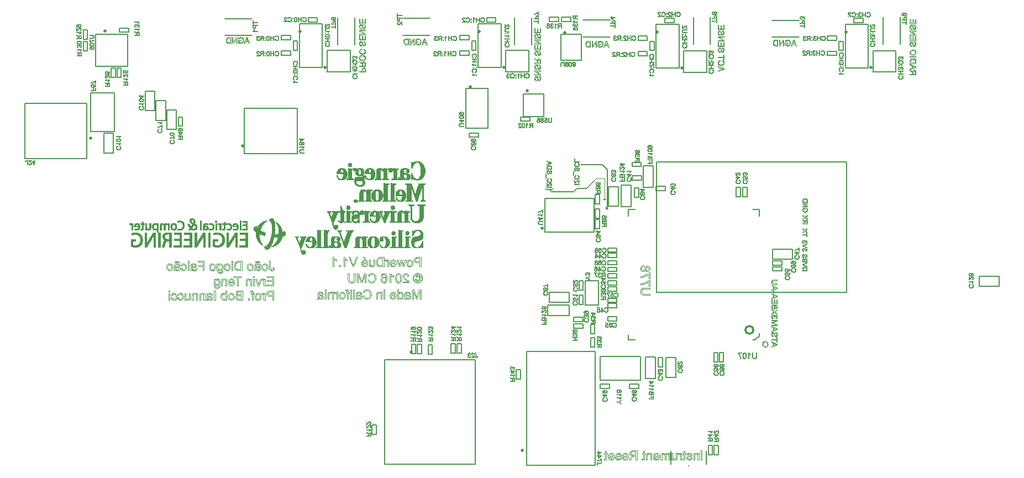
<source format=gbo>
%FSLAX33Y33*%
%MOMM*%
%ADD10C,0.1016*%
%ADD11C,0.0508*%
%ADD12C,0.15*%
%ADD13C,0.1*%
%ADD14C,0.5*%
%ADD15C,0.5*%
%ADD16C,0.5*%
%ADD17C,0.1524*%
%ADD18C,0.2*%
%ADD19C,0.127*%
%ADD20C,1.5048X0.8952*%
%ADD21C,0.5*%
D10*
%LNpath-3*%
G01*
X88911Y46300D02*
X89650Y45560D01*
X89650Y45425*
X88911Y46300*
%LNpath-4*%
X85550Y46250D02*
X88825Y46250D01*
X89650Y45425*
X89650Y39747*
X89375Y39472*
X89375Y39854*
X89725Y39504*
X89408Y39504*
X89575Y39671*
X89664Y39760*
X89664Y45412*
X88900Y46175*
X88900Y46300*
X85550Y46300*
X85550Y46250*
%LNpath-5*%
X80062Y42600D02*
X80237Y42425D01*
X81200Y42425*
X81375Y42600*
X81225Y42600*
X81125Y42500*
X80300Y42500*
X80200Y42600*
X80087Y42600*
X80062Y42600*
%LNpath-6*%
X80725Y42400D02*
X81025Y42100D01*
X81275Y42100*
X84477Y42100*
X85002Y42625*
X86400Y42625*
X86900Y43125*
X87875Y44100*
X89075Y44100*
X89175Y44100*
X89175Y41045*
X88950Y41045*
X89175Y40820*
X89400Y41045*
X89230Y41045*
X89230Y44145*
X87855Y44145*
X86410Y42700*
X84975Y42700*
X84425Y42150*
X81100Y42150*
X80875Y42375*
X80725Y42400*
%LNpath-8*%
X89375Y39472D02*
X89725Y39472D01*
X89547Y39650*
X89415Y39650*
X89415Y39606*
X89375Y39472*
%LNpath-10*%
X81150Y42475D02*
X81225Y42550D01*
X81150Y42475*
%LNpath-13*%
X89550Y45525D02*
X89550Y39780D01*
X89450Y39679*
X89534Y39596*
X89534Y39763*
X89626Y39671*
X89626Y45450*
X89550Y45525*
%LNpath-14*%
X89050Y41000D02*
X89125Y40925D01*
X89200Y41000*
X89275Y41000*
X89175Y40900*
X89050Y41000*
%LNbottom silkscreen_traces*%
D11*
X60566Y43928D02*
X60566Y43928D01*
X60566Y43928*
X60831Y43928*
X60831Y43963*
X60831Y43963*
X60864Y43963*
X60864Y43998*
X60864Y43998*
X60964Y43998*
X60964Y44033*
X60964Y44033*
X60997Y44033*
X60997Y44068*
X60997Y44068*
X61063Y44068*
X61063Y44103*
X61063Y44103*
X61163Y44103*
X61163Y44173*
X61163Y44173*
X61229Y44173*
X61229Y44208*
X61229Y44208*
X61262Y44208*
X61262Y44277*
X61262Y44278*
X61329Y44278*
X61329Y44312*
X61329Y44312*
X61362Y44312*
X61362Y44347*
X61362Y44347*
X61395Y44347*
X61395Y44417*
X61395Y44417*
X61428Y44417*
X61428Y44487*
X61428Y44487*
X61461Y44487*
X61461Y44522*
X61461Y44522*
X61494Y44522*
X61494Y44627*
X61495Y44627*
X61528Y44627*
X61528Y44662*
X61528Y44662*
X61561Y44662*
X61561Y44732*
X61561Y44732*
X61594Y44732*
X61594Y44906*
X61594Y44907*
X61627Y44907*
X61627Y44976*
X61627Y44976*
X61660Y44976*
X61660Y45622*
X61627Y45622*
X61627Y45623*
X61627Y45657*
X61594Y45657*
X61594Y45657*
X61594Y45867*
X61561Y45867*
X61561Y45867*
X61561Y46007*
X61495Y46007*
X61494Y46007*
X61494Y46112*
X61428Y46112*
X61428Y46112*
X61428Y46216*
X61395Y46216*
X61395Y46217*
X61395Y46286*
X61362Y46286*
X61362Y46286*
X61362Y46321*
X61329Y46321*
X61329Y46321*
X61329Y46356*
X61262Y46356*
X61262Y46356*
X61262Y46426*
X61229Y46426*
X61229Y46426*
X61229Y46461*
X61196Y46461*
X61196Y46461*
X61196Y46496*
X61163Y46496*
X61163Y46496*
X61163Y46531*
X61096Y46531*
X61096Y46531*
X61096Y46566*
X61063Y46566*
X61063Y46566*
X61063Y46601*
X61030Y46601*
X61030Y46601*
X61030Y46636*
X60931Y46636*
X60930Y46636*
X60930Y46671*
X60897Y46671*
X60897Y46671*
X60897Y46706*
X60831Y46706*
X60831Y46706*
X60831Y46741*
X60566Y46741*
X60566Y46741*
X60566Y46776*
X60350Y46776*
X60350Y46741*
X60350Y46741*
X60151Y46741*
X60151Y46706*
X60151Y46706*
X60052Y46706*
X60052Y46671*
X60052Y46671*
X59985Y46671*
X59985Y46636*
X59985Y46636*
X59919Y46636*
X59919Y46601*
X59919Y46601*
X59853Y46601*
X59853Y46566*
X59853Y46566*
X59736Y46566*
X59736Y46566*
X59736Y46636*
X59703Y46636*
X59703Y46636*
X59703Y46671*
X59670Y46671*
X59670Y46671*
X59670Y46706*
X59621Y46706*
X59621Y46636*
X59620Y46636*
X59587Y46636*
X59587Y45780*
X59620Y45780*
X59621Y45780*
X59621Y45745*
X59670Y45745*
X59670Y45780*
X59670Y45780*
X59736Y45780*
X59736Y45990*
X59736Y45990*
X59802Y45990*
X59802Y46164*
X59803Y46165*
X59836Y46165*
X59836Y46199*
X59836Y46199*
X59869Y46199*
X59869Y46234*
X59869Y46234*
X59902Y46234*
X59902Y46339*
X59902Y46339*
X59968Y46339*
X59968Y46374*
X59968Y46374*
X60002Y46374*
X60002Y46409*
X60002Y46409*
X60035Y46409*
X60035Y46444*
X60035Y46444*
X60068Y46444*
X60068Y46479*
X60068Y46479*
X60101Y46479*
X60101Y46514*
X60101Y46514*
X60134Y46514*
X60134Y46549*
X60134Y46549*
X60167Y46549*
X60167Y46584*
X60168Y46584*
X60267Y46584*
X60267Y46619*
X60267Y46619*
X60333Y46619*
X60333Y46654*
X60333Y46654*
X60582Y46654*
X60583Y46654*
X60583Y46619*
X60616Y46619*
X60616Y46619*
X60616Y46584*
X60682Y46584*
X60682Y46584*
X60682Y46549*
X60748Y46549*
X60748Y46549*
X60748Y46479*
X60815Y46479*
X60815Y46479*
X60815Y46374*
X60881Y46374*
X60881Y46374*
X60881Y46234*
X60914Y46234*
X60914Y46234*
X60914Y46095*
X60947Y46095*
X60948Y46095*
X60948Y45990*
X60981Y45990*
X60981Y45990*
X60981Y45536*
X61014Y45536*
X61014Y45535*
X61014Y45133*
X61014Y45133*
X60981Y45133*
X60981Y44644*
X60981Y44644*
X60948Y44644*
X60948Y44574*
X60947Y44574*
X60914Y44574*
X60914Y44434*
X60914Y44434*
X60881Y44434*
X60881Y44295*
X60881Y44295*
X60848Y44295*
X60848Y44260*
X60848Y44260*
X60815Y44260*
X60815Y44190*
X60815Y44190*
X60748Y44190*
X60748Y44120*
X60748Y44120*
X60682Y44120*
X60682Y44085*
X60682Y44085*
X60516Y44085*
X60516Y44050*
X60516Y44050*
X60367Y44050*
X60366Y44050*
X60366Y44085*
X60234Y44085*
X60234Y44085*
X60234Y44120*
X60134Y44120*
X60134Y44120*
X60134Y44190*
X60035Y44190*
X60035Y44190*
X60035Y44225*
X60002Y44225*
X60002Y44225*
X60002Y44260*
X59968Y44260*
X59968Y44260*
X59968Y44295*
X59935Y44295*
X59935Y44295*
X59935Y44329*
X59902Y44329*
X59902Y44330*
X59902Y44399*
X59869Y44399*
X59869Y44399*
X59869Y44434*
X59836Y44434*
X59836Y44434*
X59836Y44469*
X59803Y44469*
X59802Y44469*
X59802Y44609*
X59769Y44609*
X59769Y44609*
X59769Y44644*
X59736Y44644*
X59736Y44644*
X59736Y44784*
X59703Y44784*
X59703Y44784*
X59703Y44854*
X59670Y44854*
X59670Y44854*
X59670Y44958*
X59587Y44958*
X59587Y44924*
X59587Y44924*
X59554Y44924*
X59554Y43998*
X59670Y43998*
X59670Y44068*
X59670Y44068*
X59736Y44068*
X59736Y44103*
X59736Y44103*
X59919Y44103*
X59919Y44103*
X59919Y44068*
X59985Y44068*
X59985Y44068*
X59985Y44033*
X60018Y44033*
X60019Y44033*
X60019Y43998*
X60151Y43998*
X60151Y43998*
X60151Y43928*
X60450Y43928*
X60450Y43928*
X60450Y43893*
X60566Y43893*
X60566Y43928*
X60151Y43942D02*
X60831Y43942D01*
X60151Y43992D02*
X60864Y43992D01*
X59554Y44041D02*
X59670Y44041D01*
X59985Y44041D02*
X60997Y44041D01*
X59554Y44091D02*
X59736Y44091D01*
X59919Y44091D02*
X60234Y44091D01*
X60682Y44091D02*
X61063Y44091D01*
X59554Y44141D02*
X60134Y44141D01*
X60748Y44141D02*
X61163Y44141D01*
X59554Y44190D02*
X60035Y44190D01*
X60815Y44190D02*
X61229Y44190D01*
X59554Y44240D02*
X60002Y44240D01*
X60815Y44240D02*
X61262Y44240D01*
X59554Y44289D02*
X59969Y44289D01*
X60848Y44289D02*
X61329Y44289D01*
X59554Y44339D02*
X59902Y44339D01*
X60881Y44339D02*
X61362Y44339D01*
X59554Y44388D02*
X59902Y44388D01*
X60881Y44388D02*
X61395Y44388D01*
X59554Y44438D02*
X59836Y44438D01*
X60914Y44438D02*
X61428Y44438D01*
X59554Y44487D02*
X59803Y44487D01*
X60914Y44487D02*
X61461Y44487D01*
X59554Y44537D02*
X59803Y44537D01*
X60914Y44537D02*
X61495Y44537D01*
X59554Y44586D02*
X59803Y44586D01*
X60947Y44586D02*
X61495Y44586D01*
X59554Y44636D02*
X59770Y44636D01*
X60947Y44636D02*
X61528Y44636D01*
X59554Y44685D02*
X59736Y44685D01*
X60980Y44685D02*
X61561Y44685D01*
X59554Y44735D02*
X59736Y44735D01*
X60980Y44735D02*
X61594Y44735D01*
X59554Y44784D02*
X59703Y44784D01*
X60980Y44784D02*
X61594Y44784D01*
X59554Y44834D02*
X59703Y44834D01*
X60980Y44834D02*
X61594Y44834D01*
X59554Y44883D02*
X59670Y44883D01*
X60980Y44883D02*
X61594Y44883D01*
X59587Y44933D02*
X59670Y44933D01*
X60980Y44933D02*
X61627Y44933D01*
X60980Y44983D02*
X61661Y44983D01*
X60980Y45032D02*
X61661Y45032D01*
X60980Y45082D02*
X61661Y45082D01*
X60980Y45131D02*
X61661Y45131D01*
X61014Y45181D02*
X61661Y45181D01*
X61014Y45230D02*
X61661Y45230D01*
X61014Y45280D02*
X61661Y45280D01*
X61014Y45329D02*
X61661Y45329D01*
X61014Y45379D02*
X61661Y45379D01*
X61014Y45428D02*
X61661Y45428D01*
X61014Y45478D02*
X61661Y45478D01*
X61014Y45527D02*
X61661Y45527D01*
X60980Y45577D02*
X61661Y45577D01*
X60980Y45626D02*
X61627Y45626D01*
X60980Y45676D02*
X61594Y45676D01*
X60980Y45726D02*
X61594Y45726D01*
X59620Y45775D02*
X59670Y45775D01*
X60980Y45775D02*
X61594Y45775D01*
X59587Y45825D02*
X59736Y45825D01*
X60980Y45825D02*
X61594Y45825D01*
X59587Y45874D02*
X59736Y45874D01*
X60980Y45874D02*
X61561Y45874D01*
X59587Y45924D02*
X59736Y45924D01*
X60980Y45924D02*
X61561Y45924D01*
X59587Y45973D02*
X59736Y45973D01*
X60980Y45973D02*
X61561Y45973D01*
X59587Y46023D02*
X59803Y46023D01*
X60947Y46023D02*
X61495Y46023D01*
X59587Y46072D02*
X59803Y46072D01*
X60947Y46072D02*
X61495Y46072D01*
X59587Y46122D02*
X59803Y46122D01*
X60914Y46122D02*
X61428Y46122D01*
X59587Y46171D02*
X59836Y46171D01*
X60914Y46171D02*
X61428Y46171D01*
X59587Y46221D02*
X59869Y46221D01*
X60914Y46221D02*
X61395Y46221D01*
X59587Y46270D02*
X59902Y46270D01*
X60881Y46270D02*
X61395Y46270D01*
X59587Y46320D02*
X59902Y46320D01*
X60881Y46320D02*
X61362Y46320D01*
X59587Y46369D02*
X59969Y46369D01*
X60881Y46369D02*
X61262Y46369D01*
X59587Y46419D02*
X60035Y46419D01*
X60815Y46419D02*
X61262Y46419D01*
X59587Y46468D02*
X60068Y46468D01*
X60815Y46468D02*
X61196Y46468D01*
X59587Y46518D02*
X60134Y46518D01*
X60748Y46518D02*
X61163Y46518D01*
X59587Y46568D02*
X59736Y46568D01*
X59852Y46568D02*
X60168Y46568D01*
X60682Y46568D02*
X61063Y46568D01*
X59587Y46617D02*
X59736Y46617D01*
X59919Y46617D02*
X60267Y46617D01*
X60616Y46617D02*
X61030Y46617D01*
X59620Y46667D02*
X59703Y46667D01*
X59985Y46667D02*
X60931Y46667D01*
X60151Y46716D02*
X60831Y46716D01*
X60350Y46766D02*
X60566Y46766D01*
X50182Y45990D02*
X50182Y45990D01*
X50182Y45990*
X50347Y45990*
X50347Y46025*
X50348Y46025*
X50381Y46025*
X50381Y46060*
X50381Y46060*
X50414Y46060*
X50414Y46095*
X50414Y46095*
X50447Y46095*
X50447Y46391*
X50414Y46391*
X50414Y46391*
X50414Y46426*
X50381Y46426*
X50381Y46426*
X50381Y46461*
X50348Y46461*
X50347Y46461*
X50347Y46496*
X50314Y46496*
X50314Y46496*
X50314Y46531*
X50033Y46531*
X50033Y46496*
X50033Y46496*
X50000Y46496*
X50000Y46461*
X49999Y46461*
X49966Y46461*
X49966Y46426*
X49966Y46426*
X49933Y46426*
X49933Y46356*
X49933Y46356*
X49900Y46356*
X49900Y46165*
X49933Y46165*
X49933Y46164*
X49933Y46060*
X49966Y46060*
X49966Y46060*
X49966Y45990*
X50165Y45990*
X50166Y45990*
X50166Y45955*
X50182Y45955*
X50182Y45990*
X49966Y46004D02*
X50348Y46004D01*
X49966Y46054D02*
X50381Y46054D01*
X49933Y46103D02*
X50447Y46103D01*
X49933Y46153D02*
X50447Y46153D01*
X49900Y46202D02*
X50447Y46202D01*
X49900Y46252D02*
X50447Y46252D01*
X49900Y46301D02*
X50447Y46301D01*
X49900Y46351D02*
X50447Y46351D01*
X49933Y46400D02*
X50414Y46400D01*
X49966Y46450D02*
X50381Y46450D01*
X50033Y46499D02*
X50315Y46499D01*
X58210Y43998D02*
X58210Y43998D01*
X58210Y43998*
X58310Y43998*
X58310Y44068*
X58310Y44068*
X58376Y44068*
X58376Y44103*
X58376Y44103*
X58426Y44103*
X58426Y44103*
X58426Y44068*
X58492Y44068*
X58493Y44068*
X58493Y43998*
X58592Y43998*
X58592Y43998*
X58592Y43963*
X58658Y43963*
X58658Y43963*
X58658Y43928*
X59073Y43928*
X59073Y43963*
X59073Y43963*
X59106Y43963*
X59106Y43998*
X59106Y43998*
X59238Y43998*
X59238Y44068*
X59239Y44068*
X59272Y44068*
X59272Y44103*
X59272Y44103*
X59338Y44103*
X59338Y44173*
X59338Y44173*
X59404Y44173*
X59404Y44347*
X59405Y44347*
X59438Y44347*
X59438Y44504*
X59405Y44504*
X59404Y44504*
X59404Y44679*
X59338Y44679*
X59338Y44679*
X59338Y44749*
X59272Y44749*
X59272Y44749*
X59272Y44819*
X59239Y44819*
X59238Y44819*
X59238Y44854*
X59106Y44854*
X59106Y44854*
X59106Y44889*
X59006Y44889*
X59006Y44889*
X59006Y44924*
X58907Y44924*
X58907Y44924*
X58907Y44958*
X58509Y44958*
X58509Y44959*
X58509Y44993*
X58442Y44993*
X58442Y44994*
X58442Y45028*
X58409Y45028*
X58409Y45028*
X58409Y45500*
X58409Y45501*
X58475Y45501*
X58475Y45570*
X58476Y45570*
X58542Y45570*
X58542Y45605*
X58542Y45605*
X58857Y45605*
X58857Y45605*
X58857Y45570*
X58924Y45570*
X58924Y45570*
X58924Y45483*
X58924Y45483*
X58891Y45483*
X58891Y45448*
X58891Y45448*
X58857Y45448*
X58857Y45413*
X58857Y45413*
X58824Y45413*
X58824Y45343*
X58824Y45343*
X58791Y45343*
X58791Y45221*
X58824Y45221*
X58824Y45221*
X58824Y45116*
X58857Y45116*
X58857Y45116*
X58857Y45081*
X58924Y45081*
X58924Y45081*
X58924Y45046*
X59172Y45046*
X59172Y45081*
X59172Y45081*
X59238Y45081*
X59238Y45116*
X59239Y45116*
X59272Y45116*
X59272Y45483*
X59239Y45483*
X59238Y45483*
X59238Y45518*
X59205Y45518*
X59205Y45518*
X59205Y45553*
X59172Y45553*
X59172Y45553*
X59172Y45587*
X59106Y45587*
X59106Y45588*
X59106Y45622*
X59006Y45622*
X59006Y45623*
X59006Y45692*
X58841Y45692*
X58840Y45692*
X58840Y45727*
X58741Y45727*
X58741Y45727*
X58741Y45762*
X58559Y45762*
X58559Y45727*
X58559Y45727*
X58426Y45727*
X58426Y45692*
X58426Y45692*
X58227Y45692*
X58227Y45657*
X58227Y45657*
X58194Y45657*
X58194Y45623*
X58194Y45622*
X58061Y45622*
X58061Y45588*
X58061Y45587*
X58028Y45587*
X58028Y45518*
X58028Y45518*
X57995Y45518*
X57995Y45483*
X57995Y45483*
X57962Y45483*
X57962Y45413*
X57962Y45413*
X57895Y45413*
X57895Y45203*
X57895Y45203*
X57862Y45203*
X57862Y44225*
X57862Y44225*
X57829Y44225*
X57829Y44190*
X57829Y44190*
X57746Y44190*
X57746Y44190*
X57746Y44295*
X57679Y44295*
X57679Y44295*
X57679Y44364*
X57630Y44364*
X57630Y44138*
X57663Y44138*
X57663Y44138*
X57663Y44085*
X57663Y44085*
X57580Y44085*
X57580Y44085*
X57580Y44120*
X57381Y44120*
X57381Y44120*
X57381Y45535*
X57381Y45536*
X57414Y45536*
X57414Y45570*
X57414Y45570*
X57646Y45570*
X57646Y45692*
X57016Y45692*
X57016Y45692*
X57016Y45727*
X56983Y45727*
X56983Y45727*
X56983Y45762*
X56834Y45762*
X56834Y45588*
X56834Y45587*
X56784Y45587*
X56784Y45588*
X56784Y45622*
X56717Y45622*
X56717Y45623*
X56717Y45692*
X56618Y45692*
X56618Y45692*
X56618Y45727*
X56585Y45727*
X56584Y45727*
X56584Y45762*
X56237Y45762*
X56237Y45692*
X56236Y45692*
X56203Y45692*
X56203Y45657*
X56203Y45657*
X56170Y45657*
X56170Y45623*
X56170Y45622*
X56137Y45622*
X56137Y45588*
X56137Y45587*
X56087Y45587*
X56087Y45588*
X56087Y45692*
X55490Y45692*
X55490Y45692*
X55490Y45727*
X55457Y45727*
X55456Y45727*
X55456Y45762*
X55308Y45762*
X55308Y45518*
X55308Y45518*
X55224Y45518*
X55224Y45518*
X55224Y45587*
X55158Y45587*
X55158Y45588*
X55158Y45622*
X55059Y45622*
X55058Y45623*
X55058Y45692*
X54893Y45692*
X54893Y45692*
X54893Y45727*
X54826Y45727*
X54826Y45727*
X54826Y45762*
X54644Y45762*
X54644Y45727*
X54644Y45727*
X54611Y45727*
X54611Y45692*
X54611Y45692*
X54445Y45692*
X54445Y45623*
X54445Y45622*
X54379Y45622*
X54379Y45588*
X54379Y45587*
X54312Y45587*
X54312Y45518*
X54312Y45518*
X54279Y45518*
X54279Y45378*
X54279Y45378*
X54246Y45378*
X54246Y45308*
X54246Y45308*
X54213Y45308*
X54213Y44120*
X54213Y44120*
X54047Y44120*
X54047Y44085*
X54047Y44085*
X53981Y44085*
X53981Y43998*
X54959Y43998*
X54959Y44085*
X54926Y44085*
X54926Y44085*
X54926Y44120*
X54793Y44120*
X54793Y44120*
X54793Y45431*
X54793Y45431*
X54826Y45431*
X54826Y45500*
X54826Y45501*
X54893Y45501*
X54893Y45535*
X54893Y45536*
X55009Y45536*
X55009Y45535*
X55009Y45501*
X55109Y45501*
X55109Y45500*
X55109Y45431*
X55175Y45431*
X55175Y45431*
X55175Y45361*
X55208Y45361*
X55208Y45361*
X55208Y45326*
X55241Y45326*
X55241Y45326*
X55241Y45221*
X55308Y45221*
X55308Y45221*
X55308Y44120*
X55308Y44120*
X55175Y44120*
X55175Y44085*
X55175Y44085*
X55109Y44085*
X55109Y43998*
X56087Y43998*
X56087Y44085*
X56021Y44085*
X56020Y44085*
X56020Y44120*
X55855Y44120*
X55855Y44120*
X55855Y45535*
X55855Y45536*
X55888Y45536*
X55888Y45570*
X55888Y45570*
X56104Y45570*
X56104Y45570*
X56104Y45518*
X56104Y45518*
X56071Y45518*
X56071Y45326*
X56137Y45326*
X56137Y45326*
X56137Y45221*
X56203Y45221*
X56203Y45221*
X56203Y45186*
X56236Y45186*
X56237Y45186*
X56237Y45151*
X56551Y45151*
X56551Y45186*
X56551Y45186*
X56584Y45186*
X56584Y45221*
X56585Y45221*
X56618Y45221*
X56618Y45256*
X56618Y45256*
X56651Y45256*
X56651Y45500*
X56651Y45501*
X56734Y45501*
X56734Y45500*
X56734Y45431*
X56767Y45431*
X56767Y45431*
X56767Y45291*
X56800Y45291*
X56801Y45291*
X56801Y45221*
X56834Y45221*
X56834Y45221*
X56834Y44120*
X56834Y44120*
X56602Y44120*
X56602Y44085*
X56601Y44085*
X56535Y44085*
X56535Y43998*
X57646Y43998*
X57646Y44068*
X57646Y44068*
X57729Y44068*
X57730Y44068*
X57730Y43998*
X57796Y43998*
X57796Y43998*
X57796Y43963*
X57829Y43963*
X57829Y43963*
X57829Y43928*
X58210Y43928*
X58210Y43998*
X58409Y44836D02*
X58409Y44295D01*
X58443Y44295*
X58443Y44260*
X58476Y44260*
X58476Y44190*
X58542Y44190*
X58542Y44120*
X58791Y44120*
X58791Y44190*
X58824Y44190*
X58824Y44225*
X58857Y44225*
X58857Y44260*
X58890Y44260*
X58890Y44697*
X58857Y44697*
X58857Y44732*
X58824Y44732*
X58824Y44767*
X58791Y44767*
X58791Y44801*
X58725Y44801*
X58725Y44836*
X58409Y44836*
X57796Y43977D02*
X58210Y43977D01*
X58592Y43977D02*
X59106Y43977D01*
X53980Y44027D02*
X54959Y44027D01*
X55108Y44027D02*
X56087Y44027D01*
X56535Y44027D02*
X57646Y44027D01*
X57729Y44027D02*
X58310Y44027D01*
X58492Y44027D02*
X59239Y44027D01*
X53980Y44076D02*
X54959Y44076D01*
X55108Y44076D02*
X56087Y44076D01*
X56535Y44076D02*
X58376Y44076D01*
X58426Y44076D02*
X59272Y44076D01*
X54213Y44126D02*
X54793Y44126D01*
X55307Y44126D02*
X55855Y44126D01*
X56834Y44126D02*
X57381Y44126D01*
X57663Y44126D02*
X58542Y44126D01*
X58791Y44126D02*
X59338Y44126D01*
X54213Y44175D02*
X54793Y44175D01*
X55307Y44175D02*
X55855Y44175D01*
X56834Y44175D02*
X57381Y44175D01*
X57630Y44175D02*
X58542Y44175D01*
X58791Y44175D02*
X59405Y44175D01*
X54213Y44225D02*
X54793Y44225D01*
X55307Y44225D02*
X55855Y44225D01*
X56834Y44225D02*
X57381Y44225D01*
X57630Y44225D02*
X57746Y44225D01*
X57862Y44225D02*
X58475Y44225D01*
X58857Y44225D02*
X59405Y44225D01*
X54213Y44275D02*
X54793Y44275D01*
X55307Y44275D02*
X55855Y44275D01*
X56834Y44275D02*
X57381Y44275D01*
X57630Y44275D02*
X57746Y44275D01*
X57862Y44275D02*
X58442Y44275D01*
X58891Y44275D02*
X59405Y44275D01*
X54213Y44324D02*
X54793Y44324D01*
X55307Y44324D02*
X55855Y44324D01*
X56834Y44324D02*
X57381Y44324D01*
X57630Y44324D02*
X57679Y44324D01*
X57862Y44324D02*
X58409Y44324D01*
X58891Y44324D02*
X59405Y44324D01*
X54213Y44374D02*
X54793Y44374D01*
X55307Y44374D02*
X55855Y44374D01*
X56834Y44374D02*
X57381Y44374D01*
X57862Y44374D02*
X58409Y44374D01*
X58891Y44374D02*
X59438Y44374D01*
X54213Y44423D02*
X54793Y44423D01*
X55307Y44423D02*
X55855Y44423D01*
X56834Y44423D02*
X57381Y44423D01*
X57862Y44423D02*
X58409Y44423D01*
X58891Y44423D02*
X59438Y44423D01*
X54213Y44473D02*
X54793Y44473D01*
X55307Y44473D02*
X55855Y44473D01*
X56834Y44473D02*
X57381Y44473D01*
X57862Y44473D02*
X58409Y44473D01*
X58891Y44473D02*
X59438Y44473D01*
X54213Y44522D02*
X54793Y44522D01*
X55307Y44522D02*
X55855Y44522D01*
X56834Y44522D02*
X57381Y44522D01*
X57862Y44522D02*
X58409Y44522D01*
X58891Y44522D02*
X59405Y44522D01*
X54213Y44572D02*
X54793Y44572D01*
X55307Y44572D02*
X55855Y44572D01*
X56834Y44572D02*
X57381Y44572D01*
X57862Y44572D02*
X58409Y44572D01*
X58891Y44572D02*
X59405Y44572D01*
X54213Y44621D02*
X54793Y44621D01*
X55307Y44621D02*
X55855Y44621D01*
X56834Y44621D02*
X57381Y44621D01*
X57862Y44621D02*
X58409Y44621D01*
X58891Y44621D02*
X59405Y44621D01*
X54213Y44671D02*
X54793Y44671D01*
X55307Y44671D02*
X55855Y44671D01*
X56834Y44671D02*
X57381Y44671D01*
X57862Y44671D02*
X58409Y44671D01*
X58891Y44671D02*
X59405Y44671D01*
X54213Y44720D02*
X54793Y44720D01*
X55307Y44720D02*
X55855Y44720D01*
X56834Y44720D02*
X57381Y44720D01*
X57862Y44720D02*
X58409Y44720D01*
X58857Y44720D02*
X59338Y44720D01*
X54213Y44770D02*
X54793Y44770D01*
X55307Y44770D02*
X55855Y44770D01*
X56834Y44770D02*
X57381Y44770D01*
X57862Y44770D02*
X58409Y44770D01*
X58791Y44770D02*
X59272Y44770D01*
X54213Y44819D02*
X54793Y44819D01*
X55307Y44819D02*
X55855Y44819D01*
X56834Y44819D02*
X57381Y44819D01*
X57862Y44819D02*
X58409Y44819D01*
X58725Y44819D02*
X59239Y44819D01*
X54213Y44869D02*
X54793Y44869D01*
X55307Y44869D02*
X55855Y44869D01*
X56834Y44869D02*
X57381Y44869D01*
X57862Y44869D02*
X59106Y44869D01*
X54213Y44918D02*
X54793Y44918D01*
X55307Y44918D02*
X55855Y44918D01*
X56834Y44918D02*
X57381Y44918D01*
X57862Y44918D02*
X59007Y44918D01*
X54213Y44968D02*
X54793Y44968D01*
X55307Y44968D02*
X55855Y44968D01*
X56834Y44968D02*
X57381Y44968D01*
X57862Y44968D02*
X58509Y44968D01*
X54213Y45018D02*
X54793Y45018D01*
X55307Y45018D02*
X55855Y45018D01*
X56834Y45018D02*
X57381Y45018D01*
X57862Y45018D02*
X58443Y45018D01*
X54213Y45067D02*
X54793Y45067D01*
X55307Y45067D02*
X55855Y45067D01*
X56834Y45067D02*
X57381Y45067D01*
X57862Y45067D02*
X58409Y45067D01*
X58924Y45067D02*
X59172Y45067D01*
X54213Y45117D02*
X54793Y45117D01*
X55307Y45117D02*
X55855Y45117D01*
X56834Y45117D02*
X57381Y45117D01*
X57862Y45117D02*
X58409Y45117D01*
X58824Y45117D02*
X59272Y45117D01*
X54213Y45166D02*
X54793Y45166D01*
X55307Y45166D02*
X55855Y45166D01*
X56236Y45166D02*
X56552Y45166D01*
X56834Y45166D02*
X57381Y45166D01*
X57862Y45166D02*
X58409Y45166D01*
X58824Y45166D02*
X59272Y45166D01*
X54213Y45216D02*
X54793Y45216D01*
X55307Y45216D02*
X55855Y45216D01*
X56203Y45216D02*
X56585Y45216D01*
X56834Y45216D02*
X57381Y45216D01*
X57895Y45216D02*
X58409Y45216D01*
X58824Y45216D02*
X59272Y45216D01*
X54213Y45265D02*
X54793Y45265D01*
X55241Y45265D02*
X55855Y45265D01*
X56137Y45265D02*
X56651Y45265D01*
X56800Y45265D02*
X57381Y45265D01*
X57895Y45265D02*
X58409Y45265D01*
X58791Y45265D02*
X59272Y45265D01*
X54246Y45315D02*
X54793Y45315D01*
X55241Y45315D02*
X55855Y45315D01*
X56137Y45315D02*
X56651Y45315D01*
X56767Y45315D02*
X57381Y45315D01*
X57895Y45315D02*
X58409Y45315D01*
X58791Y45315D02*
X59272Y45315D01*
X54246Y45364D02*
X54793Y45364D01*
X55175Y45364D02*
X55855Y45364D01*
X56070Y45364D02*
X56651Y45364D01*
X56767Y45364D02*
X57381Y45364D01*
X57895Y45364D02*
X58409Y45364D01*
X58824Y45364D02*
X59272Y45364D01*
X54279Y45414D02*
X54793Y45414D01*
X55175Y45414D02*
X55855Y45414D01*
X56070Y45414D02*
X56651Y45414D01*
X56767Y45414D02*
X57381Y45414D01*
X57961Y45414D02*
X58409Y45414D01*
X58857Y45414D02*
X59272Y45414D01*
X54279Y45463D02*
X54826Y45463D01*
X55108Y45463D02*
X55855Y45463D01*
X56070Y45463D02*
X56651Y45463D01*
X56734Y45463D02*
X57381Y45463D01*
X57961Y45463D02*
X58409Y45463D01*
X58890Y45463D02*
X59272Y45463D01*
X54279Y45513D02*
X54893Y45513D01*
X55009Y45513D02*
X55855Y45513D01*
X56070Y45513D02*
X57381Y45513D01*
X57995Y45513D02*
X58476Y45513D01*
X58924Y45513D02*
X59239Y45513D01*
X54312Y45562D02*
X55225Y45562D01*
X55307Y45562D02*
X55888Y45562D01*
X56104Y45562D02*
X57414Y45562D01*
X58028Y45562D02*
X58476Y45562D01*
X58924Y45562D02*
X59172Y45562D01*
X54379Y45612D02*
X55158Y45612D01*
X55307Y45612D02*
X56087Y45612D01*
X56137Y45612D02*
X56784Y45612D01*
X56834Y45612D02*
X57646Y45612D01*
X58061Y45612D02*
X59106Y45612D01*
X54445Y45661D02*
X55059Y45661D01*
X55307Y45661D02*
X56087Y45661D01*
X56203Y45661D02*
X56717Y45661D01*
X56834Y45661D02*
X57646Y45661D01*
X58227Y45661D02*
X59007Y45661D01*
X54611Y45711D02*
X54893Y45711D01*
X55307Y45711D02*
X55490Y45711D01*
X56236Y45711D02*
X56618Y45711D01*
X56834Y45711D02*
X57016Y45711D01*
X58426Y45711D02*
X58841Y45711D01*
X54644Y45760D02*
X54826Y45760D01*
X55307Y45760D02*
X55457Y45760D01*
X56236Y45760D02*
X56585Y45760D01*
X56834Y45760D02*
X56983Y45760D01*
X58559Y45760D02*
X58741Y45760D01*
X53433Y43963D02*
X53433Y43963D01*
X53433Y43963*
X53466Y43963*
X53466Y43998*
X53466Y43998*
X53565Y43998*
X53565Y44033*
X53566Y44033*
X53599Y44033*
X53599Y44068*
X53599Y44068*
X53698Y44068*
X53698Y44103*
X53698Y44103*
X53731Y44103*
X53731Y44138*
X53732Y44138*
X53765Y44138*
X53765Y44173*
X53765Y44173*
X53798Y44173*
X53798Y44208*
X53798Y44208*
X53831Y44208*
X53831Y44242*
X53831Y44243*
X53864Y44243*
X53864Y44277*
X53864Y44278*
X53897Y44278*
X53897Y44347*
X53897Y44347*
X53930Y44347*
X53930Y44452*
X53931Y44452*
X53964Y44452*
X53964Y44487*
X53964Y44487*
X53997Y44487*
X53997Y44662*
X53997Y44662*
X54030Y44662*
X54030Y44958*
X53997Y44958*
X53997Y44959*
X53997Y45133*
X53964Y45133*
X53964Y45133*
X53964Y45168*
X53931Y45168*
X53930Y45168*
X53930Y45308*
X53897Y45308*
X53897Y45308*
X53897Y45378*
X53864Y45378*
X53864Y45378*
X53864Y45413*
X53831Y45413*
X53831Y45413*
X53831Y45448*
X53798Y45448*
X53798Y45448*
X53798Y45483*
X53765Y45483*
X53765Y45483*
X53765Y45518*
X53732Y45518*
X53731Y45518*
X53731Y45553*
X53698Y45553*
X53698Y45553*
X53698Y45587*
X53632Y45587*
X53632Y45588*
X53632Y45622*
X53532Y45622*
X53532Y45623*
X53532Y45692*
X53367Y45692*
X53366Y45692*
X53366Y45727*
X53300Y45727*
X53300Y45727*
X53300Y45762*
X53118Y45762*
X53118Y45727*
X53118Y45727*
X53052Y45727*
X53052Y45692*
X53052Y45692*
X52952Y45692*
X52952Y45657*
X52952Y45657*
X52886Y45657*
X52886Y45623*
X52886Y45622*
X52820Y45622*
X52820Y45588*
X52819Y45587*
X52753Y45587*
X52753Y45553*
X52753Y45553*
X52720Y45553*
X52720Y45518*
X52720Y45518*
X52687Y45518*
X52687Y45483*
X52687Y45483*
X52654Y45483*
X52654Y45413*
X52654Y45413*
X52621Y45413*
X52621Y45378*
X52620Y45378*
X52587Y45378*
X52587Y45343*
X52587Y45343*
X52554Y45343*
X52554Y45238*
X52554Y45238*
X52488Y45238*
X52488Y45063*
X52488Y45063*
X52455Y45063*
X52455Y44907*
X52488Y44907*
X52488Y44906*
X52488Y44872*
X53417Y44872*
X53417Y44871*
X53417Y44295*
X53417Y44295*
X53384Y44295*
X53384Y44190*
X53383Y44190*
X53350Y44190*
X53350Y44155*
X53350Y44155*
X53317Y44155*
X53317Y44120*
X53317Y44120*
X53218Y44120*
X53218Y44085*
X53218Y44085*
X53002Y44085*
X53002Y44085*
X53002Y44120*
X52836Y44120*
X52836Y44120*
X52836Y44190*
X52803Y44190*
X52802Y44190*
X52802Y44225*
X52769Y44225*
X52769Y44225*
X52769Y44260*
X52736Y44260*
X52736Y44260*
X52736Y44295*
X52670Y44295*
X52670Y44295*
X52670Y44364*
X52637Y44364*
X52637Y44365*
X52637Y44469*
X52604Y44469*
X52603Y44469*
X52603Y44539*
X52570Y44539*
X52570Y44539*
X52570Y44644*
X52537Y44644*
X52537Y44644*
X52537Y44679*
X52455Y44679*
X52455Y44487*
X52488Y44487*
X52488Y44487*
X52488Y44347*
X52554Y44347*
X52554Y44347*
X52554Y44243*
X52620Y44243*
X52621Y44242*
X52621Y44173*
X52654Y44173*
X52654Y44173*
X52654Y44103*
X52720Y44103*
X52720Y44103*
X52720Y44068*
X52819Y44068*
X52820Y44068*
X52820Y44033*
X52853Y44033*
X52853Y44033*
X52853Y43998*
X52952Y43998*
X52952Y43998*
X52952Y43963*
X52985Y43963*
X52985Y43963*
X52985Y43928*
X53433Y43928*
X53433Y43963*
X53168Y45605D02*
X53168Y45570D01*
X53101Y45570*
X53101Y45535*
X53068Y45535*
X53068Y45396*
X53035Y45396*
X53035Y45029*
X53416Y45029*
X53416Y45465*
X53383Y45465*
X53383Y45570*
X53350Y45570*
X53350Y45605*
X53168Y45605*
X52952Y43977D02*
X53466Y43977D01*
X52852Y44027D02*
X53566Y44027D01*
X52720Y44076D02*
X53698Y44076D01*
X52653Y44126D02*
X52836Y44126D01*
X53317Y44126D02*
X53732Y44126D01*
X52620Y44175D02*
X52836Y44175D01*
X53350Y44175D02*
X53798Y44175D01*
X52620Y44225D02*
X52770Y44225D01*
X53383Y44225D02*
X53831Y44225D01*
X52554Y44275D02*
X52736Y44275D01*
X53383Y44275D02*
X53864Y44275D01*
X52554Y44324D02*
X52670Y44324D01*
X53416Y44324D02*
X53898Y44324D01*
X52488Y44374D02*
X52637Y44374D01*
X53416Y44374D02*
X53931Y44374D01*
X52488Y44423D02*
X52637Y44423D01*
X53416Y44423D02*
X53931Y44423D01*
X52488Y44473D02*
X52604Y44473D01*
X53416Y44473D02*
X53964Y44473D01*
X52454Y44522D02*
X52604Y44522D01*
X53416Y44522D02*
X53997Y44522D01*
X52454Y44572D02*
X52570Y44572D01*
X53416Y44572D02*
X53997Y44572D01*
X52454Y44621D02*
X52570Y44621D01*
X53416Y44621D02*
X53997Y44621D01*
X52454Y44671D02*
X52537Y44671D01*
X53416Y44671D02*
X54030Y44671D01*
X53416Y44720D02*
X54030Y44720D01*
X53416Y44770D02*
X54030Y44770D01*
X53416Y44819D02*
X54030Y44819D01*
X53416Y44869D02*
X54030Y44869D01*
X52454Y44918D02*
X54030Y44918D01*
X52454Y44968D02*
X53997Y44968D01*
X52454Y45018D02*
X53997Y45018D01*
X52488Y45067D02*
X53035Y45067D01*
X53417Y45067D02*
X53997Y45067D01*
X52488Y45117D02*
X53035Y45117D01*
X53417Y45117D02*
X53997Y45117D01*
X52488Y45166D02*
X53035Y45166D01*
X53417Y45166D02*
X53964Y45166D01*
X52488Y45216D02*
X53035Y45216D01*
X53417Y45216D02*
X53931Y45216D01*
X52554Y45265D02*
X53035Y45265D01*
X53417Y45265D02*
X53931Y45265D01*
X52554Y45315D02*
X53035Y45315D01*
X53417Y45315D02*
X53898Y45315D01*
X52587Y45364D02*
X53035Y45364D01*
X53417Y45364D02*
X53898Y45364D01*
X52653Y45414D02*
X53068Y45414D01*
X53417Y45414D02*
X53831Y45414D01*
X52653Y45463D02*
X53068Y45463D01*
X53417Y45463D02*
X53798Y45463D01*
X52687Y45513D02*
X53068Y45513D01*
X53384Y45513D02*
X53765Y45513D01*
X52753Y45562D02*
X53101Y45562D01*
X53384Y45562D02*
X53698Y45562D01*
X52819Y45612D02*
X53632Y45612D01*
X52952Y45661D02*
X53533Y45661D01*
X53052Y45711D02*
X53367Y45711D01*
X53118Y45760D02*
X53300Y45760D01*
X52006Y43019D02*
X52006Y43019D01*
X52006Y43020*
X52073Y43020*
X52073Y43054*
X52073Y43054*
X52172Y43054*
X52172Y43089*
X52172Y43089*
X52205Y43089*
X52205Y43124*
X52205Y43124*
X52272Y43124*
X52272Y43159*
X52272Y43159*
X52338Y43159*
X52338Y43229*
X52338Y43229*
X52371Y43229*
X52371Y43264*
X52371Y43264*
X52404Y43264*
X52404Y43334*
X52405Y43334*
X52471Y43334*
X52471Y43666*
X52438Y43666*
X52438Y43666*
X52438Y43700*
X52405Y43700*
X52404Y43701*
X52404Y43735*
X52371Y43735*
X52371Y43736*
X52371Y43770*
X52305Y43770*
X52305Y43770*
X52305Y43840*
X52239Y43840*
X52238Y43840*
X52238Y43893*
X52239Y43893*
X52272Y43893*
X52272Y43928*
X52272Y43928*
X52305Y43928*
X52305Y43998*
X52305Y43998*
X52338Y43998*
X52338Y44103*
X52338Y44103*
X52371Y44103*
X52371Y44173*
X52371Y44173*
X52404Y44173*
X52404Y44364*
X52371Y44364*
X52371Y44365*
X52371Y44434*
X52338Y44434*
X52338Y44434*
X52338Y44539*
X52305Y44539*
X52305Y44539*
X52305Y44609*
X52239Y44609*
X52238Y44609*
X52238Y44679*
X52139Y44679*
X52139Y44679*
X52139Y44732*
X52139Y44732*
X52172Y44732*
X52172Y44802*
X52172Y44802*
X52205Y44802*
X52205Y44837*
X52205Y44837*
X52238Y44837*
X52238Y44871*
X52239Y44872*
X52272Y44872*
X52272Y44906*
X52272Y44907*
X52305Y44907*
X52305Y45413*
X52239Y45413*
X52238Y45413*
X52238Y45483*
X52205Y45483*
X52205Y45483*
X52205Y45518*
X52172Y45518*
X52172Y45518*
X52172Y45553*
X52139Y45553*
X52139Y45553*
X52139Y45587*
X52106Y45587*
X52106Y45588*
X52106Y45622*
X52006Y45622*
X52006Y45623*
X52006Y45657*
X51973Y45657*
X51973Y45657*
X51973Y45692*
X51841Y45692*
X51840Y45692*
X51840Y45727*
X51774Y45727*
X51774Y45727*
X51774Y45762*
X51592Y45762*
X51592Y45727*
X51592Y45727*
X51526Y45727*
X51526Y45692*
X51526Y45692*
X51360Y45692*
X51360Y45657*
X51360Y45657*
X51327Y45657*
X51327Y45623*
X51327Y45622*
X51210Y45622*
X51210Y45623*
X51210Y45692*
X51111Y45692*
X51111Y45692*
X51111Y45727*
X51077Y45727*
X51077Y45727*
X51077Y45762*
X50829Y45762*
X50829Y45727*
X50829Y45727*
X50796Y45727*
X50796Y45692*
X50796Y45692*
X50730Y45692*
X50730Y45657*
X50729Y45657*
X50679Y45657*
X50679Y45657*
X50679Y45692*
X50049Y45692*
X50049Y45692*
X50049Y45762*
X49933Y45762*
X49933Y44155*
X49933Y44155*
X49900Y44155*
X49900Y44120*
X49900Y44120*
X49701Y44120*
X49701Y44085*
X49701Y44085*
X49635Y44085*
X49635Y43998*
X50712Y43998*
X50712Y44085*
X50646Y44085*
X50646Y44085*
X50646Y44120*
X50447Y44120*
X50447Y44120*
X50447Y45570*
X50447Y45570*
X50696Y45570*
X50696Y45570*
X50696Y45431*
X50729Y45431*
X50730Y45431*
X50730Y45396*
X50763Y45396*
X50763Y45396*
X50763Y45361*
X50796Y45361*
X50796Y45361*
X50796Y45326*
X51061Y45326*
X51061Y45326*
X51061Y45273*
X51061Y45273*
X51028Y45273*
X51028Y45011*
X51061Y45011*
X51061Y45011*
X51061Y44837*
X51127Y44837*
X51128Y44837*
X51128Y44802*
X51194Y44802*
X51194Y44802*
X51194Y44732*
X51227Y44732*
X51227Y44732*
X51227Y44662*
X51393Y44662*
X51393Y44662*
X51393Y44627*
X51459Y44627*
X51459Y44627*
X51459Y44592*
X51874Y44592*
X51874Y44627*
X51874Y44627*
X52056Y44627*
X52057Y44627*
X52057Y44592*
X52123Y44592*
X52123Y44592*
X52123Y44522*
X52156Y44522*
X52156Y44522*
X52156Y44487*
X52189Y44487*
X52189Y44487*
X52189Y44434*
X52189Y44434*
X52156Y44434*
X52156Y44365*
X52156Y44364*
X51194Y44364*
X51194Y44330*
X51194Y44329*
X51161Y44329*
X51161Y44295*
X51161Y44295*
X51061Y44295*
X51061Y44260*
X51061Y44260*
X51028Y44260*
X51028Y44225*
X51028Y44225*
X50995Y44225*
X50995Y44190*
X50995Y44190*
X50962Y44190*
X50962Y44120*
X50962Y44120*
X50895Y44120*
X50895Y43840*
X50895Y43840*
X50862Y43840*
X50862Y43788*
X50895Y43788*
X50895Y43788*
X50895Y43509*
X50962Y43509*
X50962Y43509*
X50962Y43404*
X50995Y43404*
X50995Y43404*
X50995Y43369*
X51028Y43369*
X51028Y43369*
X51028Y43334*
X51061Y43334*
X51061Y43334*
X51061Y43229*
X51127Y43229*
X51128Y43229*
X51128Y43159*
X51227Y43159*
X51227Y43159*
X51227Y43124*
X51260Y43124*
X51260Y43124*
X51260Y43089*
X51293Y43089*
X51293Y43089*
X51293Y43054*
X51393Y43054*
X51393Y43054*
X51393Y43020*
X51426Y43020*
X51426Y43019*
X51426Y42985*
X52006Y42985*
X52006Y43019*
X51608Y45605D02*
X51608Y45570D01*
X51542Y45570*
X51542Y45465*
X51509Y45465*
X51509Y45430*
X51476Y45430*
X51476Y44889*
X51509Y44889*
X51509Y44854*
X51542Y44854*
X51542Y44749*
X51575Y44749*
X51575Y44714*
X51642Y44714*
X51642Y44679*
X51725Y44679*
X51725Y44714*
X51758Y44714*
X51758Y44749*
X51791Y44749*
X51791Y44784*
X51824Y44784*
X51824Y44854*
X51857Y44854*
X51857Y45029*
X51890Y45029*
X51890Y45291*
X51857Y45291*
X51857Y45396*
X51824Y45396*
X51824Y45535*
X51791Y45535*
X51791Y45570*
X51758Y45570*
X51758Y45605*
X51608Y45605*
X51078Y45570D02*
X51078Y45448D01*
X51127Y45448*
X51127Y45570*
X51078Y45570*
X51177Y43823D02*
X51177Y43788D01*
X51144Y43788*
X51144Y43753*
X51078Y43753*
X51078Y43456*
X51111Y43456*
X51111Y43421*
X51144Y43421*
X51144Y43351*
X51210Y43351*
X51210Y43316*
X51243Y43316*
X51243Y43281*
X51277Y43281*
X51277Y43246*
X51310Y43246*
X51310Y43211*
X51376Y43211*
X51376Y43177*
X51542Y43177*
X51542Y43142*
X51608Y43142*
X51608Y43107*
X51824Y43107*
X51824Y43142*
X51890Y43142*
X51890Y43177*
X51990Y43177*
X51990Y43211*
X52056Y43211*
X52056Y43246*
X52089Y43246*
X52089Y43281*
X52123Y43281*
X52123Y43351*
X52156Y43351*
X52156Y43421*
X52189Y43421*
X52189Y43509*
X52156Y43509*
X52156Y43718*
X52123Y43718*
X52123Y43788*
X52089Y43788*
X52089Y43823*
X51177Y43823*
X51393Y43034D02*
X52073Y43034D01*
X51293Y43083D02*
X52172Y43083D01*
X51227Y43133D02*
X51608Y43133D01*
X51824Y43133D02*
X52272Y43133D01*
X51127Y43182D02*
X51376Y43182D01*
X51990Y43182D02*
X52338Y43182D01*
X51061Y43232D02*
X51310Y43232D01*
X52057Y43232D02*
X52371Y43232D01*
X51061Y43282D02*
X51243Y43282D01*
X52123Y43282D02*
X52405Y43282D01*
X51061Y43331D02*
X51210Y43331D01*
X52123Y43331D02*
X52405Y43331D01*
X50995Y43381D02*
X51144Y43381D01*
X52156Y43381D02*
X52471Y43381D01*
X50961Y43430D02*
X51111Y43430D01*
X52189Y43430D02*
X52471Y43430D01*
X50961Y43480D02*
X51077Y43480D01*
X52189Y43480D02*
X52471Y43480D01*
X50895Y43529D02*
X51077Y43529D01*
X52156Y43529D02*
X52471Y43529D01*
X50895Y43579D02*
X51077Y43579D01*
X52156Y43579D02*
X52471Y43579D01*
X50895Y43628D02*
X51077Y43628D01*
X52156Y43628D02*
X52471Y43628D01*
X50895Y43678D02*
X51077Y43678D01*
X52156Y43678D02*
X52438Y43678D01*
X50895Y43727D02*
X51077Y43727D01*
X52123Y43727D02*
X52405Y43727D01*
X50895Y43777D02*
X51144Y43777D01*
X52123Y43777D02*
X52305Y43777D01*
X50862Y43826D02*
X52305Y43826D01*
X50895Y43876D02*
X52239Y43876D01*
X50895Y43925D02*
X52272Y43925D01*
X50895Y43975D02*
X52305Y43975D01*
X49634Y44024D02*
X50713Y44024D01*
X50895Y44024D02*
X52338Y44024D01*
X49634Y44074D02*
X50713Y44074D01*
X50895Y44074D02*
X52338Y44074D01*
X49900Y44124D02*
X50447Y44124D01*
X50961Y44124D02*
X52371Y44124D01*
X49933Y44173D02*
X50447Y44173D01*
X50961Y44173D02*
X52405Y44173D01*
X49933Y44223D02*
X50447Y44223D01*
X50995Y44223D02*
X52405Y44223D01*
X49933Y44272D02*
X50447Y44272D01*
X51061Y44272D02*
X52405Y44272D01*
X49933Y44322D02*
X50447Y44322D01*
X51161Y44322D02*
X52405Y44322D01*
X49933Y44371D02*
X50447Y44371D01*
X52156Y44371D02*
X52371Y44371D01*
X49933Y44421D02*
X50447Y44421D01*
X52156Y44421D02*
X52371Y44421D01*
X49933Y44470D02*
X50447Y44470D01*
X52189Y44470D02*
X52338Y44470D01*
X49933Y44520D02*
X50447Y44520D01*
X52156Y44520D02*
X52338Y44520D01*
X49933Y44569D02*
X50447Y44569D01*
X52123Y44569D02*
X52305Y44569D01*
X49933Y44619D02*
X50447Y44619D01*
X51459Y44619D02*
X51874Y44619D01*
X52056Y44619D02*
X52239Y44619D01*
X49933Y44668D02*
X50447Y44668D01*
X51227Y44668D02*
X52239Y44668D01*
X49933Y44718D02*
X50447Y44718D01*
X51227Y44718D02*
X51575Y44718D01*
X51758Y44718D02*
X52139Y44718D01*
X49933Y44767D02*
X50447Y44767D01*
X51194Y44767D02*
X51542Y44767D01*
X51791Y44767D02*
X52172Y44767D01*
X49933Y44817D02*
X50447Y44817D01*
X51127Y44817D02*
X51542Y44817D01*
X51824Y44817D02*
X52206Y44817D01*
X49933Y44866D02*
X50447Y44866D01*
X51061Y44866D02*
X51509Y44866D01*
X51857Y44866D02*
X52239Y44866D01*
X49933Y44916D02*
X50447Y44916D01*
X51061Y44916D02*
X51475Y44916D01*
X51857Y44916D02*
X52305Y44916D01*
X49933Y44966D02*
X50447Y44966D01*
X51061Y44966D02*
X51475Y44966D01*
X51857Y44966D02*
X52305Y44966D01*
X49933Y45015D02*
X50447Y45015D01*
X51028Y45015D02*
X51475Y45015D01*
X51857Y45015D02*
X52305Y45015D01*
X49933Y45065D02*
X50447Y45065D01*
X51028Y45065D02*
X51475Y45065D01*
X51891Y45065D02*
X52305Y45065D01*
X49933Y45114D02*
X50447Y45114D01*
X51028Y45114D02*
X51475Y45114D01*
X51891Y45114D02*
X52305Y45114D01*
X49933Y45164D02*
X50447Y45164D01*
X51028Y45164D02*
X51475Y45164D01*
X51891Y45164D02*
X52305Y45164D01*
X49933Y45213D02*
X50447Y45213D01*
X51028Y45213D02*
X51475Y45213D01*
X51891Y45213D02*
X52305Y45213D01*
X49933Y45263D02*
X50447Y45263D01*
X51028Y45263D02*
X51475Y45263D01*
X51891Y45263D02*
X52305Y45263D01*
X49933Y45312D02*
X50447Y45312D01*
X51061Y45312D02*
X51475Y45312D01*
X51857Y45312D02*
X52305Y45312D01*
X49933Y45362D02*
X50447Y45362D01*
X50762Y45362D02*
X51475Y45362D01*
X51857Y45362D02*
X52305Y45362D01*
X49933Y45411D02*
X50447Y45411D01*
X50729Y45411D02*
X51475Y45411D01*
X51824Y45411D02*
X52305Y45411D01*
X49933Y45461D02*
X50447Y45461D01*
X50696Y45461D02*
X51077Y45461D01*
X51128Y45461D02*
X51509Y45461D01*
X51824Y45461D02*
X52239Y45461D01*
X49933Y45510D02*
X50447Y45510D01*
X50696Y45510D02*
X51077Y45510D01*
X51128Y45510D02*
X51542Y45510D01*
X51824Y45510D02*
X52206Y45510D01*
X49933Y45560D02*
X50447Y45560D01*
X50696Y45560D02*
X51077Y45560D01*
X51128Y45560D02*
X51542Y45560D01*
X51791Y45560D02*
X52139Y45560D01*
X49933Y45609D02*
X52106Y45609D01*
X49933Y45659D02*
X50679Y45659D01*
X50729Y45659D02*
X51210Y45659D01*
X51360Y45659D02*
X51973Y45659D01*
X49933Y45708D02*
X50049Y45708D01*
X50796Y45708D02*
X51111Y45708D01*
X51525Y45708D02*
X51841Y45708D01*
X49933Y45758D02*
X50049Y45758D01*
X50829Y45758D02*
X51078Y45758D01*
X51592Y45758D02*
X51774Y45758D01*
X49120Y43963D02*
X49120Y43963D01*
X49120Y43963*
X49153Y43963*
X49153Y43998*
X49153Y43998*
X49286Y43998*
X49286Y44068*
X49286Y44068*
X49385Y44068*
X49385Y44103*
X49386Y44103*
X49452Y44103*
X49452Y44173*
X49452Y44173*
X49485Y44173*
X49485Y44208*
X49485Y44208*
X49518Y44208*
X49518Y44242*
X49518Y44243*
X49551Y44243*
X49551Y44277*
X49551Y44278*
X49618Y44278*
X49618Y44417*
X49618Y44417*
X49651Y44417*
X49651Y44557*
X49651Y44557*
X49684Y44557*
X49684Y44592*
X49684Y44592*
X49717Y44592*
X49717Y45063*
X49651Y45063*
X49651Y45063*
X49651Y45238*
X49618Y45238*
X49618Y45238*
X49618Y45343*
X49551Y45343*
X49551Y45343*
X49551Y45413*
X49485Y45413*
X49485Y45413*
X49485Y45483*
X49452Y45483*
X49452Y45483*
X49452Y45518*
X49419Y45518*
X49419Y45518*
X49419Y45553*
X49386Y45553*
X49385Y45553*
X49385Y45587*
X49319Y45587*
X49319Y45588*
X49319Y45622*
X49220Y45622*
X49220Y45623*
X49220Y45692*
X49054Y45692*
X49054Y45692*
X49054Y45727*
X48987Y45727*
X48987Y45727*
X48987Y45762*
X48805Y45762*
X48805Y45727*
X48805Y45727*
X48772Y45727*
X48772Y45692*
X48772Y45692*
X48639Y45692*
X48639Y45657*
X48639Y45657*
X48573Y45657*
X48573Y45623*
X48573Y45622*
X48507Y45622*
X48507Y45588*
X48507Y45587*
X48440Y45587*
X48440Y45553*
X48440Y45553*
X48407Y45553*
X48407Y45518*
X48407Y45518*
X48374Y45518*
X48374Y45448*
X48374Y45448*
X48341Y45448*
X48341Y45413*
X48341Y45413*
X48275Y45413*
X48275Y45308*
X48274Y45308*
X48241Y45308*
X48241Y45273*
X48241Y45273*
X48208Y45273*
X48208Y45168*
X48208Y45168*
X48175Y45168*
X48175Y44872*
X49104Y44872*
X49104Y44871*
X49104Y44802*
X49137Y44802*
X49137Y44802*
X49137Y44434*
X49137Y44434*
X49104Y44434*
X49104Y44399*
X49104Y44399*
X49071Y44399*
X49071Y44225*
X49071Y44225*
X49038Y44225*
X49038Y44190*
X49037Y44190*
X49004Y44190*
X49004Y44155*
X49004Y44155*
X48971Y44155*
X48971Y44120*
X48971Y44120*
X48905Y44120*
X48905Y44085*
X48905Y44085*
X48689Y44085*
X48689Y44085*
X48689Y44120*
X48556Y44120*
X48556Y44120*
X48556Y44155*
X48523Y44155*
X48523Y44155*
X48523Y44190*
X48457Y44190*
X48456Y44190*
X48456Y44260*
X48390Y44260*
X48390Y44260*
X48390Y44329*
X48357Y44329*
X48357Y44330*
X48357Y44434*
X48324Y44434*
X48324Y44434*
X48324Y44469*
X48291Y44469*
X48291Y44469*
X48291Y44609*
X48224Y44609*
X48224Y44609*
X48224Y44679*
X48175Y44679*
X48175Y44452*
X48208Y44452*
X48208Y44452*
X48208Y44312*
X48241Y44312*
X48241Y44312*
X48241Y44278*
X48274Y44278*
X48275Y44277*
X48275Y44243*
X48308Y44243*
X48308Y44242*
X48308Y44208*
X48341Y44208*
X48341Y44208*
X48341Y44173*
X48374Y44173*
X48374Y44173*
X48374Y44103*
X48407Y44103*
X48407Y44103*
X48407Y44068*
X48507Y44068*
X48507Y44068*
X48507Y43998*
X48639Y43998*
X48639Y43998*
X48639Y43963*
X48672Y43963*
X48673Y43963*
X48673Y43928*
X49120Y43928*
X49120Y43963*
X48822Y45605D02*
X48822Y45570D01*
X48788Y45570*
X48788Y45500*
X48755Y45500*
X48755Y45029*
X49104Y45029*
X49104Y45064*
X49137Y45064*
X49137Y45396*
X49104Y45396*
X49104Y45430*
X49070Y45430*
X49070Y45570*
X49004Y45570*
X49004Y45605*
X48822Y45605*
X48639Y43977D02*
X49153Y43977D01*
X48507Y44027D02*
X49286Y44027D01*
X48407Y44076D02*
X49386Y44076D01*
X48374Y44126D02*
X48556Y44126D01*
X48971Y44126D02*
X49452Y44126D01*
X48341Y44175D02*
X48523Y44175D01*
X49004Y44175D02*
X49485Y44175D01*
X48307Y44225D02*
X48457Y44225D01*
X49070Y44225D02*
X49518Y44225D01*
X48274Y44275D02*
X48390Y44275D01*
X49070Y44275D02*
X49552Y44275D01*
X48208Y44324D02*
X48390Y44324D01*
X49070Y44324D02*
X49618Y44324D01*
X48208Y44374D02*
X48357Y44374D01*
X49070Y44374D02*
X49618Y44374D01*
X48208Y44423D02*
X48357Y44423D01*
X49104Y44423D02*
X49651Y44423D01*
X48175Y44473D02*
X48291Y44473D01*
X49137Y44473D02*
X49651Y44473D01*
X48175Y44522D02*
X48291Y44522D01*
X49137Y44522D02*
X49651Y44522D01*
X48175Y44572D02*
X48291Y44572D01*
X49137Y44572D02*
X49684Y44572D01*
X48175Y44621D02*
X48225Y44621D01*
X49137Y44621D02*
X49717Y44621D01*
X48175Y44671D02*
X48225Y44671D01*
X49137Y44671D02*
X49717Y44671D01*
X49137Y44720D02*
X49717Y44720D01*
X49137Y44770D02*
X49717Y44770D01*
X49104Y44819D02*
X49717Y44819D01*
X49104Y44869D02*
X49717Y44869D01*
X48175Y44918D02*
X49717Y44918D01*
X48175Y44968D02*
X49717Y44968D01*
X48175Y45018D02*
X49717Y45018D01*
X48175Y45067D02*
X48755Y45067D01*
X49137Y45067D02*
X49651Y45067D01*
X48175Y45117D02*
X48755Y45117D01*
X49137Y45117D02*
X49651Y45117D01*
X48175Y45166D02*
X48755Y45166D01*
X49137Y45166D02*
X49651Y45166D01*
X48208Y45216D02*
X48755Y45216D01*
X49137Y45216D02*
X49651Y45216D01*
X48208Y45265D02*
X48755Y45265D01*
X49137Y45265D02*
X49618Y45265D01*
X48274Y45315D02*
X48755Y45315D01*
X49137Y45315D02*
X49618Y45315D01*
X48274Y45364D02*
X48755Y45364D01*
X49137Y45364D02*
X49552Y45364D01*
X48341Y45414D02*
X48755Y45414D01*
X49104Y45414D02*
X49485Y45414D01*
X48374Y45463D02*
X48755Y45463D01*
X49071Y45463D02*
X49485Y45463D01*
X48374Y45513D02*
X48788Y45513D01*
X49071Y45513D02*
X49452Y45513D01*
X48440Y45562D02*
X48788Y45562D01*
X49071Y45562D02*
X49386Y45562D01*
X48507Y45612D02*
X49319Y45612D01*
X48639Y45661D02*
X49220Y45661D01*
X48772Y45711D02*
X49054Y45711D01*
X48805Y45760D02*
X48988Y45760D01*
X56153Y40765D02*
X56153Y40765D01*
X55954Y40765*
X55954Y40765*
X55954Y40800*
X55921Y40800*
X55921Y40800*
X55921Y43229*
X55921Y43229*
X56120Y43229*
X56120Y43264*
X56120Y43264*
X56153Y43264*
X56153Y43351*
X55623Y43351*
X55622Y43351*
X55622Y43386*
X55523Y43386*
X55523Y43386*
X55523Y43421*
X55457Y43421*
X55456Y43421*
X55456Y43456*
X55423Y43456*
X55423Y43456*
X55423Y43491*
X55374Y43491*
X55374Y43421*
X55374Y43421*
X55341Y43421*
X55341Y40765*
X55341Y40765*
X55142Y40765*
X55142Y40678*
X56153Y40678*
X56153Y40765*
X55142Y40728D02*
X56153Y40728D01*
X55341Y40777D02*
X55954Y40777D01*
X55341Y40827D02*
X55921Y40827D01*
X55341Y40876D02*
X55921Y40876D01*
X55341Y40926D02*
X55921Y40926D01*
X55341Y40975D02*
X55921Y40975D01*
X55341Y41025D02*
X55921Y41025D01*
X55341Y41074D02*
X55921Y41074D01*
X55341Y41124D02*
X55921Y41124D01*
X55341Y41173D02*
X55921Y41173D01*
X55341Y41223D02*
X55921Y41223D01*
X55341Y41272D02*
X55921Y41272D01*
X55341Y41322D02*
X55921Y41322D01*
X55341Y41371D02*
X55921Y41371D01*
X55341Y41421D02*
X55921Y41421D01*
X55341Y41470D02*
X55921Y41470D01*
X55341Y41520D02*
X55921Y41520D01*
X55341Y41570D02*
X55921Y41570D01*
X55341Y41619D02*
X55921Y41619D01*
X55341Y41669D02*
X55921Y41669D01*
X55341Y41718D02*
X55921Y41718D01*
X55341Y41768D02*
X55921Y41768D01*
X55341Y41817D02*
X55921Y41817D01*
X55341Y41867D02*
X55921Y41867D01*
X55341Y41916D02*
X55921Y41916D01*
X55341Y41966D02*
X55921Y41966D01*
X55341Y42015D02*
X55921Y42015D01*
X55341Y42065D02*
X55921Y42065D01*
X55341Y42114D02*
X55921Y42114D01*
X55341Y42164D02*
X55921Y42164D01*
X55341Y42213D02*
X55921Y42213D01*
X55341Y42263D02*
X55921Y42263D01*
X55341Y42312D02*
X55921Y42312D01*
X55341Y42362D02*
X55921Y42362D01*
X55341Y42412D02*
X55921Y42412D01*
X55341Y42461D02*
X55921Y42461D01*
X55341Y42511D02*
X55921Y42511D01*
X55341Y42560D02*
X55921Y42560D01*
X55341Y42610D02*
X55921Y42610D01*
X55341Y42659D02*
X55921Y42659D01*
X55341Y42709D02*
X55921Y42709D01*
X55341Y42758D02*
X55921Y42758D01*
X55341Y42808D02*
X55921Y42808D01*
X55341Y42857D02*
X55921Y42857D01*
X55341Y42907D02*
X55921Y42907D01*
X55341Y42956D02*
X55921Y42956D01*
X55341Y43006D02*
X55921Y43006D01*
X55341Y43055D02*
X55921Y43055D01*
X55341Y43105D02*
X55921Y43105D01*
X55341Y43154D02*
X55921Y43154D01*
X55341Y43204D02*
X55921Y43204D01*
X55341Y43254D02*
X56120Y43254D01*
X55341Y43303D02*
X56153Y43303D01*
X55341Y43353D02*
X55623Y43353D01*
X55341Y43402D02*
X55523Y43402D01*
X55374Y43452D02*
X55457Y43452D01*
X57215Y40765D02*
X57215Y40765D01*
X57016Y40765*
X57016Y40765*
X57016Y40800*
X56983Y40800*
X56983Y40800*
X56983Y40835*
X56950Y40835*
X56949Y40835*
X56949Y43229*
X56950Y43229*
X57182Y43229*
X57182Y43264*
X57182Y43264*
X57215Y43264*
X57215Y43351*
X56684Y43351*
X56684Y43351*
X56684Y43386*
X56585Y43386*
X56584Y43386*
X56584Y43421*
X56485Y43421*
X56485Y43421*
X56485Y43456*
X56436Y43456*
X56436Y43421*
X56436Y43421*
X56402Y43421*
X56402Y40765*
X56402Y40765*
X56203Y40765*
X56203Y40678*
X57215Y40678*
X57215Y40765*
X56203Y40728D02*
X57215Y40728D01*
X56402Y40777D02*
X57016Y40777D01*
X56402Y40827D02*
X56983Y40827D01*
X56402Y40876D02*
X56950Y40876D01*
X56402Y40926D02*
X56950Y40926D01*
X56402Y40975D02*
X56950Y40975D01*
X56402Y41025D02*
X56950Y41025D01*
X56402Y41074D02*
X56950Y41074D01*
X56402Y41124D02*
X56950Y41124D01*
X56402Y41173D02*
X56950Y41173D01*
X56402Y41223D02*
X56950Y41223D01*
X56402Y41272D02*
X56950Y41272D01*
X56402Y41322D02*
X56950Y41322D01*
X56402Y41371D02*
X56950Y41371D01*
X56402Y41421D02*
X56950Y41421D01*
X56402Y41470D02*
X56950Y41470D01*
X56402Y41520D02*
X56950Y41520D01*
X56402Y41570D02*
X56950Y41570D01*
X56402Y41619D02*
X56950Y41619D01*
X56402Y41669D02*
X56950Y41669D01*
X56402Y41718D02*
X56950Y41718D01*
X56402Y41768D02*
X56950Y41768D01*
X56402Y41817D02*
X56950Y41817D01*
X56402Y41867D02*
X56950Y41867D01*
X56402Y41916D02*
X56950Y41916D01*
X56402Y41966D02*
X56950Y41966D01*
X56402Y42015D02*
X56950Y42015D01*
X56402Y42065D02*
X56950Y42065D01*
X56402Y42114D02*
X56950Y42114D01*
X56402Y42164D02*
X56950Y42164D01*
X56402Y42213D02*
X56950Y42213D01*
X56402Y42263D02*
X56950Y42263D01*
X56402Y42312D02*
X56950Y42312D01*
X56402Y42362D02*
X56950Y42362D01*
X56402Y42412D02*
X56950Y42412D01*
X56402Y42461D02*
X56950Y42461D01*
X56402Y42511D02*
X56950Y42511D01*
X56402Y42560D02*
X56950Y42560D01*
X56402Y42610D02*
X56950Y42610D01*
X56402Y42659D02*
X56950Y42659D01*
X56402Y42709D02*
X56950Y42709D01*
X56402Y42758D02*
X56950Y42758D01*
X56402Y42808D02*
X56950Y42808D01*
X56402Y42857D02*
X56950Y42857D01*
X56402Y42907D02*
X56950Y42907D01*
X56402Y42956D02*
X56950Y42956D01*
X56402Y43006D02*
X56950Y43006D01*
X56402Y43055D02*
X56950Y43055D01*
X56402Y43105D02*
X56950Y43105D01*
X56402Y43154D02*
X56950Y43154D01*
X56402Y43204D02*
X56950Y43204D01*
X56402Y43254D02*
X57182Y43254D01*
X56402Y43303D02*
X57215Y43303D01*
X56402Y43353D02*
X56684Y43353D01*
X56402Y43402D02*
X56585Y43402D01*
X56435Y43452D02*
X56485Y43452D01*
X61727Y40730D02*
X61727Y40730D01*
X61694Y40730*
X61693Y40730*
X61693Y40765*
X61627Y40765*
X61627Y40765*
X61627Y40800*
X61594Y40800*
X61594Y40800*
X61594Y40835*
X61495Y40835*
X61494Y40835*
X61494Y40905*
X61428Y40905*
X61428Y40905*
X61428Y43229*
X61428Y43229*
X61627Y43229*
X61627Y43264*
X61627Y43264*
X61660Y43264*
X61660Y43351*
X60715Y43351*
X60715Y43316*
X60715Y43316*
X60682Y43316*
X60682Y43211*
X60682Y43211*
X60649Y43211*
X60649Y43072*
X60649Y43071*
X60616Y43071*
X60616Y43037*
X60616Y43036*
X60583Y43036*
X60583Y42897*
X60582Y42897*
X60549Y42897*
X60549Y42827*
X60549Y42827*
X60516Y42827*
X60516Y42687*
X60516Y42687*
X60483Y42687*
X60483Y42582*
X60483Y42582*
X60450Y42582*
X60450Y42512*
X60450Y42512*
X60417Y42512*
X60417Y42408*
X60417Y42407*
X60384Y42407*
X60384Y42338*
X60383Y42338*
X60350Y42338*
X60350Y42198*
X60350Y42198*
X60317Y42198*
X60317Y42023*
X60317Y42023*
X60251Y42023*
X60251Y41849*
X60251Y41848*
X60184Y41848*
X60184Y41709*
X60184Y41709*
X60134Y41709*
X60134Y41709*
X60134Y41778*
X60101Y41778*
X60101Y41779*
X60101Y41813*
X60068Y41813*
X60068Y41814*
X60068Y41918*
X60035Y41918*
X60035Y41918*
X60035Y41988*
X60002Y41988*
X60002Y41988*
X60002Y42128*
X59968Y42128*
X59968Y42128*
X59968Y42268*
X59935Y42268*
X59935Y42268*
X59935Y42303*
X59902Y42303*
X59902Y42303*
X59902Y42442*
X59836Y42442*
X59836Y42443*
X59836Y42617*
X59803Y42617*
X59802Y42617*
X59802Y42792*
X59736Y42792*
X59736Y42792*
X59736Y42967*
X59670Y42967*
X59670Y42967*
X59670Y43106*
X59637Y43106*
X59637Y43107*
X59637Y43281*
X59604Y43281*
X59603Y43281*
X59603Y43316*
X59570Y43316*
X59570Y43316*
X59570Y43351*
X58658Y43351*
X58658Y43264*
X58691Y43264*
X58692Y43264*
X58692Y43229*
X58924Y43229*
X58924Y43229*
X58924Y40800*
X58924Y40800*
X58891Y40800*
X58891Y40765*
X58891Y40765*
X58658Y40765*
X58658Y40678*
X59836Y40678*
X59836Y40765*
X59570Y40765*
X59570Y40765*
X59570Y40835*
X59537Y40835*
X59537Y40835*
X59537Y42949*
X59537Y42950*
X59587Y42950*
X59587Y42949*
X59587Y42915*
X59620Y42915*
X59621Y42915*
X59621Y42775*
X59654Y42775*
X59654Y42775*
X59654Y42600*
X59687Y42600*
X59687Y42600*
X59687Y42565*
X59720Y42565*
X59720Y42565*
X59720Y42425*
X59753Y42425*
X59753Y42425*
X59753Y42391*
X59786Y42391*
X59786Y42390*
X59786Y42251*
X59819Y42251*
X59820Y42251*
X59820Y42076*
X59853Y42076*
X59853Y42076*
X59853Y42006*
X59886Y42006*
X59886Y42006*
X59886Y41936*
X59919Y41936*
X59919Y41936*
X59919Y41901*
X59952Y41901*
X59952Y41901*
X59952Y41762*
X59985Y41762*
X59985Y41761*
X59985Y41622*
X60018Y41622*
X60019Y41622*
X60019Y41552*
X60052Y41552*
X60052Y41552*
X60052Y41447*
X60085Y41447*
X60085Y41447*
X60085Y41377*
X60118Y41377*
X60118Y41377*
X60118Y41272*
X60151Y41272*
X60151Y41272*
X60151Y41098*
X60184Y41098*
X60184Y41097*
X60184Y40993*
X60218Y40993*
X60218Y40993*
X60218Y40923*
X60251Y40923*
X60251Y40923*
X60251Y40853*
X60284Y40853*
X60284Y40853*
X60284Y40748*
X60317Y40748*
X60317Y40748*
X60317Y40678*
X60499Y40678*
X60499Y40748*
X60499Y40748*
X60532Y40748*
X60532Y40923*
X60532Y40923*
X60566Y40923*
X60566Y41062*
X60566Y41063*
X60599Y41063*
X60599Y41132*
X60599Y41133*
X60632Y41133*
X60632Y41202*
X60632Y41202*
X60665Y41202*
X60665Y41307*
X60665Y41307*
X60698Y41307*
X60698Y41482*
X60698Y41482*
X60731Y41482*
X60731Y41517*
X60732Y41517*
X60765Y41517*
X60765Y41622*
X60765Y41622*
X60798Y41622*
X60798Y41691*
X60798Y41692*
X60831Y41692*
X60831Y41796*
X60831Y41796*
X60864Y41796*
X60864Y41831*
X60864Y41831*
X60897Y41831*
X60897Y42006*
X60897Y42006*
X60930Y42006*
X60930Y42146*
X60931Y42146*
X60964Y42146*
X60964Y42216*
X60964Y42216*
X60997Y42216*
X60997Y42320*
X60997Y42321*
X61030Y42321*
X61030Y42390*
X61030Y42391*
X61063Y42391*
X61063Y42530*
X61063Y42530*
X61096Y42530*
X61096Y42670*
X61096Y42670*
X61129Y42670*
X61129Y42705*
X61130Y42705*
X61163Y42705*
X61163Y42845*
X61163Y42845*
X61246Y42845*
X61246Y42845*
X61246Y40905*
X61246Y40905*
X61213Y40905*
X61213Y40835*
X61213Y40835*
X61080Y40835*
X61080Y40765*
X61080Y40765*
X60981Y40765*
X60981Y40678*
X61727Y40678*
X61727Y40730*
X58658Y40728D02*
X59836Y40728D01*
X60317Y40728D02*
X60499Y40728D01*
X60980Y40728D02*
X61727Y40728D01*
X58890Y40777D02*
X59570Y40777D01*
X60284Y40777D02*
X60533Y40777D01*
X61080Y40777D02*
X61627Y40777D01*
X58924Y40827D02*
X59570Y40827D01*
X60284Y40827D02*
X60533Y40827D01*
X61080Y40827D02*
X61594Y40827D01*
X58924Y40876D02*
X59537Y40876D01*
X60251Y40876D02*
X60533Y40876D01*
X61213Y40876D02*
X61495Y40876D01*
X58924Y40926D02*
X59537Y40926D01*
X60217Y40926D02*
X60566Y40926D01*
X61246Y40926D02*
X61428Y40926D01*
X58924Y40975D02*
X59537Y40975D01*
X60217Y40975D02*
X60566Y40975D01*
X61246Y40975D02*
X61428Y40975D01*
X58924Y41025D02*
X59537Y41025D01*
X60184Y41025D02*
X60566Y41025D01*
X61246Y41025D02*
X61428Y41025D01*
X58924Y41074D02*
X59537Y41074D01*
X60184Y41074D02*
X60599Y41074D01*
X61246Y41074D02*
X61428Y41074D01*
X58924Y41124D02*
X59537Y41124D01*
X60151Y41124D02*
X60599Y41124D01*
X61246Y41124D02*
X61428Y41124D01*
X58924Y41173D02*
X59537Y41173D01*
X60151Y41173D02*
X60632Y41173D01*
X61246Y41173D02*
X61428Y41173D01*
X58924Y41223D02*
X59537Y41223D01*
X60151Y41223D02*
X60665Y41223D01*
X61246Y41223D02*
X61428Y41223D01*
X58924Y41272D02*
X59537Y41272D01*
X60118Y41272D02*
X60665Y41272D01*
X61246Y41272D02*
X61428Y41272D01*
X58924Y41322D02*
X59537Y41322D01*
X60118Y41322D02*
X60698Y41322D01*
X61246Y41322D02*
X61428Y41322D01*
X58924Y41371D02*
X59537Y41371D01*
X60118Y41371D02*
X60698Y41371D01*
X61246Y41371D02*
X61428Y41371D01*
X58924Y41421D02*
X59537Y41421D01*
X60085Y41421D02*
X60698Y41421D01*
X61246Y41421D02*
X61428Y41421D01*
X58924Y41470D02*
X59537Y41470D01*
X60052Y41470D02*
X60698Y41470D01*
X61246Y41470D02*
X61428Y41470D01*
X58924Y41520D02*
X59537Y41520D01*
X60052Y41520D02*
X60765Y41520D01*
X61246Y41520D02*
X61428Y41520D01*
X58924Y41570D02*
X59537Y41570D01*
X60018Y41570D02*
X60765Y41570D01*
X61246Y41570D02*
X61428Y41570D01*
X58924Y41619D02*
X59537Y41619D01*
X60018Y41619D02*
X60765Y41619D01*
X61246Y41619D02*
X61428Y41619D01*
X58924Y41669D02*
X59537Y41669D01*
X59985Y41669D02*
X60798Y41669D01*
X61246Y41669D02*
X61428Y41669D01*
X58924Y41718D02*
X59537Y41718D01*
X59985Y41718D02*
X60134Y41718D01*
X60184Y41718D02*
X60831Y41718D01*
X61246Y41718D02*
X61428Y41718D01*
X58924Y41768D02*
X59537Y41768D01*
X59952Y41768D02*
X60134Y41768D01*
X60184Y41768D02*
X60831Y41768D01*
X61246Y41768D02*
X61428Y41768D01*
X58924Y41817D02*
X59537Y41817D01*
X59952Y41817D02*
X60068Y41817D01*
X60184Y41817D02*
X60864Y41817D01*
X61246Y41817D02*
X61428Y41817D01*
X58924Y41867D02*
X59537Y41867D01*
X59952Y41867D02*
X60068Y41867D01*
X60251Y41867D02*
X60898Y41867D01*
X61246Y41867D02*
X61428Y41867D01*
X58924Y41916D02*
X59537Y41916D01*
X59919Y41916D02*
X60068Y41916D01*
X60251Y41916D02*
X60898Y41916D01*
X61246Y41916D02*
X61428Y41916D01*
X58924Y41966D02*
X59537Y41966D01*
X59886Y41966D02*
X60035Y41966D01*
X60251Y41966D02*
X60898Y41966D01*
X61246Y41966D02*
X61428Y41966D01*
X58924Y42015D02*
X59537Y42015D01*
X59852Y42015D02*
X60002Y42015D01*
X60251Y42015D02*
X60931Y42015D01*
X61246Y42015D02*
X61428Y42015D01*
X58924Y42065D02*
X59537Y42065D01*
X59852Y42065D02*
X60002Y42065D01*
X60317Y42065D02*
X60931Y42065D01*
X61246Y42065D02*
X61428Y42065D01*
X58924Y42114D02*
X59537Y42114D01*
X59819Y42114D02*
X60002Y42114D01*
X60317Y42114D02*
X60931Y42114D01*
X61246Y42114D02*
X61428Y42114D01*
X58924Y42164D02*
X59537Y42164D01*
X59819Y42164D02*
X59969Y42164D01*
X60317Y42164D02*
X60964Y42164D01*
X61246Y42164D02*
X61428Y42164D01*
X58924Y42213D02*
X59537Y42213D01*
X59819Y42213D02*
X59969Y42213D01*
X60350Y42213D02*
X60964Y42213D01*
X61246Y42213D02*
X61428Y42213D01*
X58924Y42263D02*
X59537Y42263D01*
X59786Y42263D02*
X59969Y42263D01*
X60350Y42263D02*
X60997Y42263D01*
X61246Y42263D02*
X61428Y42263D01*
X58924Y42312D02*
X59537Y42312D01*
X59786Y42312D02*
X59902Y42312D01*
X60350Y42312D02*
X60997Y42312D01*
X61246Y42312D02*
X61428Y42312D01*
X58924Y42362D02*
X59537Y42362D01*
X59786Y42362D02*
X59902Y42362D01*
X60383Y42362D02*
X61030Y42362D01*
X61246Y42362D02*
X61428Y42362D01*
X58924Y42412D02*
X59537Y42412D01*
X59753Y42412D02*
X59902Y42412D01*
X60416Y42412D02*
X61063Y42412D01*
X61246Y42412D02*
X61428Y42412D01*
X58924Y42461D02*
X59537Y42461D01*
X59720Y42461D02*
X59836Y42461D01*
X60416Y42461D02*
X61063Y42461D01*
X61246Y42461D02*
X61428Y42461D01*
X58924Y42511D02*
X59537Y42511D01*
X59720Y42511D02*
X59836Y42511D01*
X60416Y42511D02*
X61063Y42511D01*
X61246Y42511D02*
X61428Y42511D01*
X58924Y42560D02*
X59537Y42560D01*
X59720Y42560D02*
X59836Y42560D01*
X60450Y42560D02*
X61097Y42560D01*
X61246Y42560D02*
X61428Y42560D01*
X58924Y42610D02*
X59537Y42610D01*
X59653Y42610D02*
X59836Y42610D01*
X60483Y42610D02*
X61097Y42610D01*
X61246Y42610D02*
X61428Y42610D01*
X58924Y42659D02*
X59537Y42659D01*
X59653Y42659D02*
X59803Y42659D01*
X60483Y42659D02*
X61097Y42659D01*
X61246Y42659D02*
X61428Y42659D01*
X58924Y42709D02*
X59537Y42709D01*
X59653Y42709D02*
X59803Y42709D01*
X60516Y42709D02*
X61163Y42709D01*
X61246Y42709D02*
X61428Y42709D01*
X58924Y42758D02*
X59537Y42758D01*
X59653Y42758D02*
X59803Y42758D01*
X60516Y42758D02*
X61163Y42758D01*
X61246Y42758D02*
X61428Y42758D01*
X58924Y42808D02*
X59537Y42808D01*
X59620Y42808D02*
X59736Y42808D01*
X60516Y42808D02*
X61163Y42808D01*
X61246Y42808D02*
X61428Y42808D01*
X58924Y42857D02*
X59537Y42857D01*
X59620Y42857D02*
X59736Y42857D01*
X60549Y42857D02*
X61428Y42857D01*
X58924Y42907D02*
X59537Y42907D01*
X59620Y42907D02*
X59736Y42907D01*
X60582Y42907D02*
X61428Y42907D01*
X58924Y42956D02*
X59736Y42956D01*
X60582Y42956D02*
X61428Y42956D01*
X58924Y43006D02*
X59670Y43006D01*
X60582Y43006D02*
X61428Y43006D01*
X58924Y43055D02*
X59670Y43055D01*
X60616Y43055D02*
X61428Y43055D01*
X58924Y43105D02*
X59670Y43105D01*
X60649Y43105D02*
X61428Y43105D01*
X58924Y43154D02*
X59637Y43154D01*
X60649Y43154D02*
X61428Y43154D01*
X58924Y43204D02*
X59637Y43204D01*
X60649Y43204D02*
X61428Y43204D01*
X58691Y43254D02*
X59637Y43254D01*
X60682Y43254D02*
X61627Y43254D01*
X58658Y43303D02*
X59604Y43303D01*
X60682Y43303D02*
X61661Y43303D01*
X58177Y40678D02*
X58177Y40678D01*
X58177Y40678*
X58310Y40678*
X58310Y40713*
X58310Y40713*
X58343Y40713*
X58343Y40748*
X58343Y40748*
X58409Y40748*
X58409Y40818*
X58409Y40818*
X58475Y40818*
X58475Y40853*
X58476Y40853*
X58509Y40853*
X58509Y40888*
X58509Y40888*
X58542Y40888*
X58542Y40923*
X58542Y40923*
X58575Y40923*
X58575Y40993*
X58575Y40993*
X58608Y40993*
X58608Y41028*
X58608Y41028*
X58641Y41028*
X58641Y41062*
X58641Y41063*
X58675Y41063*
X58675Y41132*
X58675Y41133*
X58708Y41133*
X58708Y41272*
X58708Y41272*
X58741Y41272*
X58741Y41778*
X58708Y41778*
X58708Y41779*
X58708Y41883*
X58675Y41883*
X58675Y41883*
X58675Y41918*
X58641Y41918*
X58641Y41918*
X58641Y42023*
X58575Y42023*
X58575Y42023*
X58575Y42093*
X58542Y42093*
X58542Y42093*
X58542Y42163*
X58509Y42163*
X58509Y42163*
X58509Y42198*
X58442Y42198*
X58442Y42198*
X58442Y42233*
X58409Y42233*
X58409Y42233*
X58409Y42268*
X58376Y42268*
X58376Y42268*
X58376Y42338*
X58243Y42338*
X58243Y42338*
X58243Y42407*
X58044Y42407*
X58044Y42408*
X58044Y42442*
X57829Y42442*
X57829Y42408*
X57829Y42407*
X57663Y42407*
X57663Y42373*
X57663Y42373*
X57630Y42373*
X57630Y42338*
X57630Y42338*
X57564Y42338*
X57564Y42303*
X57563Y42303*
X57530Y42303*
X57530Y42268*
X57530Y42268*
X57464Y42268*
X57464Y42198*
X57464Y42198*
X57398Y42198*
X57398Y42163*
X57398Y42163*
X57331Y42163*
X57331Y42058*
X57331Y42058*
X57298Y42058*
X57298Y41988*
X57298Y41988*
X57232Y41988*
X57232Y41849*
X57232Y41848*
X57199Y41848*
X57199Y41779*
X57199Y41778*
X57166Y41778*
X57166Y41622*
X57199Y41622*
X57199Y41622*
X57199Y41552*
X58161Y41552*
X58161Y41552*
X58161Y41517*
X58194Y41517*
X58194Y41517*
X58194Y41254*
X58194Y41254*
X58161Y41254*
X58161Y41080*
X58161Y41080*
X58128Y41080*
X58128Y40975*
X58127Y40975*
X58094Y40975*
X58094Y40905*
X58094Y40905*
X58061Y40905*
X58061Y40870*
X58061Y40870*
X58028Y40870*
X58028Y40835*
X58028Y40835*
X57962Y40835*
X57962Y40765*
X57962Y40765*
X57679Y40765*
X57679Y40765*
X57679Y40835*
X57580Y40835*
X57580Y40835*
X57580Y40870*
X57547Y40870*
X57547Y40870*
X57547Y40905*
X57480Y40905*
X57480Y40905*
X57480Y40940*
X57447Y40940*
X57447Y40940*
X57447Y40975*
X57414Y40975*
X57414Y40975*
X57414Y41045*
X57381Y41045*
X57381Y41045*
X57381Y41080*
X57348Y41080*
X57347Y41080*
X57347Y41115*
X57314Y41115*
X57314Y41115*
X57314Y41289*
X57281Y41289*
X57281Y41289*
X57281Y41324*
X57248Y41324*
X57248Y41324*
X57248Y41359*
X57199Y41359*
X57199Y41324*
X57199Y41324*
X57166Y41324*
X57166Y41167*
X57199Y41167*
X57199Y41167*
X57199Y41133*
X57232Y41133*
X57232Y41132*
X57232Y41028*
X57265Y41028*
X57265Y41028*
X57265Y40993*
X57298Y40993*
X57298Y40993*
X57298Y40888*
X57364Y40888*
X57365Y40888*
X57365Y40853*
X57398Y40853*
X57398Y40853*
X57398Y40818*
X57431Y40818*
X57431Y40818*
X57431Y40783*
X57464Y40783*
X57464Y40783*
X57464Y40748*
X57497Y40748*
X57497Y40748*
X57497Y40713*
X57530Y40713*
X57530Y40713*
X57530Y40678*
X57663Y40678*
X57663Y40678*
X57663Y40643*
X58177Y40643*
X58177Y40678*
X57912Y42320D02*
X57912Y42285D01*
X57879Y42285*
X57879Y42250*
X57812Y42250*
X57812Y42181*
X57779Y42181*
X57779Y42146*
X57746Y42146*
X57746Y41709*
X57779Y41709*
X57779Y41674*
X58161Y41674*
X58161Y41709*
X58194Y41709*
X58194Y42006*
X58161Y42006*
X58161Y42146*
X58127Y42146*
X58127Y42216*
X58094Y42216*
X58094Y42250*
X58028Y42250*
X58028Y42320*
X57912Y42320*
X57530Y40693D02*
X58310Y40693D01*
X57497Y40742D02*
X58343Y40742D01*
X57431Y40792D02*
X57679Y40792D01*
X57961Y40792D02*
X58409Y40792D01*
X57398Y40841D02*
X57580Y40841D01*
X58028Y40841D02*
X58476Y40841D01*
X57298Y40891D02*
X57547Y40891D01*
X58061Y40891D02*
X58542Y40891D01*
X57298Y40940D02*
X57447Y40940D01*
X58094Y40940D02*
X58575Y40940D01*
X57298Y40990D02*
X57414Y40990D01*
X58127Y40990D02*
X58575Y40990D01*
X57232Y41039D02*
X57414Y41039D01*
X58127Y41039D02*
X58642Y41039D01*
X57232Y41089D02*
X57348Y41089D01*
X58161Y41089D02*
X58675Y41089D01*
X57198Y41138D02*
X57315Y41138D01*
X58161Y41138D02*
X58708Y41138D01*
X57165Y41188D02*
X57315Y41188D01*
X58161Y41188D02*
X58708Y41188D01*
X57165Y41237D02*
X57315Y41237D01*
X58161Y41237D02*
X58708Y41237D01*
X57165Y41287D02*
X57315Y41287D01*
X58194Y41287D02*
X58741Y41287D01*
X57198Y41336D02*
X57248Y41336D01*
X58194Y41336D02*
X58741Y41336D01*
X58194Y41386D02*
X58741Y41386D01*
X58194Y41436D02*
X58741Y41436D01*
X58194Y41485D02*
X58741Y41485D01*
X58161Y41535D02*
X58741Y41535D01*
X57198Y41584D02*
X58741Y41584D01*
X57165Y41634D02*
X58741Y41634D01*
X57165Y41683D02*
X57779Y41683D01*
X58161Y41683D02*
X58741Y41683D01*
X57165Y41733D02*
X57746Y41733D01*
X58194Y41733D02*
X58741Y41733D01*
X57198Y41782D02*
X57746Y41782D01*
X58194Y41782D02*
X58708Y41782D01*
X57198Y41832D02*
X57746Y41832D01*
X58194Y41832D02*
X58708Y41832D01*
X57232Y41881D02*
X57746Y41881D01*
X58194Y41881D02*
X58708Y41881D01*
X57232Y41931D02*
X57746Y41931D01*
X58194Y41931D02*
X58642Y41931D01*
X57232Y41980D02*
X57746Y41980D01*
X58194Y41980D02*
X58642Y41980D01*
X57298Y42030D02*
X57746Y42030D01*
X58161Y42030D02*
X58575Y42030D01*
X57331Y42079D02*
X57746Y42079D01*
X58161Y42079D02*
X58575Y42079D01*
X57331Y42129D02*
X57746Y42129D01*
X58161Y42129D02*
X58542Y42129D01*
X57398Y42178D02*
X57779Y42178D01*
X58128Y42178D02*
X58509Y42178D01*
X57464Y42228D02*
X57812Y42228D01*
X58094Y42228D02*
X58443Y42228D01*
X57530Y42278D02*
X57878Y42278D01*
X58028Y42278D02*
X58376Y42278D01*
X57563Y42327D02*
X58376Y42327D01*
X57663Y42377D02*
X58243Y42377D01*
X57829Y42426D02*
X58044Y42426D01*
X54594Y40678D02*
X54594Y40678D01*
X54594Y40678*
X54727Y40678*
X54727Y40713*
X54727Y40713*
X54793Y40713*
X54793Y40748*
X54793Y40748*
X54826Y40748*
X54826Y40783*
X54826Y40783*
X54859Y40783*
X54859Y40818*
X54859Y40818*
X54926Y40818*
X54926Y40853*
X54926Y40853*
X54959Y40853*
X54959Y40888*
X54959Y40888*
X54992Y40888*
X54992Y40923*
X54992Y40923*
X55025Y40923*
X55025Y40958*
X55025Y40958*
X55058Y40958*
X55058Y41028*
X55059Y41028*
X55092Y41028*
X55092Y41062*
X55092Y41063*
X55125Y41063*
X55125Y41132*
X55125Y41133*
X55158Y41133*
X55158Y41307*
X55158Y41307*
X55191Y41307*
X55191Y41412*
X55191Y41412*
X55224Y41412*
X55224Y41639*
X55191Y41639*
X55191Y41639*
X55191Y41744*
X55158Y41744*
X55158Y41744*
X55158Y41918*
X55125Y41918*
X55125Y41918*
X55125Y42023*
X55059Y42023*
X55058Y42023*
X55058Y42093*
X54992Y42093*
X54992Y42093*
X54992Y42163*
X54959Y42163*
X54959Y42163*
X54959Y42198*
X54893Y42198*
X54893Y42198*
X54893Y42268*
X54826Y42268*
X54826Y42268*
X54826Y42303*
X54793Y42303*
X54793Y42303*
X54793Y42338*
X54694Y42338*
X54693Y42338*
X54693Y42373*
X54660Y42373*
X54660Y42373*
X54660Y42407*
X54461Y42407*
X54461Y42408*
X54461Y42442*
X54279Y42442*
X54279Y42408*
X54279Y42407*
X53981Y42407*
X53981Y42338*
X53981Y42338*
X53881Y42338*
X53881Y42268*
X53881Y42268*
X53782Y42268*
X53782Y42198*
X53781Y42198*
X53715Y42198*
X53715Y42163*
X53715Y42163*
X53682Y42163*
X53682Y42128*
X53682Y42128*
X53649Y42128*
X53649Y42093*
X53649Y42093*
X53616Y42093*
X53616Y42023*
X53616Y42023*
X53583Y42023*
X53583Y41988*
X53582Y41988*
X53549Y41988*
X53549Y41849*
X53549Y41848*
X53483Y41848*
X53483Y41237*
X53516Y41237*
X53516Y41237*
X53516Y41167*
X53549Y41167*
X53549Y41167*
X53549Y41063*
X53582Y41063*
X53583Y41062*
X53583Y40993*
X53649Y40993*
X53649Y40993*
X53649Y40923*
X53682Y40923*
X53682Y40923*
X53682Y40888*
X53715Y40888*
X53715Y40888*
X53715Y40853*
X53748Y40853*
X53748Y40853*
X53748Y40818*
X53815Y40818*
X53815Y40818*
X53815Y40783*
X53848Y40783*
X53848Y40783*
X53848Y40748*
X53881Y40748*
X53881Y40748*
X53881Y40713*
X53914Y40713*
X53914Y40713*
X53914Y40678*
X54080Y40678*
X54080Y40678*
X54080Y40643*
X54594Y40643*
X54594Y40678*
X54296Y42320D02*
X54296Y42285D01*
X54262Y42285*
X54262Y42250*
X54163Y42250*
X54163Y42216*
X54097Y42216*
X54097Y41971*
X54063Y41971*
X54063Y41150*
X54097Y41150*
X54097Y40905*
X54130Y40905*
X54130Y40835*
X54196Y40835*
X54196Y40765*
X54478Y40765*
X54478Y40835*
X54544Y40835*
X54544Y40905*
X54611Y40905*
X54611Y42146*
X54544Y42146*
X54544Y42216*
X54511Y42216*
X54511Y42250*
X54445Y42250*
X54445Y42285*
X54412Y42285*
X54412Y42320*
X54296Y42320*
X53914Y40693D02*
X54727Y40693D01*
X53881Y40742D02*
X54793Y40742D01*
X53815Y40792D02*
X54196Y40792D01*
X54478Y40792D02*
X54860Y40792D01*
X53748Y40841D02*
X54129Y40841D01*
X54545Y40841D02*
X54926Y40841D01*
X53682Y40891D02*
X54129Y40891D01*
X54545Y40891D02*
X54992Y40891D01*
X53649Y40940D02*
X54096Y40940D01*
X54611Y40940D02*
X55025Y40940D01*
X53649Y40990D02*
X54096Y40990D01*
X54611Y40990D02*
X55059Y40990D01*
X53582Y41039D02*
X54096Y41039D01*
X54611Y41039D02*
X55092Y41039D01*
X53549Y41089D02*
X54096Y41089D01*
X54611Y41089D02*
X55125Y41089D01*
X53549Y41138D02*
X54096Y41138D01*
X54611Y41138D02*
X55158Y41138D01*
X53516Y41188D02*
X54063Y41188D01*
X54611Y41188D02*
X55158Y41188D01*
X53483Y41237D02*
X54063Y41237D01*
X54611Y41237D02*
X55158Y41237D01*
X53483Y41287D02*
X54063Y41287D01*
X54611Y41287D02*
X55158Y41287D01*
X53483Y41336D02*
X54063Y41336D01*
X54611Y41336D02*
X55191Y41336D01*
X53483Y41386D02*
X54063Y41386D01*
X54611Y41386D02*
X55191Y41386D01*
X53483Y41436D02*
X54063Y41436D01*
X54611Y41436D02*
X55225Y41436D01*
X53483Y41485D02*
X54063Y41485D01*
X54611Y41485D02*
X55225Y41485D01*
X53483Y41535D02*
X54063Y41535D01*
X54611Y41535D02*
X55225Y41535D01*
X53483Y41584D02*
X54063Y41584D01*
X54611Y41584D02*
X55225Y41584D01*
X53483Y41634D02*
X54063Y41634D01*
X54611Y41634D02*
X55225Y41634D01*
X53483Y41683D02*
X54063Y41683D01*
X54611Y41683D02*
X55191Y41683D01*
X53483Y41733D02*
X54063Y41733D01*
X54611Y41733D02*
X55191Y41733D01*
X53483Y41782D02*
X54063Y41782D01*
X54611Y41782D02*
X55158Y41782D01*
X53483Y41832D02*
X54063Y41832D01*
X54611Y41832D02*
X55158Y41832D01*
X53549Y41881D02*
X54063Y41881D01*
X54611Y41881D02*
X55158Y41881D01*
X53549Y41931D02*
X54063Y41931D01*
X54611Y41931D02*
X55125Y41931D01*
X53549Y41980D02*
X54096Y41980D01*
X54611Y41980D02*
X55125Y41980D01*
X53616Y42030D02*
X54096Y42030D01*
X54611Y42030D02*
X55059Y42030D01*
X53616Y42079D02*
X54096Y42079D01*
X54611Y42079D02*
X55059Y42079D01*
X53682Y42129D02*
X54096Y42129D01*
X54611Y42129D02*
X54992Y42129D01*
X53715Y42178D02*
X54096Y42178D01*
X54545Y42178D02*
X54959Y42178D01*
X53781Y42228D02*
X54163Y42228D01*
X54512Y42228D02*
X54893Y42228D01*
X53881Y42278D02*
X54262Y42278D01*
X54445Y42278D02*
X54826Y42278D01*
X53881Y42327D02*
X54793Y42327D01*
X53980Y42377D02*
X54661Y42377D01*
X54279Y42426D02*
X54461Y42426D01*
X52404Y40765D02*
X52404Y40765D01*
X52239Y40765*
X52238Y40765*
X52238Y40800*
X52205Y40800*
X52205Y40800*
X52205Y40870*
X52172Y40870*
X52172Y40870*
X52172Y42006*
X52172Y42006*
X52205Y42006*
X52205Y42076*
X52205Y42076*
X52238Y42076*
X52238Y42181*
X52239Y42181*
X52272Y42181*
X52272Y42216*
X52272Y42216*
X52521Y42216*
X52521Y42216*
X52521Y42181*
X52554Y42181*
X52554Y42181*
X52554Y42146*
X52620Y42146*
X52621Y42146*
X52621Y42076*
X52654Y42076*
X52654Y42076*
X52654Y41971*
X52687Y41971*
X52687Y41971*
X52687Y41936*
X52720Y41936*
X52720Y41936*
X52720Y40800*
X52720Y40800*
X52654Y40800*
X52654Y40765*
X52654Y40765*
X52554Y40765*
X52554Y40678*
X53532Y40678*
X53532Y40765*
X53333Y40765*
X53333Y40765*
X53333Y40800*
X53300Y40800*
X53300Y40800*
X53300Y42251*
X53300Y42251*
X53532Y42251*
X53532Y42407*
X52869Y42407*
X52869Y42408*
X52869Y42442*
X52720Y42442*
X52720Y42198*
X52720Y42198*
X52670Y42198*
X52670Y42198*
X52670Y42268*
X52604Y42268*
X52603Y42268*
X52603Y42303*
X52570Y42303*
X52570Y42303*
X52570Y42338*
X52504Y42338*
X52504Y42338*
X52504Y42373*
X52471Y42373*
X52471Y42373*
X52471Y42407*
X52239Y42407*
X52238Y42408*
X52238Y42442*
X52090Y42442*
X52090Y42408*
X52090Y42407*
X51891Y42407*
X51891Y42338*
X51890Y42338*
X51791Y42338*
X51791Y42268*
X51791Y42268*
X51758Y42268*
X51758Y42198*
X51758Y42198*
X51725Y42198*
X51725Y42128*
X51725Y42128*
X51692Y42128*
X51692Y41953*
X51691Y41953*
X51658Y41953*
X51658Y40835*
X51658Y40835*
X51625Y40835*
X51625Y40800*
X51625Y40800*
X51592Y40800*
X51592Y40765*
X51592Y40765*
X51393Y40765*
X51393Y40713*
X51426Y40713*
X51426Y40713*
X51426Y40678*
X52404Y40678*
X52404Y40765*
X51393Y40728D02*
X52405Y40728D01*
X52554Y40728D02*
X53533Y40728D01*
X51592Y40777D02*
X52239Y40777D01*
X52653Y40777D02*
X53334Y40777D01*
X51625Y40827D02*
X52206Y40827D01*
X52720Y40827D02*
X53300Y40827D01*
X51658Y40876D02*
X52172Y40876D01*
X52720Y40876D02*
X53300Y40876D01*
X51658Y40926D02*
X52172Y40926D01*
X52720Y40926D02*
X53300Y40926D01*
X51658Y40975D02*
X52172Y40975D01*
X52720Y40975D02*
X53300Y40975D01*
X51658Y41025D02*
X52172Y41025D01*
X52720Y41025D02*
X53300Y41025D01*
X51658Y41074D02*
X52172Y41074D01*
X52720Y41074D02*
X53300Y41074D01*
X51658Y41124D02*
X52172Y41124D01*
X52720Y41124D02*
X53300Y41124D01*
X51658Y41173D02*
X52172Y41173D01*
X52720Y41173D02*
X53300Y41173D01*
X51658Y41223D02*
X52172Y41223D01*
X52720Y41223D02*
X53300Y41223D01*
X51658Y41272D02*
X52172Y41272D01*
X52720Y41272D02*
X53300Y41272D01*
X51658Y41322D02*
X52172Y41322D01*
X52720Y41322D02*
X53300Y41322D01*
X51658Y41371D02*
X52172Y41371D01*
X52720Y41371D02*
X53300Y41371D01*
X51658Y41421D02*
X52172Y41421D01*
X52720Y41421D02*
X53300Y41421D01*
X51658Y41470D02*
X52172Y41470D01*
X52720Y41470D02*
X53300Y41470D01*
X51658Y41520D02*
X52172Y41520D01*
X52720Y41520D02*
X53300Y41520D01*
X51658Y41570D02*
X52172Y41570D01*
X52720Y41570D02*
X53300Y41570D01*
X51658Y41619D02*
X52172Y41619D01*
X52720Y41619D02*
X53300Y41619D01*
X51658Y41669D02*
X52172Y41669D01*
X52720Y41669D02*
X53300Y41669D01*
X51658Y41718D02*
X52172Y41718D01*
X52720Y41718D02*
X53300Y41718D01*
X51658Y41768D02*
X52172Y41768D01*
X52720Y41768D02*
X53300Y41768D01*
X51658Y41817D02*
X52172Y41817D01*
X52720Y41817D02*
X53300Y41817D01*
X51658Y41867D02*
X52172Y41867D01*
X52720Y41867D02*
X53300Y41867D01*
X51658Y41916D02*
X52172Y41916D01*
X52720Y41916D02*
X53300Y41916D01*
X51691Y41966D02*
X52172Y41966D01*
X52687Y41966D02*
X53300Y41966D01*
X51691Y42015D02*
X52206Y42015D01*
X52653Y42015D02*
X53300Y42015D01*
X51691Y42065D02*
X52206Y42065D01*
X52653Y42065D02*
X53300Y42065D01*
X51691Y42114D02*
X52239Y42114D01*
X52620Y42114D02*
X53300Y42114D01*
X51725Y42164D02*
X52239Y42164D01*
X52554Y42164D02*
X53300Y42164D01*
X51758Y42213D02*
X52272Y42213D01*
X52521Y42213D02*
X52670Y42213D01*
X52720Y42213D02*
X53300Y42213D01*
X51758Y42263D02*
X52670Y42263D01*
X52720Y42263D02*
X53533Y42263D01*
X51791Y42312D02*
X52570Y42312D01*
X52720Y42312D02*
X53533Y42312D01*
X51890Y42362D02*
X52504Y42362D01*
X52720Y42362D02*
X53533Y42362D01*
X52089Y42412D02*
X52239Y42412D01*
X52720Y42412D02*
X52869Y42412D01*
X51144Y40503D02*
X51144Y40503D01*
X51144Y40504*
X51210Y40504*
X51210Y40573*
X51210Y40573*
X51243Y40573*
X51243Y40835*
X51210Y40835*
X51210Y40835*
X51210Y40905*
X51144Y40905*
X51144Y40905*
X51144Y40940*
X50895Y40940*
X50895Y40905*
X50895Y40905*
X50862Y40905*
X50862Y40835*
X50862Y40835*
X50796Y40835*
X50796Y40573*
X50862Y40573*
X50862Y40573*
X50862Y40504*
X50895Y40504*
X50895Y40503*
X50895Y40469*
X51144Y40469*
X51144Y40503*
X50978Y40888D02*
X50978Y40835D01*
X51061Y40835*
X51061Y40888*
X50978Y40888*
X51144Y40748D02*
X51144Y40661D01*
X51194Y40661*
X51194Y40748*
X51144Y40748*
X50978Y40608D02*
X50978Y40573D01*
X50945Y40573*
X50945Y40521*
X51094Y40521*
X51094Y40573*
X51028Y40573*
X51028Y40608*
X50978Y40608*
X50862Y40518D02*
X51210Y40518D01*
X50862Y40567D02*
X50945Y40567D01*
X51094Y40567D02*
X51210Y40567D01*
X50796Y40617D02*
X51243Y40617D01*
X50796Y40666D02*
X51144Y40666D01*
X51194Y40666D02*
X51243Y40666D01*
X50796Y40716D02*
X51144Y40716D01*
X51194Y40716D02*
X51243Y40716D01*
X50796Y40766D02*
X51243Y40766D01*
X50796Y40815D02*
X51243Y40815D01*
X50862Y40865D02*
X50978Y40865D01*
X51061Y40865D02*
X51210Y40865D01*
X50895Y40914D02*
X51144Y40914D01*
X60731Y37428D02*
X60731Y37428D01*
X60732Y37428*
X60798Y37428*
X60798Y37463*
X60798Y37463*
X60930Y37463*
X60930Y37498*
X60931Y37498*
X61030Y37498*
X61030Y37533*
X61030Y37533*
X61063Y37533*
X61063Y37568*
X61063Y37568*
X61096Y37568*
X61096Y37603*
X61096Y37603*
X61163Y37603*
X61163Y37673*
X61163Y37673*
X61229Y37673*
X61229Y37708*
X61229Y37708*
X61262Y37708*
X61262Y37813*
X61262Y37813*
X61295Y37813*
X61295Y37848*
X61296Y37848*
X61329Y37848*
X61329Y37917*
X61329Y37918*
X61362Y37918*
X61362Y37952*
X61362Y37953*
X61395Y37953*
X61395Y38162*
X61395Y38162*
X61428Y38162*
X61428Y39979*
X61428Y39979*
X61627Y39979*
X61627Y40014*
X61627Y40014*
X61660Y40014*
X61660Y40049*
X61660Y40049*
X61693Y40049*
X61693Y40084*
X61694Y40084*
X61727Y40084*
X61727Y40136*
X60516Y40136*
X60516Y40014*
X60549Y40014*
X60549Y40014*
X60549Y39979*
X60815Y39979*
X60815Y39979*
X60815Y38075*
X60815Y38074*
X60782Y38074*
X60782Y38040*
X60782Y38039*
X60748Y38039*
X60748Y37865*
X60748Y37865*
X60715Y37865*
X60715Y37830*
X60715Y37830*
X60682Y37830*
X60682Y37760*
X60682Y37760*
X60649Y37760*
X60649Y37690*
X60649Y37690*
X60549Y37690*
X60549Y37655*
X60549Y37655*
X60516Y37655*
X60516Y37620*
X60516Y37620*
X60450Y37620*
X60450Y37585*
X60450Y37585*
X60002Y37585*
X60002Y37585*
X60002Y37620*
X59968Y37620*
X59968Y37620*
X59968Y37655*
X59902Y37655*
X59902Y37655*
X59902Y37690*
X59803Y37690*
X59802Y37690*
X59802Y37760*
X59769Y37760*
X59769Y37760*
X59769Y37795*
X59736Y37795*
X59736Y37795*
X59736Y37865*
X59670Y37865*
X59670Y37865*
X59670Y37970*
X59637Y37970*
X59637Y37970*
X59637Y39944*
X59637Y39944*
X59670Y39944*
X59670Y39979*
X59670Y39979*
X59869Y39979*
X59869Y40014*
X59869Y40014*
X59902Y40014*
X59902Y40049*
X59902Y40049*
X59935Y40049*
X59935Y40084*
X59935Y40084*
X59968Y40084*
X59968Y40136*
X59156Y40136*
X59156Y40084*
X59189Y40084*
X59189Y40084*
X59189Y40049*
X59222Y40049*
X59222Y40049*
X59222Y40014*
X59255Y40014*
X59256Y40014*
X59256Y39979*
X59388Y39979*
X59388Y39979*
X59388Y39944*
X59454Y39944*
X59455Y39944*
X59455Y38162*
X59488Y38162*
X59488Y38162*
X59488Y37918*
X59521Y37918*
X59521Y37917*
X59521Y37883*
X59554Y37883*
X59554Y37883*
X59554Y37778*
X59620Y37778*
X59621Y37778*
X59621Y37673*
X59687Y37673*
X59687Y37673*
X59687Y37638*
X59720Y37638*
X59720Y37638*
X59720Y37568*
X59786Y37568*
X59786Y37568*
X59786Y37533*
X59819Y37533*
X59820Y37533*
X59820Y37498*
X59886Y37498*
X59886Y37498*
X59886Y37463*
X60018Y37463*
X60019Y37463*
X60019Y37428*
X60118Y37428*
X60118Y37428*
X60118Y37393*
X60731Y37393*
X60731Y37428*
X60018Y37443D02*
X60798Y37443D01*
X59886Y37492D02*
X60931Y37492D01*
X59786Y37542D02*
X61063Y37542D01*
X59720Y37591D02*
X60002Y37591D01*
X60450Y37591D02*
X61097Y37591D01*
X59687Y37641D02*
X59969Y37641D01*
X60516Y37641D02*
X61163Y37641D01*
X59620Y37690D02*
X59803Y37690D01*
X60649Y37690D02*
X61229Y37690D01*
X59620Y37740D02*
X59803Y37740D01*
X60649Y37740D02*
X61262Y37740D01*
X59554Y37789D02*
X59770Y37789D01*
X60682Y37789D02*
X61262Y37789D01*
X59554Y37839D02*
X59736Y37839D01*
X60715Y37839D02*
X61296Y37839D01*
X59521Y37888D02*
X59670Y37888D01*
X60748Y37888D02*
X61329Y37888D01*
X59488Y37938D02*
X59670Y37938D01*
X60748Y37938D02*
X61362Y37938D01*
X59488Y37988D02*
X59637Y37988D01*
X60748Y37988D02*
X61395Y37988D01*
X59488Y38037D02*
X59637Y38037D01*
X60748Y38037D02*
X61395Y38037D01*
X59488Y38087D02*
X59637Y38087D01*
X60815Y38087D02*
X61395Y38087D01*
X59488Y38136D02*
X59637Y38136D01*
X60815Y38136D02*
X61395Y38136D01*
X59454Y38186D02*
X59637Y38186D01*
X60815Y38186D02*
X61428Y38186D01*
X59454Y38235D02*
X59637Y38235D01*
X60815Y38235D02*
X61428Y38235D01*
X59454Y38285D02*
X59637Y38285D01*
X60815Y38285D02*
X61428Y38285D01*
X59454Y38334D02*
X59637Y38334D01*
X60815Y38334D02*
X61428Y38334D01*
X59454Y38384D02*
X59637Y38384D01*
X60815Y38384D02*
X61428Y38384D01*
X59454Y38433D02*
X59637Y38433D01*
X60815Y38433D02*
X61428Y38433D01*
X59454Y38483D02*
X59637Y38483D01*
X60815Y38483D02*
X61428Y38483D01*
X59454Y38532D02*
X59637Y38532D01*
X60815Y38532D02*
X61428Y38532D01*
X59454Y38582D02*
X59637Y38582D01*
X60815Y38582D02*
X61428Y38582D01*
X59454Y38631D02*
X59637Y38631D01*
X60815Y38631D02*
X61428Y38631D01*
X59454Y38681D02*
X59637Y38681D01*
X60815Y38681D02*
X61428Y38681D01*
X59454Y38731D02*
X59637Y38731D01*
X60815Y38731D02*
X61428Y38731D01*
X59454Y38780D02*
X59637Y38780D01*
X60815Y38780D02*
X61428Y38780D01*
X59454Y38830D02*
X59637Y38830D01*
X60815Y38830D02*
X61428Y38830D01*
X59454Y38879D02*
X59637Y38879D01*
X60815Y38879D02*
X61428Y38879D01*
X59454Y38929D02*
X59637Y38929D01*
X60815Y38929D02*
X61428Y38929D01*
X59454Y38978D02*
X59637Y38978D01*
X60815Y38978D02*
X61428Y38978D01*
X59454Y39028D02*
X59637Y39028D01*
X60815Y39028D02*
X61428Y39028D01*
X59454Y39077D02*
X59637Y39077D01*
X60815Y39077D02*
X61428Y39077D01*
X59454Y39127D02*
X59637Y39127D01*
X60815Y39127D02*
X61428Y39127D01*
X59454Y39176D02*
X59637Y39176D01*
X60815Y39176D02*
X61428Y39176D01*
X59454Y39226D02*
X59637Y39226D01*
X60815Y39226D02*
X61428Y39226D01*
X59454Y39275D02*
X59637Y39275D01*
X60815Y39275D02*
X61428Y39275D01*
X59454Y39325D02*
X59637Y39325D01*
X60815Y39325D02*
X61428Y39325D01*
X59454Y39374D02*
X59637Y39374D01*
X60815Y39374D02*
X61428Y39374D01*
X59454Y39424D02*
X59637Y39424D01*
X60815Y39424D02*
X61428Y39424D01*
X59454Y39473D02*
X59637Y39473D01*
X60815Y39473D02*
X61428Y39473D01*
X59454Y39523D02*
X59637Y39523D01*
X60815Y39523D02*
X61428Y39523D01*
X59454Y39573D02*
X59637Y39573D01*
X60815Y39573D02*
X61428Y39573D01*
X59454Y39622D02*
X59637Y39622D01*
X60815Y39622D02*
X61428Y39622D01*
X59454Y39672D02*
X59637Y39672D01*
X60815Y39672D02*
X61428Y39672D01*
X59454Y39721D02*
X59637Y39721D01*
X60815Y39721D02*
X61428Y39721D01*
X59454Y39771D02*
X59637Y39771D01*
X60815Y39771D02*
X61428Y39771D01*
X59454Y39820D02*
X59637Y39820D01*
X60815Y39820D02*
X61428Y39820D01*
X59454Y39870D02*
X59637Y39870D01*
X60815Y39870D02*
X61428Y39870D01*
X59454Y39919D02*
X59637Y39919D01*
X60815Y39919D02*
X61428Y39919D01*
X59388Y39969D02*
X59670Y39969D01*
X60815Y39969D02*
X61428Y39969D01*
X59222Y40018D02*
X59902Y40018D01*
X60516Y40018D02*
X61661Y40018D01*
X59189Y40068D02*
X59935Y40068D01*
X60516Y40068D02*
X61694Y40068D01*
X59156Y40117D02*
X59969Y40117D01*
X60516Y40117D02*
X61727Y40117D01*
X56850Y39420D02*
X56850Y39420D01*
X56850Y39420*
X56883Y39420*
X56883Y39455*
X56883Y39455*
X56949Y39455*
X56949Y39525*
X56950Y39525*
X56983Y39525*
X56983Y39595*
X56983Y39595*
X57016Y39595*
X57016Y39752*
X56983Y39752*
X56983Y39752*
X56983Y39891*
X56950Y39891*
X56949Y39892*
X56949Y39961*
X56817Y39961*
X56817Y39962*
X56817Y39996*
X56635Y39996*
X56635Y39962*
X56635Y39961*
X56568Y39961*
X56568Y39927*
X56568Y39926*
X56535Y39926*
X56535Y39892*
X56535Y39891*
X56502Y39891*
X56502Y39822*
X56502Y39822*
X56469Y39822*
X56469Y39560*
X56502Y39560*
X56502Y39560*
X56502Y39525*
X56535Y39525*
X56535Y39525*
X56535Y39490*
X56568Y39490*
X56568Y39490*
X56568Y39455*
X56601Y39455*
X56602Y39455*
X56602Y39420*
X56635Y39420*
X56635Y39420*
X56635Y39385*
X56850Y39385*
X56850Y39420*
X56601Y39435D02*
X56883Y39435D01*
X56568Y39484D02*
X56950Y39484D01*
X56502Y39534D02*
X56983Y39534D01*
X56469Y39583D02*
X56983Y39583D01*
X56469Y39633D02*
X57016Y39633D01*
X56469Y39682D02*
X57016Y39682D01*
X56469Y39732D02*
X57016Y39732D01*
X56469Y39781D02*
X56983Y39781D01*
X56502Y39831D02*
X56983Y39831D01*
X56502Y39880D02*
X56983Y39880D01*
X56568Y39930D02*
X56950Y39930D01*
X56634Y39979D02*
X56817Y39979D01*
X49983Y39420D02*
X49983Y39420D01*
X49983Y39420*
X50049Y39420*
X50049Y39455*
X50049Y39455*
X50082Y39455*
X50082Y39490*
X50082Y39490*
X50115Y39490*
X50115Y39525*
X50115Y39525*
X50148Y39525*
X50148Y39560*
X50149Y39560*
X50182Y39560*
X50182Y39822*
X50149Y39822*
X50148Y39822*
X50148Y39891*
X50115Y39891*
X50115Y39892*
X50115Y39926*
X50082Y39926*
X50082Y39927*
X50082Y39961*
X49983Y39961*
X49983Y39962*
X49983Y39996*
X49801Y39996*
X49801Y39962*
X49800Y39961*
X49701Y39961*
X49701Y39892*
X49701Y39891*
X49635Y39891*
X49635Y39525*
X49701Y39525*
X49701Y39525*
X49701Y39455*
X49767Y39455*
X49767Y39455*
X49767Y39420*
X49800Y39420*
X49801Y39420*
X49801Y39385*
X49983Y39385*
X49983Y39420*
X49767Y39435D02*
X50049Y39435D01*
X49701Y39484D02*
X50082Y39484D01*
X49634Y39534D02*
X50149Y39534D01*
X49634Y39583D02*
X50182Y39583D01*
X49634Y39633D02*
X50182Y39633D01*
X49634Y39682D02*
X50182Y39682D01*
X49634Y39732D02*
X50182Y39732D01*
X49634Y39781D02*
X50182Y39781D01*
X49634Y39831D02*
X50149Y39831D01*
X49634Y39880D02*
X50149Y39880D01*
X49701Y39930D02*
X50082Y39930D01*
X49800Y39979D02*
X49983Y39979D01*
X48025Y36415D02*
X48025Y36415D01*
X48025Y36415*
X48058Y36415*
X48058Y36450*
X48059Y36450*
X48158Y36450*
X48158Y36485*
X48158Y36485*
X48191Y36485*
X48191Y36520*
X48191Y36520*
X48224Y36520*
X48224Y36555*
X48224Y36555*
X48257Y36555*
X48257Y36625*
X48258Y36625*
X48291Y36625*
X48291Y36921*
X48224Y36921*
X48224Y36921*
X48224Y36991*
X48191Y36991*
X48191Y36991*
X48191Y37026*
X48158Y37026*
X48158Y37026*
X48158Y37061*
X47943Y37061*
X47943Y37026*
X47943Y37026*
X47910Y37026*
X47910Y36991*
X47909Y36991*
X47843Y36991*
X47843Y36921*
X47843Y36921*
X47777Y36921*
X47777Y36747*
X47777Y36746*
X47727Y36746*
X47727Y36747*
X47727Y36886*
X47694Y36886*
X47693Y36886*
X47693Y36921*
X47660Y36921*
X47660Y36921*
X47660Y37201*
X47627Y37201*
X47627Y37201*
X47627Y37428*
X47627Y37428*
X47660Y37428*
X47660Y37568*
X47660Y37568*
X47727Y37568*
X47727Y37673*
X47727Y37673*
X47760Y37673*
X47760Y37708*
X47760Y37708*
X47793Y37708*
X47793Y37848*
X47793Y37848*
X47859Y37848*
X47859Y37987*
X47859Y37988*
X47893Y37988*
X47893Y38057*
X47893Y38057*
X47926Y38057*
X47926Y38127*
X47926Y38127*
X47959Y38127*
X47959Y38232*
X47959Y38232*
X48025Y38232*
X48025Y38407*
X48025Y38407*
X48058Y38407*
X48058Y38512*
X48059Y38512*
X48092Y38512*
X48092Y38546*
X48092Y38547*
X48125Y38547*
X48125Y38651*
X48125Y38651*
X48191Y38651*
X48191Y38791*
X48191Y38791*
X48224Y38791*
X48224Y38896*
X48224Y38896*
X48257Y38896*
X48257Y38931*
X48258Y38931*
X48291Y38931*
X48291Y39001*
X48291Y39001*
X48739Y39001*
X48739Y39001*
X48739Y37760*
X48739Y37760*
X48706Y37760*
X48706Y37655*
X48706Y37655*
X48639Y37655*
X48639Y37620*
X48639Y37620*
X48556Y37620*
X48556Y37620*
X48556Y37655*
X48523Y37655*
X48523Y37655*
X48523Y37690*
X48457Y37690*
X48456Y37690*
X48456Y37725*
X48423Y37725*
X48423Y37725*
X48423Y37760*
X48374Y37760*
X48374Y37603*
X48407Y37603*
X48407Y37603*
X48407Y37533*
X48473Y37533*
X48474Y37533*
X48474Y37498*
X48540Y37498*
X48540Y37498*
X48540Y37463*
X48606Y37463*
X48606Y37463*
X48606Y37428*
X48672Y37428*
X48673Y37428*
X48673Y37393*
X48987Y37393*
X48987Y37428*
X48987Y37428*
X49020Y37428*
X49020Y37463*
X49021Y37463*
X49087Y37463*
X49087Y37498*
X49087Y37498*
X49153Y37498*
X49153Y37533*
X49153Y37533*
X49186Y37533*
X49186Y37568*
X49186Y37568*
X49220Y37568*
X49220Y37673*
X49220Y37673*
X49253Y37673*
X49253Y37708*
X49253Y37708*
X49286Y37708*
X49286Y39001*
X49286Y39001*
X49452Y39001*
X49452Y39158*
X49286Y39158*
X49286Y39158*
X49286Y39193*
X49186Y39193*
X49186Y39193*
X49186Y39228*
X49153Y39228*
X49153Y39228*
X49153Y39262*
X49087Y39262*
X49087Y39263*
X49087Y39332*
X49054Y39332*
X49054Y39333*
X49054Y39367*
X48987Y39367*
X48987Y39367*
X48987Y39437*
X48954Y39437*
X48954Y39437*
X48954Y39472*
X48921Y39472*
X48921Y39472*
X48921Y39577*
X48888Y39577*
X48888Y39577*
X48888Y39717*
X48855Y39717*
X48855Y39717*
X48855Y39787*
X48822Y39787*
X48821Y39787*
X48821Y39961*
X48739Y39961*
X48739Y39193*
X48739Y39193*
X48706Y39193*
X48706Y39158*
X48706Y39158*
X47478Y39158*
X47478Y39001*
X47644Y39001*
X47644Y39001*
X47644Y38843*
X47644Y38843*
X47611Y38843*
X47611Y38738*
X47611Y38738*
X47545Y38738*
X47545Y38634*
X47545Y38633*
X47511Y38633*
X47511Y38599*
X47511Y38599*
X47478Y38599*
X47478Y38424*
X47478Y38424*
X47445Y38424*
X47445Y38354*
X47445Y38354*
X47412Y38354*
X47412Y38319*
X47412Y38319*
X47379Y38319*
X47379Y38214*
X47379Y38214*
X47295Y38214*
X47295Y38214*
X47295Y38284*
X47262Y38284*
X47262Y38284*
X47262Y38319*
X47229Y38319*
X47229Y38319*
X47229Y38424*
X47196Y38424*
X47196Y38424*
X47196Y38459*
X47163Y38459*
X47163Y38459*
X47163Y38564*
X47130Y38564*
X47129Y38564*
X47129Y38703*
X47096Y38703*
X47096Y38704*
X47096Y38843*
X47063Y38843*
X47063Y38843*
X47063Y38966*
X47063Y38966*
X47096Y38966*
X47096Y39001*
X47096Y39001*
X47229Y39001*
X47229Y39036*
X47229Y39036*
X47262Y39036*
X47262Y39071*
X47262Y39071*
X47295Y39071*
X47295Y39123*
X47262Y39123*
X47262Y39123*
X47262Y39158*
X46682Y39158*
X46682Y39001*
X46781Y39001*
X46782Y39001*
X46782Y38966*
X46815Y38966*
X46815Y38966*
X46815Y38931*
X46848Y38931*
X46848Y38931*
X46848Y38896*
X46881Y38896*
X46881Y38896*
X46881Y38826*
X46914Y38826*
X46914Y38826*
X46914Y38791*
X46947Y38791*
X46948Y38791*
X46948Y38651*
X46981Y38651*
X46981Y38651*
X46981Y38547*
X47047Y38547*
X47047Y38546*
X47047Y38407*
X47113Y38407*
X47113Y38407*
X47113Y38232*
X47146Y38232*
X47147Y38232*
X47147Y38127*
X47213Y38127*
X47213Y38127*
X47213Y38022*
X47246Y38022*
X47246Y38022*
X47246Y37988*
X47279Y37988*
X47279Y37987*
X47279Y37883*
X47312Y37883*
X47312Y37883*
X47312Y37708*
X47379Y37708*
X47379Y37708*
X47379Y37603*
X47412Y37603*
X47412Y37603*
X47412Y37568*
X47445Y37568*
X47445Y37568*
X47445Y37463*
X47478Y37463*
X47478Y37463*
X47478Y37184*
X47511Y37184*
X47511Y37184*
X47511Y37114*
X47545Y37114*
X47545Y37114*
X47545Y36904*
X47611Y36904*
X47611Y36904*
X47611Y36729*
X47644Y36729*
X47644Y36729*
X47644Y36590*
X47677Y36590*
X47677Y36590*
X47677Y36555*
X47710Y36555*
X47711Y36555*
X47711Y36520*
X47777Y36520*
X47777Y36520*
X47777Y36450*
X47876Y36450*
X47876Y36450*
X47876Y36380*
X48025Y36380*
X48025Y36415*
X47876Y36429D02*
X48059Y36429D01*
X47777Y36479D02*
X48158Y36479D01*
X47710Y36528D02*
X48225Y36528D01*
X47677Y36578D02*
X48258Y36578D01*
X47644Y36627D02*
X48291Y36627D01*
X47644Y36677D02*
X48291Y36677D01*
X47644Y36727D02*
X48291Y36727D01*
X47611Y36776D02*
X47727Y36776D01*
X47777Y36776D02*
X48291Y36776D01*
X47611Y36826D02*
X47727Y36826D01*
X47777Y36826D02*
X48291Y36826D01*
X47611Y36875D02*
X47727Y36875D01*
X47777Y36875D02*
X48291Y36875D01*
X47544Y36925D02*
X47661Y36925D01*
X47843Y36925D02*
X48225Y36925D01*
X47544Y36974D02*
X47661Y36974D01*
X47843Y36974D02*
X48225Y36974D01*
X47544Y37024D02*
X47661Y37024D01*
X47909Y37024D02*
X48191Y37024D01*
X47544Y37073D02*
X47661Y37073D01*
X47511Y37123D02*
X47661Y37123D01*
X47511Y37172D02*
X47661Y37172D01*
X47478Y37222D02*
X47627Y37222D01*
X47478Y37271D02*
X47627Y37271D01*
X47478Y37321D02*
X47627Y37321D01*
X47478Y37370D02*
X47627Y37370D01*
X47478Y37420D02*
X47627Y37420D01*
X48672Y37420D02*
X48988Y37420D01*
X47445Y37469D02*
X47661Y37469D01*
X48540Y37469D02*
X49087Y37469D01*
X47445Y37519D02*
X47661Y37519D01*
X48473Y37519D02*
X49153Y37519D01*
X47412Y37569D02*
X47727Y37569D01*
X48407Y37569D02*
X49220Y37569D01*
X47379Y37618D02*
X47727Y37618D01*
X48374Y37618D02*
X49220Y37618D01*
X47379Y37668D02*
X47727Y37668D01*
X48374Y37668D02*
X48523Y37668D01*
X48706Y37668D02*
X49220Y37668D01*
X47312Y37717D02*
X47793Y37717D01*
X48374Y37717D02*
X48457Y37717D01*
X48706Y37717D02*
X49286Y37717D01*
X47312Y37767D02*
X47793Y37767D01*
X48739Y37767D02*
X49286Y37767D01*
X47312Y37816D02*
X47793Y37816D01*
X48739Y37816D02*
X49286Y37816D01*
X47312Y37866D02*
X47860Y37866D01*
X48739Y37866D02*
X49286Y37866D01*
X47279Y37915D02*
X47860Y37915D01*
X48739Y37915D02*
X49286Y37915D01*
X47279Y37965D02*
X47860Y37965D01*
X48739Y37965D02*
X49286Y37965D01*
X47246Y38014D02*
X47893Y38014D01*
X48739Y38014D02*
X49286Y38014D01*
X47213Y38064D02*
X47926Y38064D01*
X48739Y38064D02*
X49286Y38064D01*
X47213Y38113D02*
X47926Y38113D01*
X48739Y38113D02*
X49286Y38113D01*
X47146Y38163D02*
X47959Y38163D01*
X48739Y38163D02*
X49286Y38163D01*
X47146Y38212D02*
X47959Y38212D01*
X48739Y38212D02*
X49286Y38212D01*
X47113Y38262D02*
X47296Y38262D01*
X47379Y38262D02*
X48025Y38262D01*
X48739Y38262D02*
X49286Y38262D01*
X47113Y38311D02*
X47262Y38311D01*
X47379Y38311D02*
X48025Y38311D01*
X48739Y38311D02*
X49286Y38311D01*
X47113Y38361D02*
X47229Y38361D01*
X47445Y38361D02*
X48025Y38361D01*
X48739Y38361D02*
X49286Y38361D01*
X47047Y38411D02*
X47229Y38411D01*
X47445Y38411D02*
X48059Y38411D01*
X48739Y38411D02*
X49286Y38411D01*
X47047Y38460D02*
X47163Y38460D01*
X47478Y38460D02*
X48059Y38460D01*
X48739Y38460D02*
X49286Y38460D01*
X47047Y38510D02*
X47163Y38510D01*
X47478Y38510D02*
X48059Y38510D01*
X48739Y38510D02*
X49286Y38510D01*
X46980Y38559D02*
X47163Y38559D01*
X47478Y38559D02*
X48125Y38559D01*
X48739Y38559D02*
X49286Y38559D01*
X46980Y38609D02*
X47130Y38609D01*
X47511Y38609D02*
X48125Y38609D01*
X48739Y38609D02*
X49286Y38609D01*
X46947Y38658D02*
X47130Y38658D01*
X47544Y38658D02*
X48191Y38658D01*
X48739Y38658D02*
X49286Y38658D01*
X46947Y38708D02*
X47097Y38708D01*
X47544Y38708D02*
X48191Y38708D01*
X48739Y38708D02*
X49286Y38708D01*
X46947Y38757D02*
X47097Y38757D01*
X47611Y38757D02*
X48191Y38757D01*
X48739Y38757D02*
X49286Y38757D01*
X46914Y38807D02*
X47097Y38807D01*
X47611Y38807D02*
X48225Y38807D01*
X48739Y38807D02*
X49286Y38807D01*
X46881Y38856D02*
X47063Y38856D01*
X47644Y38856D02*
X48225Y38856D01*
X48739Y38856D02*
X49286Y38856D01*
X46848Y38906D02*
X47063Y38906D01*
X47644Y38906D02*
X48258Y38906D01*
X48739Y38906D02*
X49286Y38906D01*
X46815Y38955D02*
X47063Y38955D01*
X47644Y38955D02*
X48291Y38955D01*
X48739Y38955D02*
X49286Y38955D01*
X46682Y39005D02*
X47229Y39005D01*
X47478Y39005D02*
X49452Y39005D01*
X46682Y39054D02*
X47262Y39054D01*
X47478Y39054D02*
X49452Y39054D01*
X46682Y39104D02*
X47296Y39104D01*
X47478Y39104D02*
X49452Y39104D01*
X46682Y39153D02*
X47262Y39153D01*
X47478Y39153D02*
X49452Y39153D01*
X48739Y39203D02*
X49187Y39203D01*
X48739Y39253D02*
X49153Y39253D01*
X48739Y39302D02*
X49087Y39302D01*
X48739Y39352D02*
X49054Y39352D01*
X48739Y39401D02*
X48988Y39401D01*
X48739Y39451D02*
X48954Y39451D01*
X48739Y39500D02*
X48921Y39500D01*
X48739Y39550D02*
X48921Y39550D01*
X48739Y39599D02*
X48888Y39599D01*
X48739Y39649D02*
X48888Y39649D01*
X48739Y39698D02*
X48888Y39698D01*
X48739Y39748D02*
X48855Y39748D01*
X48739Y39797D02*
X48822Y39797D01*
X48739Y39847D02*
X48822Y39847D01*
X48739Y39896D02*
X48822Y39896D01*
X48739Y39946D02*
X48822Y39946D01*
X58641Y37463D02*
X58641Y37463D01*
X58641Y37463*
X59371Y37463*
X59371Y37480*
X59338Y37480*
X59338Y37480*
X59338Y37550*
X59139Y37550*
X59139Y37550*
X59139Y37585*
X59106Y37585*
X59106Y37585*
X59106Y39001*
X59106Y39001*
X59338Y39001*
X59338Y39158*
X58774Y39158*
X58774Y39158*
X58774Y39193*
X58592Y39193*
X58592Y38983*
X58592Y38983*
X58542Y38983*
X58542Y38983*
X58542Y39018*
X58476Y39018*
X58475Y39018*
X58475Y39053*
X58442Y39053*
X58442Y39053*
X58442Y39088*
X58376Y39088*
X58376Y39088*
X58376Y39158*
X58210Y39158*
X58210Y39158*
X58210Y39193*
X57829Y39193*
X57829Y39158*
X57829Y39158*
X57730Y39158*
X57730Y39123*
X57729Y39123*
X57696Y39123*
X57696Y39088*
X57696Y39088*
X57663Y39088*
X57663Y39053*
X57663Y39053*
X57630Y39053*
X57630Y39018*
X57630Y39018*
X57597Y39018*
X57597Y38983*
X57597Y38983*
X57564Y38983*
X57564Y38878*
X57563Y38878*
X57530Y38878*
X57530Y38843*
X57530Y38843*
X57497Y38843*
X57497Y37550*
X57497Y37550*
X57298Y37550*
X57298Y37515*
X57298Y37515*
X57248Y37515*
X57248Y37515*
X57248Y37550*
X57049Y37550*
X57049Y37550*
X57049Y37585*
X56983Y37585*
X56983Y37585*
X56983Y39001*
X56983Y39001*
X57248Y39001*
X57248Y39158*
X56651Y39158*
X56651Y39158*
X56651Y39193*
X56469Y39193*
X56469Y37585*
X56469Y37585*
X56436Y37585*
X56436Y37550*
X56436Y37550*
X56237Y37550*
X56237Y37463*
X58243Y37463*
X58243Y37550*
X58077Y37550*
X58077Y37550*
X58077Y37585*
X58044Y37585*
X58044Y37585*
X58044Y38826*
X58044Y38826*
X58077Y38826*
X58077Y38931*
X58077Y38931*
X58111Y38931*
X58111Y38966*
X58111Y38966*
X58144Y38966*
X58144Y39001*
X58144Y39001*
X58327Y39001*
X58327Y39001*
X58327Y38966*
X58360Y38966*
X58360Y38966*
X58360Y38931*
X58393Y38931*
X58393Y38931*
X58393Y38896*
X58459Y38896*
X58459Y38896*
X58459Y38826*
X58492Y38826*
X58493Y38826*
X58493Y38791*
X58526Y38791*
X58526Y38791*
X58526Y38756*
X58559Y38756*
X58559Y38756*
X58559Y38547*
X58592Y38547*
X58592Y38546*
X58592Y37585*
X58592Y37585*
X58559Y37585*
X58559Y37550*
X58559Y37550*
X58393Y37550*
X58393Y37515*
X58393Y37515*
X58360Y37515*
X58360Y37463*
X58592Y37463*
X58592Y37463*
X58592Y37428*
X58641Y37428*
X58641Y37463*
X56236Y37478D02*
X58243Y37478D01*
X58360Y37478D02*
X59371Y37478D01*
X56236Y37527D02*
X57248Y37527D01*
X57298Y37527D02*
X58243Y37527D01*
X58393Y37527D02*
X59338Y37527D01*
X56435Y37577D02*
X57049Y37577D01*
X57497Y37577D02*
X58078Y37577D01*
X58559Y37577D02*
X59139Y37577D01*
X56469Y37626D02*
X56983Y37626D01*
X57497Y37626D02*
X58044Y37626D01*
X58592Y37626D02*
X59106Y37626D01*
X56469Y37676D02*
X56983Y37676D01*
X57497Y37676D02*
X58044Y37676D01*
X58592Y37676D02*
X59106Y37676D01*
X56469Y37725D02*
X56983Y37725D01*
X57497Y37725D02*
X58044Y37725D01*
X58592Y37725D02*
X59106Y37725D01*
X56469Y37775D02*
X56983Y37775D01*
X57497Y37775D02*
X58044Y37775D01*
X58592Y37775D02*
X59106Y37775D01*
X56469Y37824D02*
X56983Y37824D01*
X57497Y37824D02*
X58044Y37824D01*
X58592Y37824D02*
X59106Y37824D01*
X56469Y37874D02*
X56983Y37874D01*
X57497Y37874D02*
X58044Y37874D01*
X58592Y37874D02*
X59106Y37874D01*
X56469Y37923D02*
X56983Y37923D01*
X57497Y37923D02*
X58044Y37923D01*
X58592Y37923D02*
X59106Y37923D01*
X56469Y37973D02*
X56983Y37973D01*
X57497Y37973D02*
X58044Y37973D01*
X58592Y37973D02*
X59106Y37973D01*
X56469Y38022D02*
X56983Y38022D01*
X57497Y38022D02*
X58044Y38022D01*
X58592Y38022D02*
X59106Y38022D01*
X56469Y38072D02*
X56983Y38072D01*
X57497Y38072D02*
X58044Y38072D01*
X58592Y38072D02*
X59106Y38072D01*
X56469Y38122D02*
X56983Y38122D01*
X57497Y38122D02*
X58044Y38122D01*
X58592Y38122D02*
X59106Y38122D01*
X56469Y38171D02*
X56983Y38171D01*
X57497Y38171D02*
X58044Y38171D01*
X58592Y38171D02*
X59106Y38171D01*
X56469Y38221D02*
X56983Y38221D01*
X57497Y38221D02*
X58044Y38221D01*
X58592Y38221D02*
X59106Y38221D01*
X56469Y38270D02*
X56983Y38270D01*
X57497Y38270D02*
X58044Y38270D01*
X58592Y38270D02*
X59106Y38270D01*
X56469Y38320D02*
X56983Y38320D01*
X57497Y38320D02*
X58044Y38320D01*
X58592Y38320D02*
X59106Y38320D01*
X56469Y38369D02*
X56983Y38369D01*
X57497Y38369D02*
X58044Y38369D01*
X58592Y38369D02*
X59106Y38369D01*
X56469Y38419D02*
X56983Y38419D01*
X57497Y38419D02*
X58044Y38419D01*
X58592Y38419D02*
X59106Y38419D01*
X56469Y38468D02*
X56983Y38468D01*
X57497Y38468D02*
X58044Y38468D01*
X58592Y38468D02*
X59106Y38468D01*
X56469Y38518D02*
X56983Y38518D01*
X57497Y38518D02*
X58044Y38518D01*
X58592Y38518D02*
X59106Y38518D01*
X56469Y38567D02*
X56983Y38567D01*
X57497Y38567D02*
X58044Y38567D01*
X58559Y38567D02*
X59106Y38567D01*
X56469Y38617D02*
X56983Y38617D01*
X57497Y38617D02*
X58044Y38617D01*
X58559Y38617D02*
X59106Y38617D01*
X56469Y38666D02*
X56983Y38666D01*
X57497Y38666D02*
X58044Y38666D01*
X58559Y38666D02*
X59106Y38666D01*
X56469Y38716D02*
X56983Y38716D01*
X57497Y38716D02*
X58044Y38716D01*
X58559Y38716D02*
X59106Y38716D01*
X56469Y38765D02*
X56983Y38765D01*
X57497Y38765D02*
X58044Y38765D01*
X58525Y38765D02*
X59106Y38765D01*
X56469Y38815D02*
X56983Y38815D01*
X57497Y38815D02*
X58044Y38815D01*
X58492Y38815D02*
X59106Y38815D01*
X56469Y38865D02*
X56983Y38865D01*
X57530Y38865D02*
X58078Y38865D01*
X58459Y38865D02*
X59106Y38865D01*
X56469Y38914D02*
X56983Y38914D01*
X57563Y38914D02*
X58078Y38914D01*
X58393Y38914D02*
X59106Y38914D01*
X56469Y38964D02*
X56983Y38964D01*
X57563Y38964D02*
X58111Y38964D01*
X58360Y38964D02*
X59106Y38964D01*
X56469Y39013D02*
X57248Y39013D01*
X57597Y39013D02*
X58542Y39013D01*
X58592Y39013D02*
X59338Y39013D01*
X56469Y39063D02*
X57248Y39063D01*
X57663Y39063D02*
X58443Y39063D01*
X58592Y39063D02*
X59338Y39063D01*
X56469Y39112D02*
X57248Y39112D01*
X57696Y39112D02*
X58376Y39112D01*
X58592Y39112D02*
X59338Y39112D01*
X56469Y39162D02*
X56651Y39162D01*
X57829Y39162D02*
X58210Y39162D01*
X58592Y39162D02*
X58774Y39162D01*
X54096Y37428D02*
X54096Y37428D01*
X54096Y37428*
X54196Y37428*
X54196Y37463*
X54196Y37463*
X54329Y37463*
X54329Y37498*
X54329Y37498*
X54395Y37498*
X54395Y37533*
X54395Y37533*
X54461Y37533*
X54461Y37603*
X54461Y37603*
X54494Y37603*
X54494Y37638*
X54495Y37638*
X54528Y37638*
X54528Y37673*
X54528Y37673*
X54561Y37673*
X54561Y37708*
X54561Y37708*
X54627Y37708*
X54627Y37813*
X54627Y37813*
X54660Y37813*
X54660Y37883*
X54660Y37883*
X54693Y37883*
X54693Y37917*
X54694Y37918*
X54727Y37918*
X54727Y38092*
X54727Y38092*
X54760Y38092*
X54760Y38162*
X54760Y38162*
X54793Y38162*
X54793Y38389*
X54760Y38389*
X54760Y38389*
X54760Y38424*
X54727Y38424*
X54727Y38424*
X54727Y38633*
X54660Y38633*
X54660Y38634*
X54660Y38738*
X54627Y38738*
X54627Y38738*
X54627Y38843*
X54561Y38843*
X54561Y38843*
X54561Y38913*
X54495Y38913*
X54494Y38913*
X54494Y38983*
X54461Y38983*
X54461Y38983*
X54461Y39018*
X54395Y39018*
X54395Y39018*
X54395Y39053*
X54362Y39053*
X54362Y39053*
X54362Y39088*
X54296Y39088*
X54295Y39088*
X54295Y39158*
X54096Y39158*
X54096Y39158*
X54096Y39193*
X53782Y39193*
X53782Y39158*
X53781Y39158*
X53649Y39158*
X53649Y39088*
X53649Y39088*
X53549Y39088*
X53549Y39018*
X53549Y39018*
X53483Y39018*
X53483Y38983*
X53483Y38983*
X53417Y38983*
X53417Y38948*
X53417Y38948*
X53384Y38948*
X53384Y38843*
X53383Y38843*
X53350Y38843*
X53350Y38808*
X53350Y38808*
X53284Y38808*
X53284Y38738*
X53284Y38738*
X53251Y38738*
X53251Y38669*
X53251Y38668*
X53218Y38668*
X53218Y38564*
X53218Y38564*
X53184Y38564*
X53184Y38372*
X53383Y38372*
X53384Y38372*
X53384Y38337*
X53499Y38337*
X53499Y38372*
X53499Y38372*
X53549Y38372*
X53549Y38372*
X53549Y38337*
X53565Y38337*
X53565Y38372*
X53566Y38372*
X53682Y38372*
X53682Y38372*
X53682Y38337*
X53798Y38337*
X53798Y38372*
X53798Y38372*
X54113Y38372*
X54113Y38372*
X54113Y38337*
X54146Y38337*
X54147Y38337*
X54147Y37760*
X54146Y37760*
X54113Y37760*
X54113Y37725*
X54113Y37725*
X54080Y37725*
X54080Y37655*
X54080Y37655*
X54047Y37655*
X54047Y37585*
X54047Y37585*
X53948Y37585*
X53948Y37550*
X53947Y37550*
X53914Y37550*
X53914Y37515*
X53914Y37515*
X53732Y37515*
X53731Y37515*
X53731Y37550*
X53698Y37550*
X53698Y37550*
X53698Y37585*
X53566Y37585*
X53565Y37585*
X53565Y37655*
X53532Y37655*
X53532Y37655*
X53532Y37690*
X53466Y37690*
X53466Y37690*
X53466Y37725*
X53433Y37725*
X53433Y37725*
X53433Y37760*
X53400Y37760*
X53400Y37760*
X53400Y37865*
X53367Y37865*
X53366Y37865*
X53366Y37970*
X53333Y37970*
X53333Y37970*
X53333Y38004*
X53300Y38004*
X53300Y38005*
X53300Y38074*
X53184Y38074*
X53184Y37953*
X53218Y37953*
X53218Y37952*
X53218Y37848*
X53251Y37848*
X53251Y37848*
X53251Y37813*
X53284Y37813*
X53284Y37813*
X53284Y37743*
X53317Y37743*
X53317Y37743*
X53317Y37708*
X53350Y37708*
X53350Y37708*
X53350Y37673*
X53383Y37673*
X53384Y37673*
X53384Y37568*
X53417Y37568*
X53417Y37568*
X53417Y37533*
X53483Y37533*
X53483Y37533*
X53483Y37498*
X53549Y37498*
X53549Y37498*
X53549Y37463*
X53682Y37463*
X53682Y37463*
X53682Y37428*
X53715Y37428*
X53715Y37428*
X53715Y37393*
X54096Y37393*
X54096Y37428*
X53931Y39071D02*
X53931Y39036D01*
X53864Y39036*
X53864Y39001*
X53831Y39001*
X53831Y38966*
X53798Y38966*
X53798Y38826*
X53765Y38826*
X53765Y38494*
X53798Y38494*
X53798Y38459*
X54146Y38459*
X54146Y38966*
X54113Y38966*
X54113Y39001*
X54080Y39001*
X54080Y39036*
X54047Y39036*
X54047Y39071*
X53931Y39071*
X53682Y37443D02*
X54196Y37443D01*
X53549Y37492D02*
X54329Y37492D01*
X53416Y37542D02*
X53732Y37542D01*
X53914Y37542D02*
X54461Y37542D01*
X53383Y37591D02*
X53566Y37591D01*
X54047Y37591D02*
X54461Y37591D01*
X53383Y37641D02*
X53566Y37641D01*
X54047Y37641D02*
X54528Y37641D01*
X53350Y37690D02*
X53466Y37690D01*
X54080Y37690D02*
X54561Y37690D01*
X53317Y37740D02*
X53433Y37740D01*
X54113Y37740D02*
X54627Y37740D01*
X53284Y37789D02*
X53400Y37789D01*
X54146Y37789D02*
X54627Y37789D01*
X53251Y37839D02*
X53400Y37839D01*
X54146Y37839D02*
X54661Y37839D01*
X53217Y37888D02*
X53367Y37888D01*
X54146Y37888D02*
X54694Y37888D01*
X53217Y37938D02*
X53367Y37938D01*
X54146Y37938D02*
X54727Y37938D01*
X53184Y37988D02*
X53334Y37988D01*
X54146Y37988D02*
X54727Y37988D01*
X53184Y38037D02*
X53300Y38037D01*
X54146Y38037D02*
X54727Y38037D01*
X54146Y38087D02*
X54727Y38087D01*
X54146Y38136D02*
X54760Y38136D01*
X54146Y38186D02*
X54793Y38186D01*
X54146Y38235D02*
X54793Y38235D01*
X54146Y38285D02*
X54793Y38285D01*
X54146Y38334D02*
X54793Y38334D01*
X53184Y38384D02*
X54793Y38384D01*
X53184Y38433D02*
X54727Y38433D01*
X53184Y38483D02*
X53798Y38483D01*
X54147Y38483D02*
X54727Y38483D01*
X53184Y38532D02*
X53765Y38532D01*
X54147Y38532D02*
X54727Y38532D01*
X53217Y38582D02*
X53765Y38582D01*
X54147Y38582D02*
X54727Y38582D01*
X53217Y38631D02*
X53765Y38631D01*
X54147Y38631D02*
X54727Y38631D01*
X53251Y38681D02*
X53765Y38681D01*
X54147Y38681D02*
X54661Y38681D01*
X53251Y38731D02*
X53765Y38731D01*
X54147Y38731D02*
X54661Y38731D01*
X53284Y38780D02*
X53765Y38780D01*
X54147Y38780D02*
X54627Y38780D01*
X53350Y38830D02*
X53798Y38830D01*
X54147Y38830D02*
X54627Y38830D01*
X53383Y38879D02*
X53798Y38879D01*
X54147Y38879D02*
X54561Y38879D01*
X53383Y38929D02*
X53798Y38929D01*
X54147Y38929D02*
X54495Y38929D01*
X53416Y38978D02*
X53831Y38978D01*
X54113Y38978D02*
X54495Y38978D01*
X53549Y39028D02*
X53864Y39028D01*
X54080Y39028D02*
X54395Y39028D01*
X53549Y39077D02*
X54362Y39077D01*
X53649Y39127D02*
X54296Y39127D01*
X53781Y39176D02*
X54097Y39176D01*
X53234Y37515D02*
X53234Y37515D01*
X53201Y37515*
X53201Y37515*
X53201Y37550*
X53035Y37550*
X53035Y37550*
X53035Y37585*
X53002Y37585*
X53002Y37585*
X53002Y39001*
X53002Y39001*
X53201Y39001*
X53201Y39036*
X53201Y39036*
X53234Y39036*
X53234Y39123*
X53201Y39123*
X53201Y39123*
X53201Y39158*
X52637Y39158*
X52637Y39158*
X52637Y39193*
X52455Y39193*
X52455Y39018*
X52454Y39018*
X52338Y39018*
X52338Y39018*
X52338Y39088*
X52305Y39088*
X52305Y39088*
X52305Y39158*
X52205Y39158*
X52205Y39158*
X52205Y39193*
X51791Y39193*
X51791Y39158*
X51791Y39158*
X51758Y39158*
X51758Y39053*
X51758Y39053*
X51725Y39053*
X51725Y39018*
X51725Y39018*
X51692Y39018*
X51692Y38791*
X51725Y38791*
X51725Y38791*
X51725Y38721*
X51758Y38721*
X51758Y38721*
X51758Y38651*
X51791Y38651*
X51791Y38651*
X51791Y38617*
X52139Y38617*
X52139Y38651*
X52139Y38651*
X52172Y38651*
X52172Y38686*
X52172Y38686*
X52205Y38686*
X52205Y38721*
X52205Y38721*
X52238Y38721*
X52238Y39001*
X52239Y39001*
X52289Y39001*
X52289Y39001*
X52289Y38931*
X52322Y38931*
X52322Y38931*
X52322Y38861*
X52355Y38861*
X52355Y38861*
X52355Y38826*
X52388Y38826*
X52388Y38826*
X52388Y38721*
X52421Y38721*
X52421Y38721*
X52421Y38651*
X52454Y38651*
X52455Y38651*
X52455Y37585*
X52454Y37585*
X52421Y37585*
X52421Y37550*
X52421Y37550*
X52123Y37550*
X52123Y37463*
X53234Y37463*
X53234Y37515*
X52123Y37513D02*
X53234Y37513D01*
X52421Y37562D02*
X53035Y37562D01*
X52454Y37612D02*
X53002Y37612D01*
X52454Y37661D02*
X53002Y37661D01*
X52454Y37711D02*
X53002Y37711D01*
X52454Y37760D02*
X53002Y37760D01*
X52454Y37810D02*
X53002Y37810D01*
X52454Y37859D02*
X53002Y37859D01*
X52454Y37909D02*
X53002Y37909D01*
X52454Y37958D02*
X53002Y37958D01*
X52454Y38008D02*
X53002Y38008D01*
X52454Y38057D02*
X53002Y38057D01*
X52454Y38107D02*
X53002Y38107D01*
X52454Y38157D02*
X53002Y38157D01*
X52454Y38206D02*
X53002Y38206D01*
X52454Y38256D02*
X53002Y38256D01*
X52454Y38305D02*
X53002Y38305D01*
X52454Y38355D02*
X53002Y38355D01*
X52454Y38404D02*
X53002Y38404D01*
X52454Y38454D02*
X53002Y38454D01*
X52454Y38503D02*
X53002Y38503D01*
X52454Y38553D02*
X53002Y38553D01*
X52454Y38602D02*
X53002Y38602D01*
X51758Y38652D02*
X52172Y38652D01*
X52421Y38652D02*
X53002Y38652D01*
X51758Y38701D02*
X52206Y38701D01*
X52421Y38701D02*
X53002Y38701D01*
X51725Y38751D02*
X52239Y38751D01*
X52388Y38751D02*
X53002Y38751D01*
X51691Y38800D02*
X52239Y38800D01*
X52388Y38800D02*
X53002Y38800D01*
X51691Y38850D02*
X52239Y38850D01*
X52355Y38850D02*
X53002Y38850D01*
X51691Y38899D02*
X52239Y38899D01*
X52322Y38899D02*
X53002Y38899D01*
X51691Y38949D02*
X52239Y38949D01*
X52288Y38949D02*
X53002Y38949D01*
X51691Y38999D02*
X52239Y38999D01*
X52288Y38999D02*
X53002Y38999D01*
X51725Y39048D02*
X52338Y39048D01*
X52454Y39048D02*
X53234Y39048D01*
X51758Y39098D02*
X52305Y39098D01*
X52454Y39098D02*
X53234Y39098D01*
X51758Y39147D02*
X52305Y39147D01*
X52454Y39147D02*
X53201Y39147D01*
X51641Y38074D02*
X51641Y38074D01*
X51559Y38074*
X51559Y38040*
X51559Y38039*
X51526Y38039*
X51526Y37935*
X51526Y37935*
X51493Y37935*
X51493Y37900*
X51492Y37900*
X51459Y37900*
X51459Y37830*
X51459Y37830*
X51393Y37830*
X51393Y37725*
X51393Y37725*
X51360Y37725*
X51360Y37690*
X51360Y37690*
X51293Y37690*
X51293Y37620*
X51293Y37620*
X51227Y37620*
X51227Y37585*
X51227Y37585*
X51194Y37585*
X51194Y37550*
X51194Y37550*
X51128Y37550*
X51128Y37515*
X51127Y37515*
X50878Y37515*
X50878Y37515*
X50878Y37550*
X50845Y37550*
X50845Y37550*
X50845Y37585*
X50779Y37585*
X50779Y37585*
X50779Y37620*
X50746Y37620*
X50746Y37620*
X50746Y37655*
X50713Y37655*
X50712Y37655*
X50712Y37917*
X50713Y37918*
X50746Y37918*
X50746Y37952*
X50746Y37953*
X50812Y37953*
X50812Y37987*
X50812Y37988*
X50878Y37988*
X50878Y38022*
X50878Y38022*
X51243Y38022*
X51243Y38057*
X51243Y38057*
X51409Y38057*
X51409Y38127*
X51409Y38127*
X51475Y38127*
X51475Y38162*
X51476Y38162*
X51509Y38162*
X51509Y38197*
X51509Y38197*
X51542Y38197*
X51542Y38232*
X51542Y38232*
X51608Y38232*
X51608Y38302*
X51608Y38302*
X51641Y38302*
X51641Y38651*
X51641Y38651*
X51674Y38651*
X51674Y38703*
X51641Y38703*
X51641Y38704*
X51641Y38843*
X51608Y38843*
X51608Y38843*
X51608Y38948*
X51575Y38948*
X51575Y38948*
X51575Y38983*
X51542Y38983*
X51542Y38983*
X51542Y39018*
X51476Y39018*
X51475Y39018*
X51475Y39088*
X51409Y39088*
X51409Y39088*
X51409Y39158*
X51243Y39158*
X51243Y39158*
X51243Y39193*
X50962Y39193*
X50962Y39158*
X50962Y39158*
X50796Y39158*
X50796Y39123*
X50796Y39123*
X50713Y39123*
X50712Y39123*
X50712Y39158*
X50646Y39158*
X50646Y39158*
X50646Y39193*
X50564Y39193*
X50564Y39053*
X50563Y39053*
X50530Y39053*
X50530Y38617*
X50646Y38617*
X50646Y38651*
X50646Y38651*
X50679Y38651*
X50679Y38721*
X50679Y38721*
X50712Y38721*
X50712Y38826*
X50713Y38826*
X50746Y38826*
X50746Y38861*
X50746Y38861*
X50779Y38861*
X50779Y38896*
X50779Y38896*
X50812Y38896*
X50812Y38931*
X50812Y38931*
X50845Y38931*
X50845Y38966*
X50845Y38966*
X50878Y38966*
X50878Y39001*
X50878Y39001*
X50978Y39001*
X50978Y39036*
X50978Y39036*
X51044Y39036*
X51044Y39071*
X51044Y39071*
X51227Y39071*
X51227Y39071*
X51227Y39036*
X51260Y39036*
X51260Y39036*
X51260Y39001*
X51360Y39001*
X51360Y39001*
X51360Y38966*
X51393Y38966*
X51393Y38966*
X51393Y38669*
X51393Y38668*
X51293Y38668*
X51293Y38634*
X51293Y38633*
X51028Y38633*
X51028Y38599*
X51028Y38599*
X50895Y38599*
X50895Y38564*
X50895Y38564*
X50730Y38564*
X50730Y38529*
X50729Y38529*
X50696Y38529*
X50696Y38494*
X50696Y38494*
X50630Y38494*
X50630Y38459*
X50630Y38459*
X50597Y38459*
X50597Y38424*
X50597Y38424*
X50530Y38424*
X50530Y38389*
X50530Y38389*
X50497Y38389*
X50497Y38319*
X50497Y38319*
X50464Y38319*
X50464Y38249*
X50464Y38249*
X50431Y38249*
X50431Y38075*
X50431Y38074*
X50398Y38074*
X50398Y37988*
X50431Y37988*
X50431Y37987*
X50431Y37848*
X50464Y37848*
X50464Y37848*
X50464Y37743*
X50497Y37743*
X50497Y37743*
X50497Y37708*
X50530Y37708*
X50530Y37708*
X50530Y37638*
X50563Y37638*
X50564Y37638*
X50564Y37568*
X50597Y37568*
X50597Y37568*
X50597Y37533*
X50630Y37533*
X50630Y37533*
X50630Y37498*
X50696Y37498*
X50696Y37498*
X50696Y37463*
X50796Y37463*
X50796Y37463*
X50796Y37428*
X50862Y37428*
X50862Y37428*
X50862Y37393*
X51210Y37393*
X51210Y37428*
X51210Y37428*
X51243Y37428*
X51243Y37463*
X51243Y37463*
X51526Y37463*
X51526Y37463*
X51526Y37428*
X51559Y37428*
X51559Y37428*
X51559Y37393*
X51641Y37393*
X51641Y38074*
X50796Y37443D02*
X51243Y37443D01*
X51525Y37443D02*
X51642Y37443D01*
X50696Y37492D02*
X51642Y37492D01*
X50597Y37542D02*
X50879Y37542D01*
X51127Y37542D02*
X51642Y37542D01*
X50563Y37591D02*
X50779Y37591D01*
X51227Y37591D02*
X51642Y37591D01*
X50530Y37641D02*
X50746Y37641D01*
X51293Y37641D02*
X51642Y37641D01*
X50530Y37690D02*
X50713Y37690D01*
X51360Y37690D02*
X51642Y37690D01*
X50497Y37740D02*
X50713Y37740D01*
X51393Y37740D02*
X51642Y37740D01*
X50464Y37789D02*
X50713Y37789D01*
X51393Y37789D02*
X51642Y37789D01*
X50464Y37839D02*
X50713Y37839D01*
X51459Y37839D02*
X51642Y37839D01*
X50431Y37888D02*
X50713Y37888D01*
X51459Y37888D02*
X51642Y37888D01*
X50431Y37938D02*
X50746Y37938D01*
X51525Y37938D02*
X51642Y37938D01*
X50397Y37988D02*
X50879Y37988D01*
X51525Y37988D02*
X51642Y37988D01*
X50397Y38037D02*
X51243Y38037D01*
X51525Y38037D02*
X51642Y38037D01*
X50431Y38087D02*
X51409Y38087D01*
X50431Y38136D02*
X51476Y38136D01*
X50431Y38186D02*
X51509Y38186D01*
X50431Y38235D02*
X51608Y38235D01*
X50464Y38285D02*
X51608Y38285D01*
X50497Y38334D02*
X51642Y38334D01*
X50497Y38384D02*
X51642Y38384D01*
X50597Y38433D02*
X51642Y38433D01*
X50630Y38483D02*
X51642Y38483D01*
X50729Y38532D02*
X51642Y38532D01*
X50895Y38582D02*
X51642Y38582D01*
X50530Y38631D02*
X50646Y38631D01*
X51028Y38631D02*
X51642Y38631D01*
X50530Y38681D02*
X50679Y38681D01*
X51393Y38681D02*
X51675Y38681D01*
X50530Y38731D02*
X50713Y38731D01*
X51393Y38731D02*
X51642Y38731D01*
X50530Y38780D02*
X50713Y38780D01*
X51393Y38780D02*
X51642Y38780D01*
X50530Y38830D02*
X50746Y38830D01*
X51393Y38830D02*
X51642Y38830D01*
X50530Y38879D02*
X50779Y38879D01*
X51393Y38879D02*
X51608Y38879D01*
X50530Y38929D02*
X50812Y38929D01*
X51393Y38929D02*
X51608Y38929D01*
X50530Y38978D02*
X50879Y38978D01*
X51360Y38978D02*
X51575Y38978D01*
X50530Y39028D02*
X50978Y39028D01*
X51260Y39028D02*
X51476Y39028D01*
X50563Y39077D02*
X51476Y39077D01*
X50563Y39127D02*
X50713Y39127D01*
X50796Y39127D02*
X51409Y39127D01*
X50563Y39176D02*
X50646Y39176D01*
X50961Y39176D02*
X51243Y39176D01*
X50414Y37515D02*
X50414Y37515D01*
X50381Y37515*
X50381Y37515*
X50381Y37550*
X50182Y37550*
X50182Y37550*
X50182Y39001*
X50182Y39001*
X50381Y39001*
X50381Y39071*
X50381Y39071*
X50414Y39071*
X50414Y39123*
X50381Y39123*
X50381Y39123*
X50381Y39158*
X49817Y39158*
X49817Y39158*
X49817Y39193*
X49635Y39193*
X49635Y37550*
X49635Y37550*
X49436Y37550*
X49436Y37515*
X49436Y37515*
X49369Y37515*
X49369Y37463*
X50414Y37463*
X50414Y37515*
X49369Y37513D02*
X50414Y37513D01*
X49634Y37562D02*
X50182Y37562D01*
X49634Y37612D02*
X50182Y37612D01*
X49634Y37661D02*
X50182Y37661D01*
X49634Y37711D02*
X50182Y37711D01*
X49634Y37760D02*
X50182Y37760D01*
X49634Y37810D02*
X50182Y37810D01*
X49634Y37859D02*
X50182Y37859D01*
X49634Y37909D02*
X50182Y37909D01*
X49634Y37958D02*
X50182Y37958D01*
X49634Y38008D02*
X50182Y38008D01*
X49634Y38057D02*
X50182Y38057D01*
X49634Y38107D02*
X50182Y38107D01*
X49634Y38157D02*
X50182Y38157D01*
X49634Y38206D02*
X50182Y38206D01*
X49634Y38256D02*
X50182Y38256D01*
X49634Y38305D02*
X50182Y38305D01*
X49634Y38355D02*
X50182Y38355D01*
X49634Y38404D02*
X50182Y38404D01*
X49634Y38454D02*
X50182Y38454D01*
X49634Y38503D02*
X50182Y38503D01*
X49634Y38553D02*
X50182Y38553D01*
X49634Y38602D02*
X50182Y38602D01*
X49634Y38652D02*
X50182Y38652D01*
X49634Y38701D02*
X50182Y38701D01*
X49634Y38751D02*
X50182Y38751D01*
X49634Y38800D02*
X50182Y38800D01*
X49634Y38850D02*
X50182Y38850D01*
X49634Y38899D02*
X50182Y38899D01*
X49634Y38949D02*
X50182Y38949D01*
X49634Y38999D02*
X50182Y38999D01*
X49634Y39048D02*
X50381Y39048D01*
X49634Y39098D02*
X50414Y39098D01*
X49634Y39147D02*
X50381Y39147D01*
X55523Y37463D02*
X55523Y37463D01*
X55523Y37463*
X55589Y37463*
X55589Y37568*
X55589Y37568*
X55622Y37568*
X55622Y37603*
X55623Y37603*
X55656Y37603*
X55656Y37708*
X55656Y37708*
X55689Y37708*
X55689Y37743*
X55689Y37743*
X55722Y37743*
X55722Y37848*
X55722Y37848*
X55755Y37848*
X55755Y37987*
X55755Y37988*
X55788Y37988*
X55788Y38022*
X55788Y38022*
X55821Y38022*
X55821Y38092*
X55822Y38092*
X55855Y38092*
X55855Y38127*
X55855Y38127*
X55888Y38127*
X55888Y38267*
X55888Y38267*
X55921Y38267*
X55921Y38372*
X55921Y38372*
X55954Y38372*
X55954Y38407*
X55954Y38407*
X55987Y38407*
X55987Y38546*
X55987Y38547*
X56054Y38547*
X56054Y38686*
X56054Y38686*
X56087Y38686*
X56087Y38791*
X56087Y38791*
X56120Y38791*
X56120Y38826*
X56120Y38826*
X56153Y38826*
X56153Y38931*
X56153Y38931*
X56186Y38931*
X56186Y38966*
X56186Y38966*
X56220Y38966*
X56220Y39001*
X56220Y39001*
X56352Y39001*
X56352Y39036*
X56352Y39036*
X56385Y39036*
X56385Y39158*
X55440Y39158*
X55440Y39001*
X55573Y39001*
X55573Y39001*
X55573Y38878*
X55573Y38878*
X55540Y38878*
X55540Y38843*
X55540Y38843*
X55507Y38843*
X55507Y38738*
X55507Y38738*
X55474Y38738*
X55474Y38634*
X55473Y38633*
X55440Y38633*
X55440Y38564*
X55440Y38564*
X55407Y38564*
X55407Y38459*
X55407Y38459*
X55374Y38459*
X55374Y38424*
X55374Y38424*
X55341Y38424*
X55341Y38319*
X55341Y38319*
X55308Y38319*
X55308Y38214*
X55308Y38214*
X55224Y38214*
X55224Y38214*
X55224Y38249*
X55158Y38249*
X55158Y38249*
X55158Y38424*
X55125Y38424*
X55125Y38424*
X55125Y38529*
X55092Y38529*
X55092Y38529*
X55092Y38564*
X55059Y38564*
X55058Y38564*
X55058Y38668*
X54992Y38668*
X54992Y38669*
X54992Y39001*
X54992Y39001*
X55158Y39001*
X55158Y39071*
X55158Y39071*
X55191Y39071*
X55191Y39123*
X55158Y39123*
X55158Y39123*
X55158Y39158*
X54611Y39158*
X54611Y39001*
X54710Y39001*
X54711Y39001*
X54711Y38966*
X54777Y38966*
X54777Y38966*
X54777Y38896*
X54810Y38896*
X54810Y38896*
X54810Y38791*
X54843Y38791*
X54843Y38791*
X54843Y38756*
X54876Y38756*
X54876Y38756*
X54876Y38651*
X54909Y38651*
X54910Y38651*
X54910Y38617*
X54943Y38617*
X54943Y38616*
X54943Y38512*
X54976Y38512*
X54976Y38512*
X54976Y38372*
X55009Y38372*
X55009Y38372*
X55009Y38337*
X55042Y38337*
X55042Y38337*
X55042Y38232*
X55075Y38232*
X55075Y38232*
X55075Y38197*
X55109Y38197*
X55109Y38197*
X55109Y38092*
X55142Y38092*
X55142Y38092*
X55142Y38022*
X55175Y38022*
X55175Y38022*
X55175Y37848*
X55241Y37848*
X55241Y37848*
X55241Y37708*
X55274Y37708*
X55275Y37708*
X55275Y37673*
X55308Y37673*
X55308Y37673*
X55308Y37603*
X55341Y37603*
X55341Y37603*
X55341Y37463*
X55374Y37463*
X55374Y37463*
X55374Y37428*
X55407Y37428*
X55407Y37428*
X55407Y37393*
X55523Y37393*
X55523Y37463*
X55374Y37443D02*
X55523Y37443D01*
X55341Y37492D02*
X55589Y37492D01*
X55341Y37542D02*
X55589Y37542D01*
X55341Y37591D02*
X55623Y37591D01*
X55307Y37641D02*
X55656Y37641D01*
X55274Y37690D02*
X55656Y37690D01*
X55241Y37740D02*
X55689Y37740D01*
X55241Y37789D02*
X55722Y37789D01*
X55241Y37839D02*
X55722Y37839D01*
X55175Y37888D02*
X55755Y37888D01*
X55175Y37938D02*
X55755Y37938D01*
X55175Y37988D02*
X55788Y37988D01*
X55142Y38037D02*
X55822Y38037D01*
X55142Y38087D02*
X55822Y38087D01*
X55108Y38136D02*
X55888Y38136D01*
X55108Y38186D02*
X55888Y38186D01*
X55042Y38235D02*
X55225Y38235D01*
X55307Y38235D02*
X55888Y38235D01*
X55042Y38285D02*
X55158Y38285D01*
X55307Y38285D02*
X55921Y38285D01*
X55042Y38334D02*
X55158Y38334D01*
X55341Y38334D02*
X55921Y38334D01*
X54976Y38384D02*
X55158Y38384D01*
X55341Y38384D02*
X55954Y38384D01*
X54976Y38433D02*
X55125Y38433D01*
X55374Y38433D02*
X55988Y38433D01*
X54976Y38483D02*
X55125Y38483D01*
X55407Y38483D02*
X55988Y38483D01*
X54943Y38532D02*
X55092Y38532D01*
X55407Y38532D02*
X55988Y38532D01*
X54943Y38582D02*
X55059Y38582D01*
X55440Y38582D02*
X56054Y38582D01*
X54909Y38631D02*
X55059Y38631D01*
X55440Y38631D02*
X56054Y38631D01*
X54876Y38681D02*
X54992Y38681D01*
X55473Y38681D02*
X56054Y38681D01*
X54876Y38731D02*
X54992Y38731D01*
X55473Y38731D02*
X56087Y38731D01*
X54843Y38780D02*
X54992Y38780D01*
X55507Y38780D02*
X56087Y38780D01*
X54810Y38830D02*
X54992Y38830D01*
X55507Y38830D02*
X56153Y38830D01*
X54810Y38879D02*
X54992Y38879D01*
X55573Y38879D02*
X56153Y38879D01*
X54777Y38929D02*
X54992Y38929D01*
X55573Y38929D02*
X56153Y38929D01*
X54710Y38978D02*
X54992Y38978D01*
X55573Y38978D02*
X56220Y38978D01*
X54611Y39028D02*
X55158Y39028D01*
X55440Y39028D02*
X56352Y39028D01*
X54611Y39077D02*
X55191Y39077D01*
X55440Y39077D02*
X56386Y39077D01*
X54611Y39127D02*
X55158Y39127D01*
X55440Y39127D02*
X56386Y39127D01*
X58376Y33636D02*
X58376Y33636D01*
X58144Y33636*
X58144Y33637*
X58144Y36100*
X58144Y36100*
X58177Y36100*
X58177Y36135*
X58177Y36135*
X58376Y36135*
X58376Y36187*
X57878Y36187*
X57878Y36187*
X57878Y36222*
X57679Y36222*
X57679Y36222*
X57679Y36292*
X57630Y36292*
X57630Y33637*
X57630Y33636*
X57365Y33636*
X57365Y33602*
X57364Y33601*
X57314Y33601*
X57314Y33602*
X57314Y33636*
X57115Y33636*
X57115Y33637*
X57115Y33706*
X57082Y33706*
X57082Y33706*
X57082Y34982*
X57082Y34982*
X57115Y34982*
X57115Y35122*
X57115Y35122*
X57314Y35122*
X57314Y35209*
X56784Y35209*
X56784Y35209*
X56784Y35244*
X56651Y35244*
X56651Y35244*
X56651Y35279*
X56602Y35279*
X56602Y33637*
X56601Y33636*
X56336Y33636*
X56336Y33602*
X56336Y33601*
X56303Y33601*
X56303Y33550*
X58376Y33550*
X58376Y33636*
X56303Y33599D02*
X58376Y33599D01*
X56601Y33648D02*
X57116Y33648D01*
X57630Y33648D02*
X58144Y33648D01*
X56601Y33698D02*
X57116Y33698D01*
X57630Y33698D02*
X58144Y33698D01*
X56601Y33747D02*
X57082Y33747D01*
X57630Y33747D02*
X58144Y33747D01*
X56601Y33797D02*
X57082Y33797D01*
X57630Y33797D02*
X58144Y33797D01*
X56601Y33846D02*
X57082Y33846D01*
X57630Y33846D02*
X58144Y33846D01*
X56601Y33896D02*
X57082Y33896D01*
X57630Y33896D02*
X58144Y33896D01*
X56601Y33946D02*
X57082Y33946D01*
X57630Y33946D02*
X58144Y33946D01*
X56601Y33995D02*
X57082Y33995D01*
X57630Y33995D02*
X58144Y33995D01*
X56601Y34045D02*
X57082Y34045D01*
X57630Y34045D02*
X58144Y34045D01*
X56601Y34094D02*
X57082Y34094D01*
X57630Y34094D02*
X58144Y34094D01*
X56601Y34144D02*
X57082Y34144D01*
X57630Y34144D02*
X58144Y34144D01*
X56601Y34193D02*
X57082Y34193D01*
X57630Y34193D02*
X58144Y34193D01*
X56601Y34243D02*
X57082Y34243D01*
X57630Y34243D02*
X58144Y34243D01*
X56601Y34292D02*
X57082Y34292D01*
X57630Y34292D02*
X58144Y34292D01*
X56601Y34342D02*
X57082Y34342D01*
X57630Y34342D02*
X58144Y34342D01*
X56601Y34391D02*
X57082Y34391D01*
X57630Y34391D02*
X58144Y34391D01*
X56601Y34441D02*
X57082Y34441D01*
X57630Y34441D02*
X58144Y34441D01*
X56601Y34490D02*
X57082Y34490D01*
X57630Y34490D02*
X58144Y34490D01*
X56601Y34540D02*
X57082Y34540D01*
X57630Y34540D02*
X58144Y34540D01*
X56601Y34589D02*
X57082Y34589D01*
X57630Y34589D02*
X58144Y34589D01*
X56601Y34639D02*
X57082Y34639D01*
X57630Y34639D02*
X58144Y34639D01*
X56601Y34688D02*
X57082Y34688D01*
X57630Y34688D02*
X58144Y34688D01*
X56601Y34738D02*
X57082Y34738D01*
X57630Y34738D02*
X58144Y34738D01*
X56601Y34788D02*
X57082Y34788D01*
X57630Y34788D02*
X58144Y34788D01*
X56601Y34837D02*
X57082Y34837D01*
X57630Y34837D02*
X58144Y34837D01*
X56601Y34887D02*
X57082Y34887D01*
X57630Y34887D02*
X58144Y34887D01*
X56601Y34936D02*
X57082Y34936D01*
X57630Y34936D02*
X58144Y34936D01*
X56601Y34986D02*
X57116Y34986D01*
X57630Y34986D02*
X58144Y34986D01*
X56601Y35035D02*
X57116Y35035D01*
X57630Y35035D02*
X58144Y35035D01*
X56601Y35085D02*
X57116Y35085D01*
X57630Y35085D02*
X58144Y35085D01*
X56601Y35134D02*
X57315Y35134D01*
X57630Y35134D02*
X58144Y35134D01*
X56601Y35184D02*
X57315Y35184D01*
X57630Y35184D02*
X58144Y35184D01*
X56601Y35233D02*
X56784Y35233D01*
X57630Y35233D02*
X58144Y35233D01*
X57630Y35283D02*
X58144Y35283D01*
X57630Y35332D02*
X58144Y35332D01*
X57630Y35382D02*
X58144Y35382D01*
X57630Y35431D02*
X58144Y35431D01*
X57630Y35481D02*
X58144Y35481D01*
X57630Y35530D02*
X58144Y35530D01*
X57630Y35580D02*
X58144Y35580D01*
X57630Y35630D02*
X58144Y35630D01*
X57630Y35679D02*
X58144Y35679D01*
X57630Y35729D02*
X58144Y35729D01*
X57630Y35778D02*
X58144Y35778D01*
X57630Y35828D02*
X58144Y35828D01*
X57630Y35877D02*
X58144Y35877D01*
X57630Y35927D02*
X58144Y35927D01*
X57630Y35976D02*
X58144Y35976D01*
X57630Y36026D02*
X58144Y36026D01*
X57630Y36075D02*
X58144Y36075D01*
X57630Y36125D02*
X58177Y36125D01*
X57630Y36174D02*
X58376Y36174D01*
X57630Y36224D02*
X57679Y36224D01*
X57630Y36273D02*
X57679Y36273D01*
X46964Y33636D02*
X46964Y33636D01*
X46765Y33636*
X46765Y33637*
X46765Y33776*
X46732Y33776*
X46731Y33776*
X46731Y35786*
X46732Y35786*
X46765Y35786*
X46765Y35873*
X46732Y35873*
X46731Y35873*
X46731Y35961*
X46732Y35961*
X46765Y35961*
X46765Y36048*
X46732Y36048*
X46731Y36048*
X46731Y36100*
X46732Y36100*
X46930Y36100*
X46930Y36135*
X46931Y36135*
X46964Y36135*
X46964Y36187*
X46931Y36187*
X46930Y36187*
X46930Y36222*
X46881Y36222*
X46881Y36187*
X46881Y36187*
X46499Y36187*
X46499Y36187*
X46499Y36222*
X46300Y36222*
X46300Y36222*
X46300Y36292*
X46218Y36292*
X46218Y33637*
X46218Y33636*
X45952Y33636*
X45952Y33550*
X46964Y33550*
X46964Y33636*
X45952Y33599D02*
X46964Y33599D01*
X46217Y33648D02*
X46765Y33648D01*
X46217Y33698D02*
X46765Y33698D01*
X46217Y33747D02*
X46765Y33747D01*
X46217Y33797D02*
X46732Y33797D01*
X46217Y33846D02*
X46732Y33846D01*
X46217Y33896D02*
X46732Y33896D01*
X46217Y33946D02*
X46732Y33946D01*
X46217Y33995D02*
X46732Y33995D01*
X46217Y34045D02*
X46732Y34045D01*
X46217Y34094D02*
X46732Y34094D01*
X46217Y34144D02*
X46732Y34144D01*
X46217Y34193D02*
X46732Y34193D01*
X46217Y34243D02*
X46732Y34243D01*
X46217Y34292D02*
X46732Y34292D01*
X46217Y34342D02*
X46732Y34342D01*
X46217Y34391D02*
X46732Y34391D01*
X46217Y34441D02*
X46732Y34441D01*
X46217Y34490D02*
X46732Y34490D01*
X46217Y34540D02*
X46732Y34540D01*
X46217Y34589D02*
X46732Y34589D01*
X46217Y34639D02*
X46732Y34639D01*
X46217Y34688D02*
X46732Y34688D01*
X46217Y34738D02*
X46732Y34738D01*
X46217Y34788D02*
X46732Y34788D01*
X46217Y34837D02*
X46732Y34837D01*
X46217Y34887D02*
X46732Y34887D01*
X46217Y34936D02*
X46732Y34936D01*
X46217Y34986D02*
X46732Y34986D01*
X46217Y35035D02*
X46732Y35035D01*
X46217Y35085D02*
X46732Y35085D01*
X46217Y35134D02*
X46732Y35134D01*
X46217Y35184D02*
X46732Y35184D01*
X46217Y35233D02*
X46732Y35233D01*
X46217Y35283D02*
X46732Y35283D01*
X46217Y35332D02*
X46732Y35332D01*
X46217Y35382D02*
X46732Y35382D01*
X46217Y35431D02*
X46732Y35431D01*
X46217Y35481D02*
X46732Y35481D01*
X46217Y35530D02*
X46732Y35530D01*
X46217Y35580D02*
X46732Y35580D01*
X46217Y35630D02*
X46732Y35630D01*
X46217Y35679D02*
X46732Y35679D01*
X46217Y35729D02*
X46732Y35729D01*
X46217Y35778D02*
X46732Y35778D01*
X46217Y35828D02*
X46765Y35828D01*
X46217Y35877D02*
X46732Y35877D01*
X46217Y35927D02*
X46732Y35927D01*
X46217Y35976D02*
X46765Y35976D01*
X46217Y36026D02*
X46765Y36026D01*
X46217Y36075D02*
X46732Y36075D01*
X46217Y36125D02*
X46931Y36125D01*
X46217Y36174D02*
X46964Y36174D01*
X46217Y36224D02*
X46300Y36224D01*
X46217Y36273D02*
X46300Y36273D01*
X60698Y33549D02*
X60698Y33549D01*
X60698Y33550*
X60897Y33550*
X60897Y33619*
X60897Y33619*
X61030Y33619*
X61030Y33654*
X61030Y33654*
X61063Y33654*
X61063Y33689*
X61063Y33689*
X61213Y33689*
X61213Y33689*
X61213Y33619*
X61246Y33619*
X61246Y33619*
X61246Y33550*
X61279Y33550*
X61279Y33549*
X61279Y33515*
X61329Y33515*
X61329Y33549*
X61329Y33550*
X61362Y33550*
X61362Y34545*
X61246Y34545*
X61246Y34405*
X61246Y34405*
X61213Y34405*
X61213Y34266*
X61213Y34265*
X61147Y34265*
X61147Y34126*
X61146Y34126*
X61113Y34126*
X61113Y34091*
X61113Y34091*
X61080Y34091*
X61080Y34021*
X61080Y34021*
X61047Y34021*
X61047Y33916*
X61047Y33916*
X60981Y33916*
X60981Y33881*
X60981Y33881*
X60948Y33881*
X60948Y33846*
X60947Y33846*
X60914Y33846*
X60914Y33811*
X60914Y33811*
X60881Y33811*
X60881Y33741*
X60881Y33741*
X60815Y33741*
X60815Y33706*
X60815Y33706*
X60748Y33706*
X60748Y33671*
X60748Y33671*
X60715Y33671*
X60715Y33637*
X60715Y33636*
X60649Y33636*
X60649Y33602*
X60649Y33601*
X60583Y33601*
X60583Y33567*
X60582Y33566*
X60300Y33566*
X60300Y33567*
X60300Y33601*
X60267Y33601*
X60267Y33602*
X60267Y33636*
X60168Y33636*
X60167Y33637*
X60167Y33671*
X60134Y33671*
X60134Y33671*
X60134Y33706*
X60068Y33706*
X60068Y33706*
X60068Y33741*
X60035Y33741*
X60035Y33741*
X60035Y33776*
X60002Y33776*
X60002Y33776*
X60002Y33881*
X59968Y33881*
X59968Y33881*
X59968Y34283*
X59968Y34283*
X60002Y34283*
X60002Y34353*
X60002Y34353*
X60035Y34353*
X60035Y34388*
X60035Y34388*
X60068Y34388*
X60068Y34423*
X60068Y34423*
X60101Y34423*
X60101Y34458*
X60101Y34458*
X60201Y34458*
X60201Y34493*
X60201Y34493*
X60234Y34493*
X60234Y34528*
X60234Y34528*
X60366Y34528*
X60366Y34563*
X60367Y34563*
X60400Y34563*
X60400Y34598*
X60400Y34598*
X60599Y34598*
X60599Y34633*
X60599Y34633*
X60798Y34633*
X60798Y34668*
X60798Y34668*
X60831Y34668*
X60831Y34703*
X60831Y34703*
X60930Y34703*
X60930Y34738*
X60931Y34738*
X60964Y34738*
X60964Y34772*
X60964Y34773*
X61063Y34773*
X61063Y34842*
X61063Y34842*
X61163Y34842*
X61163Y34877*
X61163Y34877*
X61196Y34877*
X61196Y34912*
X61196Y34912*
X61229Y34912*
X61229Y34947*
X61229Y34947*
X61262Y34947*
X61262Y35052*
X61262Y35052*
X61329Y35052*
X61329Y35297*
X61329Y35297*
X61362Y35297*
X61362Y35367*
X61362Y35367*
X61395Y35367*
X61395Y35523*
X61362Y35523*
X61362Y35524*
X61362Y35628*
X61329Y35628*
X61329Y35628*
X61329Y35803*
X61262Y35803*
X61262Y35803*
X61262Y35943*
X61229Y35943*
X61229Y35943*
X61229Y35978*
X61163Y35978*
X61163Y35978*
X61163Y36048*
X61096Y36048*
X61096Y36048*
X61096Y36117*
X61063Y36117*
X61063Y36118*
X61063Y36152*
X60964Y36152*
X60964Y36153*
X60964Y36187*
X60897Y36187*
X60897Y36187*
X60897Y36222*
X60698Y36222*
X60698Y36222*
X60698Y36257*
X60417Y36257*
X60417Y36222*
X60417Y36222*
X60251Y36222*
X60251Y36187*
X60251Y36187*
X60184Y36187*
X60184Y36153*
X60184Y36152*
X60085Y36152*
X60085Y36118*
X60085Y36117*
X60019Y36117*
X60019Y36083*
X60018Y36083*
X59952Y36083*
X59952Y36048*
X59952Y36048*
X59902Y36048*
X59902Y36048*
X59902Y36083*
X59836Y36083*
X59836Y36083*
X59836Y36152*
X59803Y36152*
X59802Y36153*
X59802Y36187*
X59786Y36187*
X59786Y36153*
X59786Y36152*
X59753Y36152*
X59753Y35367*
X59836Y35367*
X59836Y35471*
X59836Y35471*
X59869Y35471*
X59869Y35506*
X59869Y35506*
X59902Y35506*
X59902Y35646*
X59902Y35646*
X59968Y35646*
X59968Y35786*
X59968Y35786*
X60002Y35786*
X60002Y35856*
X60002Y35856*
X60068Y35856*
X60068Y35926*
X60068Y35926*
X60101Y35926*
X60101Y35961*
X60101Y35961*
X60134Y35961*
X60134Y35996*
X60134Y35996*
X60167Y35996*
X60167Y36030*
X60168Y36031*
X60201Y36031*
X60201Y36065*
X60201Y36066*
X60234Y36066*
X60234Y36100*
X60234Y36100*
X60300Y36100*
X60300Y36135*
X60300Y36135*
X60466Y36135*
X60466Y36170*
X60466Y36170*
X60582Y36170*
X60583Y36170*
X60583Y36135*
X60599Y36135*
X60599Y36170*
X60599Y36170*
X60649Y36170*
X60649Y36170*
X60649Y36135*
X60782Y36135*
X60782Y36135*
X60782Y36100*
X60815Y36100*
X60815Y36100*
X60815Y36066*
X60881Y36066*
X60881Y36065*
X60881Y35996*
X60914Y35996*
X60914Y35996*
X60914Y35961*
X60947Y35961*
X60948Y35961*
X60948Y35926*
X60981Y35926*
X60981Y35926*
X60981Y35821*
X61014Y35821*
X61014Y35821*
X61014Y35593*
X61014Y35593*
X60981Y35593*
X60981Y35524*
X60981Y35523*
X60948Y35523*
X60948Y35489*
X60947Y35488*
X60914Y35488*
X60914Y35419*
X60914Y35419*
X60848Y35419*
X60848Y35384*
X60848Y35384*
X60748Y35384*
X60748Y35349*
X60748Y35349*
X60682Y35349*
X60682Y35314*
X60682Y35314*
X60516Y35314*
X60516Y35244*
X60516Y35244*
X60284Y35244*
X60284Y35209*
X60284Y35209*
X60085Y35209*
X60085Y35174*
X60085Y35174*
X60052Y35174*
X60052Y35139*
X60052Y35139*
X59952Y35139*
X59952Y35069*
X59952Y35069*
X59820Y35069*
X59820Y35034*
X59819Y35034*
X59786Y35034*
X59786Y34964*
X59786Y34964*
X59720Y34964*
X59720Y34895*
X59720Y34894*
X59654Y34894*
X59654Y34790*
X59654Y34790*
X59621Y34790*
X59621Y34615*
X59620Y34615*
X59587Y34615*
X59587Y34248*
X59620Y34248*
X59621Y34248*
X59621Y34004*
X59654Y34004*
X59654Y34004*
X59654Y33899*
X59720Y33899*
X59720Y33899*
X59720Y33794*
X59786Y33794*
X59786Y33794*
X59786Y33724*
X59819Y33724*
X59820Y33724*
X59820Y33689*
X59886Y33689*
X59886Y33689*
X59886Y33619*
X59952Y33619*
X59952Y33619*
X59952Y33584*
X59985Y33584*
X59985Y33584*
X59985Y33550*
X60118Y33550*
X60118Y33549*
X60118Y33515*
X60698Y33515*
X60698Y33549*
X59985Y33564D02*
X60898Y33564D01*
X61246Y33564D02*
X61362Y33564D01*
X59952Y33613D02*
X60267Y33613D01*
X60649Y33613D02*
X60898Y33613D01*
X61246Y33613D02*
X61362Y33613D01*
X59886Y33663D02*
X60168Y33663D01*
X60715Y33663D02*
X61063Y33663D01*
X61213Y33663D02*
X61362Y33663D01*
X59819Y33712D02*
X60068Y33712D01*
X60815Y33712D02*
X61362Y33712D01*
X59786Y33762D02*
X60035Y33762D01*
X60881Y33762D02*
X61362Y33762D01*
X59720Y33812D02*
X60002Y33812D01*
X60914Y33812D02*
X61362Y33812D01*
X59720Y33861D02*
X60002Y33861D01*
X60947Y33861D02*
X61362Y33861D01*
X59653Y33911D02*
X59969Y33911D01*
X60980Y33911D02*
X61362Y33911D01*
X59653Y33960D02*
X59969Y33960D01*
X61047Y33960D02*
X61362Y33960D01*
X59620Y34010D02*
X59969Y34010D01*
X61047Y34010D02*
X61362Y34010D01*
X59620Y34059D02*
X59969Y34059D01*
X61080Y34059D02*
X61362Y34059D01*
X59620Y34109D02*
X59969Y34109D01*
X61113Y34109D02*
X61362Y34109D01*
X59620Y34158D02*
X59969Y34158D01*
X61146Y34158D02*
X61362Y34158D01*
X59620Y34208D02*
X59969Y34208D01*
X61146Y34208D02*
X61362Y34208D01*
X59587Y34257D02*
X59969Y34257D01*
X61146Y34257D02*
X61362Y34257D01*
X59587Y34307D02*
X60002Y34307D01*
X61213Y34307D02*
X61362Y34307D01*
X59587Y34356D02*
X60035Y34356D01*
X61213Y34356D02*
X61362Y34356D01*
X59587Y34406D02*
X60068Y34406D01*
X61246Y34406D02*
X61362Y34406D01*
X59587Y34455D02*
X60101Y34455D01*
X61246Y34455D02*
X61362Y34455D01*
X59587Y34505D02*
X60234Y34505D01*
X61246Y34505D02*
X61362Y34505D01*
X59587Y34554D02*
X60367Y34554D01*
X59587Y34604D02*
X60599Y34604D01*
X59620Y34654D02*
X60798Y34654D01*
X59620Y34703D02*
X60931Y34703D01*
X59620Y34753D02*
X60964Y34753D01*
X59653Y34802D02*
X61063Y34802D01*
X59653Y34852D02*
X61163Y34852D01*
X59720Y34901D02*
X61196Y34901D01*
X59720Y34951D02*
X61262Y34951D01*
X59786Y35000D02*
X61262Y35000D01*
X59819Y35050D02*
X61262Y35050D01*
X59952Y35099D02*
X61329Y35099D01*
X60052Y35149D02*
X61329Y35149D01*
X60085Y35198D02*
X61329Y35198D01*
X60516Y35248D02*
X61329Y35248D01*
X60516Y35297D02*
X61362Y35297D01*
X60682Y35347D02*
X61362Y35347D01*
X59753Y35396D02*
X59836Y35396D01*
X60848Y35396D02*
X61395Y35396D01*
X59753Y35446D02*
X59836Y35446D01*
X60914Y35446D02*
X61395Y35446D01*
X59753Y35496D02*
X59869Y35496D01*
X60947Y35496D02*
X61395Y35496D01*
X59753Y35545D02*
X59902Y35545D01*
X60980Y35545D02*
X61362Y35545D01*
X59753Y35595D02*
X59902Y35595D01*
X61014Y35595D02*
X61362Y35595D01*
X59753Y35644D02*
X59902Y35644D01*
X61014Y35644D02*
X61329Y35644D01*
X59753Y35694D02*
X59969Y35694D01*
X61014Y35694D02*
X61329Y35694D01*
X59753Y35743D02*
X59969Y35743D01*
X61014Y35743D02*
X61329Y35743D01*
X59753Y35793D02*
X60002Y35793D01*
X61014Y35793D02*
X61329Y35793D01*
X59753Y35842D02*
X60002Y35842D01*
X60980Y35842D02*
X61262Y35842D01*
X59753Y35892D02*
X60068Y35892D01*
X60980Y35892D02*
X61262Y35892D01*
X59753Y35941D02*
X60101Y35941D01*
X60947Y35941D02*
X61262Y35941D01*
X59753Y35991D02*
X60134Y35991D01*
X60914Y35991D02*
X61163Y35991D01*
X59753Y36040D02*
X60201Y36040D01*
X60881Y36040D02*
X61163Y36040D01*
X59753Y36090D02*
X59836Y36090D01*
X60018Y36090D02*
X60234Y36090D01*
X60815Y36090D02*
X61097Y36090D01*
X59753Y36139D02*
X59836Y36139D01*
X60085Y36139D02*
X60466Y36139D01*
X60582Y36139D02*
X60599Y36139D01*
X60649Y36139D02*
X61063Y36139D01*
X60251Y36189D02*
X60898Y36189D01*
X60416Y36238D02*
X60698Y36238D01*
X45902Y33636D02*
X45902Y33636D01*
X45703Y33636*
X45703Y33637*
X45703Y36135*
X45703Y36135*
X45902Y36135*
X45902Y36187*
X45869Y36187*
X45869Y36187*
X45869Y36222*
X45820Y36222*
X45820Y36187*
X45819Y36187*
X45471Y36187*
X45471Y36187*
X45471Y36222*
X45305Y36222*
X45305Y36222*
X45305Y36257*
X45222Y36257*
X45222Y36222*
X45222Y36222*
X45189Y36222*
X45189Y36170*
X45222Y36170*
X45222Y36170*
X45222Y33671*
X45222Y33671*
X45189Y33671*
X45189Y33637*
X45189Y33636*
X44924Y33636*
X44924Y33550*
X45902Y33550*
X45902Y33636*
X44924Y33599D02*
X45902Y33599D01*
X45189Y33648D02*
X45703Y33648D01*
X45222Y33698D02*
X45703Y33698D01*
X45222Y33747D02*
X45703Y33747D01*
X45222Y33797D02*
X45703Y33797D01*
X45222Y33846D02*
X45703Y33846D01*
X45222Y33896D02*
X45703Y33896D01*
X45222Y33946D02*
X45703Y33946D01*
X45222Y33995D02*
X45703Y33995D01*
X45222Y34045D02*
X45703Y34045D01*
X45222Y34094D02*
X45703Y34094D01*
X45222Y34144D02*
X45703Y34144D01*
X45222Y34193D02*
X45703Y34193D01*
X45222Y34243D02*
X45703Y34243D01*
X45222Y34292D02*
X45703Y34292D01*
X45222Y34342D02*
X45703Y34342D01*
X45222Y34391D02*
X45703Y34391D01*
X45222Y34441D02*
X45703Y34441D01*
X45222Y34490D02*
X45703Y34490D01*
X45222Y34540D02*
X45703Y34540D01*
X45222Y34589D02*
X45703Y34589D01*
X45222Y34639D02*
X45703Y34639D01*
X45222Y34688D02*
X45703Y34688D01*
X45222Y34738D02*
X45703Y34738D01*
X45222Y34788D02*
X45703Y34788D01*
X45222Y34837D02*
X45703Y34837D01*
X45222Y34887D02*
X45703Y34887D01*
X45222Y34936D02*
X45703Y34936D01*
X45222Y34986D02*
X45703Y34986D01*
X45222Y35035D02*
X45703Y35035D01*
X45222Y35085D02*
X45703Y35085D01*
X45222Y35134D02*
X45703Y35134D01*
X45222Y35184D02*
X45703Y35184D01*
X45222Y35233D02*
X45703Y35233D01*
X45222Y35283D02*
X45703Y35283D01*
X45222Y35332D02*
X45703Y35332D01*
X45222Y35382D02*
X45703Y35382D01*
X45222Y35431D02*
X45703Y35431D01*
X45222Y35481D02*
X45703Y35481D01*
X45222Y35530D02*
X45703Y35530D01*
X45222Y35580D02*
X45703Y35580D01*
X45222Y35630D02*
X45703Y35630D01*
X45222Y35679D02*
X45703Y35679D01*
X45222Y35729D02*
X45703Y35729D01*
X45222Y35778D02*
X45703Y35778D01*
X45222Y35828D02*
X45703Y35828D01*
X45222Y35877D02*
X45703Y35877D01*
X45222Y35927D02*
X45703Y35927D01*
X45222Y35976D02*
X45703Y35976D01*
X45222Y36026D02*
X45703Y36026D01*
X45222Y36075D02*
X45703Y36075D01*
X45222Y36125D02*
X45703Y36125D01*
X45189Y36174D02*
X45902Y36174D01*
X45222Y36224D02*
X45305Y36224D01*
X49618Y33654D02*
X49618Y33654D01*
X49618Y33654*
X49651Y33654*
X49651Y33794*
X49651Y33794*
X49684Y33794*
X49684Y33864*
X49684Y33864*
X49717Y33864*
X49717Y33969*
X49717Y33969*
X49783Y33969*
X49783Y34109*
X49784Y34109*
X49817Y34109*
X49817Y34248*
X49817Y34248*
X49850Y34248*
X49850Y34283*
X49850Y34283*
X49883Y34283*
X49883Y34423*
X49883Y34423*
X49916Y34423*
X49916Y34458*
X49916Y34458*
X49949Y34458*
X49949Y34598*
X49950Y34598*
X49983Y34598*
X49983Y34738*
X49983Y34738*
X50016Y34738*
X50016Y34772*
X50016Y34773*
X50049Y34773*
X50049Y34877*
X50049Y34877*
X50082Y34877*
X50082Y34982*
X50082Y34982*
X50115Y34982*
X50115Y35052*
X50115Y35052*
X50148Y35052*
X50148Y35122*
X50149Y35122*
X50182Y35122*
X50182Y35262*
X50182Y35262*
X50215Y35262*
X50215Y35367*
X50215Y35367*
X50248Y35367*
X50248Y35401*
X50248Y35402*
X50281Y35402*
X50281Y35506*
X50281Y35506*
X50314Y35506*
X50314Y35576*
X50314Y35576*
X50347Y35576*
X50347Y35786*
X50348Y35786*
X50381Y35786*
X50381Y35821*
X50381Y35821*
X50414Y35821*
X50414Y35891*
X50414Y35891*
X50447Y35891*
X50447Y35961*
X50447Y35961*
X50480Y35961*
X50480Y36065*
X50480Y36066*
X50513Y36066*
X50513Y36100*
X50514Y36100*
X50613Y36100*
X50613Y36135*
X50613Y36135*
X50696Y36135*
X50696Y36135*
X50696Y36100*
X50712Y36100*
X50712Y36135*
X50713Y36135*
X50746Y36135*
X50746Y36187*
X50480Y36187*
X50480Y36187*
X50480Y36222*
X50431Y36222*
X50431Y36187*
X50431Y36187*
X49535Y36187*
X49535Y36135*
X49601Y36135*
X49602Y36135*
X49602Y36100*
X49651Y36100*
X49651Y36135*
X49651Y36135*
X49800Y36135*
X49801Y36135*
X49801Y36100*
X49867Y36100*
X49867Y36100*
X49867Y36048*
X49867Y36048*
X49834Y36048*
X49834Y36013*
X49834Y36013*
X49801Y36013*
X49801Y35873*
X49800Y35873*
X49767Y35873*
X49767Y35733*
X49767Y35733*
X49734Y35733*
X49734Y35698*
X49734Y35698*
X49701Y35698*
X49701Y35593*
X49701Y35593*
X49668Y35593*
X49668Y35558*
X49668Y35558*
X49635Y35558*
X49635Y35384*
X49635Y35384*
X49602Y35384*
X49602Y35244*
X49601Y35244*
X49568Y35244*
X49568Y35209*
X49568Y35209*
X49535Y35209*
X49535Y35069*
X49535Y35069*
X49469Y35069*
X49469Y34929*
X49469Y34929*
X49436Y34929*
X49436Y34790*
X49436Y34790*
X49369Y34790*
X49369Y34615*
X49369Y34615*
X49303Y34615*
X49303Y34475*
X49303Y34475*
X49270Y34475*
X49270Y34335*
X49270Y34335*
X49220Y34335*
X49220Y34335*
X49220Y34405*
X49186Y34405*
X49186Y34405*
X49186Y34475*
X49153Y34475*
X49153Y34475*
X49153Y34545*
X49120Y34545*
X49120Y34545*
X49120Y34615*
X49087Y34615*
X49087Y34615*
X49087Y34790*
X49054Y34790*
X49054Y34790*
X49054Y34894*
X48987Y34894*
X48987Y34895*
X48987Y35034*
X48954Y35034*
X48954Y35034*
X48954Y35069*
X48921Y35069*
X48921Y35069*
X48921Y35209*
X48888Y35209*
X48888Y35209*
X48888Y35384*
X48822Y35384*
X48821Y35384*
X48821Y35523*
X48788Y35523*
X48788Y35524*
X48788Y35593*
X48755Y35593*
X48755Y35593*
X48755Y35768*
X48722Y35768*
X48722Y35768*
X48722Y35838*
X48689Y35838*
X48689Y35838*
X48689Y36030*
X48689Y36031*
X48722Y36031*
X48722Y36065*
X48722Y36066*
X48755Y36066*
X48755Y36100*
X48755Y36100*
X48788Y36100*
X48788Y36135*
X48788Y36135*
X48838Y36135*
X48839Y36135*
X48839Y36100*
X48888Y36100*
X48888Y36135*
X48888Y36135*
X48921Y36135*
X48921Y36222*
X48872Y36222*
X48872Y36187*
X48872Y36187*
X48275Y36187*
X48275Y36153*
X48274Y36152*
X48241Y36152*
X48241Y36135*
X48341Y36135*
X48341Y36135*
X48341Y36100*
X48374Y36100*
X48374Y36100*
X48374Y36066*
X48407Y36066*
X48407Y36065*
X48407Y36031*
X48440Y36031*
X48440Y36030*
X48440Y35996*
X48473Y35996*
X48474Y35996*
X48474Y35961*
X48507Y35961*
X48507Y35961*
X48507Y35891*
X48540Y35891*
X48540Y35891*
X48540Y35786*
X48573Y35786*
X48573Y35786*
X48573Y35716*
X48606Y35716*
X48606Y35716*
X48606Y35646*
X48639Y35646*
X48639Y35646*
X48639Y35576*
X48672Y35576*
X48673Y35576*
X48673Y35471*
X48706Y35471*
X48706Y35471*
X48706Y35402*
X48739Y35402*
X48739Y35401*
X48739Y35227*
X48772Y35227*
X48772Y35227*
X48772Y35192*
X48805Y35192*
X48805Y35192*
X48805Y35052*
X48838Y35052*
X48839Y35052*
X48839Y35017*
X48872Y35017*
X48872Y35017*
X48872Y34877*
X48905Y34877*
X48905Y34877*
X48905Y34738*
X48938Y34738*
X48938Y34738*
X48938Y34703*
X48971Y34703*
X48971Y34703*
X48971Y34598*
X49004Y34598*
X49004Y34598*
X49004Y34563*
X49037Y34563*
X49038Y34563*
X49038Y34458*
X49071Y34458*
X49071Y34458*
X49071Y34283*
X49104Y34283*
X49104Y34283*
X49104Y34248*
X49137Y34248*
X49137Y34248*
X49137Y34109*
X49170Y34109*
X49170Y34109*
X49170Y34074*
X49203Y34074*
X49203Y34074*
X49203Y33969*
X49236Y33969*
X49237Y33969*
X49237Y33934*
X49270Y33934*
X49270Y33934*
X49270Y33794*
X49303Y33794*
X49303Y33794*
X49303Y33654*
X49336Y33654*
X49336Y33654*
X49336Y33619*
X49369Y33619*
X49369Y33619*
X49369Y33515*
X49618Y33515*
X49618Y33654*
X49369Y33564D02*
X49618Y33564D01*
X49369Y33613D02*
X49618Y33613D01*
X49303Y33663D02*
X49651Y33663D01*
X49303Y33712D02*
X49651Y33712D01*
X49303Y33762D02*
X49651Y33762D01*
X49270Y33812D02*
X49684Y33812D01*
X49270Y33861D02*
X49684Y33861D01*
X49270Y33911D02*
X49717Y33911D01*
X49236Y33960D02*
X49717Y33960D01*
X49203Y34010D02*
X49784Y34010D01*
X49203Y34059D02*
X49784Y34059D01*
X49137Y34109D02*
X49817Y34109D01*
X49137Y34158D02*
X49817Y34158D01*
X49137Y34208D02*
X49817Y34208D01*
X49104Y34257D02*
X49850Y34257D01*
X49070Y34307D02*
X49883Y34307D01*
X49070Y34356D02*
X49220Y34356D01*
X49270Y34356D02*
X49883Y34356D01*
X49070Y34406D02*
X49187Y34406D01*
X49270Y34406D02*
X49883Y34406D01*
X49070Y34455D02*
X49187Y34455D01*
X49270Y34455D02*
X49916Y34455D01*
X49037Y34505D02*
X49153Y34505D01*
X49303Y34505D02*
X49950Y34505D01*
X49037Y34554D02*
X49120Y34554D01*
X49303Y34554D02*
X49950Y34554D01*
X48971Y34604D02*
X49120Y34604D01*
X49303Y34604D02*
X49983Y34604D01*
X48971Y34654D02*
X49087Y34654D01*
X49369Y34654D02*
X49983Y34654D01*
X48938Y34703D02*
X49087Y34703D01*
X49369Y34703D02*
X49983Y34703D01*
X48905Y34753D02*
X49087Y34753D01*
X49369Y34753D02*
X50016Y34753D01*
X48905Y34802D02*
X49054Y34802D01*
X49435Y34802D02*
X50049Y34802D01*
X48905Y34852D02*
X49054Y34852D01*
X49435Y34852D02*
X50049Y34852D01*
X48871Y34901D02*
X48988Y34901D01*
X49435Y34901D02*
X50082Y34901D01*
X48871Y34951D02*
X48988Y34951D01*
X49469Y34951D02*
X50082Y34951D01*
X48871Y35000D02*
X48988Y35000D01*
X49469Y35000D02*
X50116Y35000D01*
X48838Y35050D02*
X48954Y35050D01*
X49469Y35050D02*
X50116Y35050D01*
X48805Y35099D02*
X48921Y35099D01*
X49535Y35099D02*
X50149Y35099D01*
X48805Y35149D02*
X48921Y35149D01*
X49535Y35149D02*
X50182Y35149D01*
X48772Y35198D02*
X48921Y35198D01*
X49535Y35198D02*
X50182Y35198D01*
X48739Y35248D02*
X48888Y35248D01*
X49601Y35248D02*
X50182Y35248D01*
X48739Y35297D02*
X48888Y35297D01*
X49601Y35297D02*
X50215Y35297D01*
X48739Y35347D02*
X48888Y35347D01*
X49601Y35347D02*
X50215Y35347D01*
X48739Y35396D02*
X48822Y35396D01*
X49634Y35396D02*
X50248Y35396D01*
X48706Y35446D02*
X48822Y35446D01*
X49634Y35446D02*
X50281Y35446D01*
X48672Y35496D02*
X48822Y35496D01*
X49634Y35496D02*
X50281Y35496D01*
X48672Y35545D02*
X48788Y35545D01*
X49634Y35545D02*
X50315Y35545D01*
X48639Y35595D02*
X48755Y35595D01*
X49701Y35595D02*
X50348Y35595D01*
X48639Y35644D02*
X48755Y35644D01*
X49701Y35644D02*
X50348Y35644D01*
X48606Y35694D02*
X48755Y35694D01*
X49701Y35694D02*
X50348Y35694D01*
X48573Y35743D02*
X48755Y35743D01*
X49767Y35743D02*
X50348Y35743D01*
X48540Y35793D02*
X48722Y35793D01*
X49767Y35793D02*
X50381Y35793D01*
X48540Y35842D02*
X48689Y35842D01*
X49767Y35842D02*
X50414Y35842D01*
X48507Y35892D02*
X48689Y35892D01*
X49800Y35892D02*
X50447Y35892D01*
X48507Y35941D02*
X48689Y35941D01*
X49800Y35941D02*
X50447Y35941D01*
X48473Y35991D02*
X48689Y35991D01*
X49800Y35991D02*
X50480Y35991D01*
X48407Y36040D02*
X48722Y36040D01*
X49834Y36040D02*
X50480Y36040D01*
X48374Y36090D02*
X48755Y36090D01*
X49867Y36090D02*
X50514Y36090D01*
X48241Y36139D02*
X48921Y36139D01*
X49535Y36139D02*
X50746Y36139D01*
X48871Y36189D02*
X48921Y36189D01*
X50431Y36189D02*
X50480Y36189D01*
X59106Y35576D02*
X59106Y35576D01*
X59106Y35576*
X59172Y35576*
X59172Y35716*
X59172Y35716*
X59238Y35716*
X59238Y35873*
X59205Y35873*
X59205Y35873*
X59205Y35908*
X59172Y35908*
X59172Y35908*
X59172Y35978*
X59106Y35978*
X59106Y35978*
X59106Y36048*
X59040Y36048*
X59039Y36048*
X59039Y36083*
X58891Y36083*
X58891Y36048*
X58891Y36048*
X58824Y36048*
X58824Y36013*
X58824Y36013*
X58758Y36013*
X58758Y35978*
X58758Y35978*
X58725Y35978*
X58725Y35873*
X58725Y35873*
X58692Y35873*
X58692Y35716*
X58725Y35716*
X58725Y35716*
X58725Y35611*
X58758Y35611*
X58758Y35611*
X58758Y35576*
X58791Y35576*
X58791Y35576*
X58791Y35541*
X59106Y35541*
X59106Y35576*
X58758Y35591D02*
X59172Y35591D01*
X58725Y35640D02*
X59172Y35640D01*
X58725Y35690D02*
X59172Y35690D01*
X58691Y35739D02*
X59239Y35739D01*
X58691Y35789D02*
X59239Y35789D01*
X58691Y35838D02*
X59239Y35838D01*
X58725Y35888D02*
X59206Y35888D01*
X58725Y35937D02*
X59172Y35937D01*
X58758Y35987D02*
X59106Y35987D01*
X58824Y36036D02*
X59106Y36036D01*
X56949Y35576D02*
X56949Y35576D01*
X56950Y35576*
X57016Y35576*
X57016Y35611*
X57016Y35611*
X57049Y35611*
X57049Y35646*
X57049Y35646*
X57082Y35646*
X57082Y35908*
X57049Y35908*
X57049Y35908*
X57049Y35978*
X56983Y35978*
X56983Y35978*
X56983Y36013*
X56950Y36013*
X56949Y36013*
X56949Y36048*
X56883Y36048*
X56883Y36048*
X56883Y36083*
X56767Y36083*
X56767Y36048*
X56767Y36048*
X56701Y36048*
X56701Y36013*
X56701Y36013*
X56635Y36013*
X56635Y35978*
X56635Y35978*
X56602Y35978*
X56602Y35838*
X56601Y35838*
X56568Y35838*
X56568Y35786*
X56601Y35786*
X56602Y35786*
X56602Y35611*
X56635Y35611*
X56635Y35611*
X56635Y35576*
X56701Y35576*
X56701Y35576*
X56701Y35541*
X56949Y35541*
X56949Y35576*
X56634Y35591D02*
X57016Y35591D01*
X56601Y35640D02*
X57049Y35640D01*
X56601Y35690D02*
X57082Y35690D01*
X56601Y35739D02*
X57082Y35739D01*
X56568Y35789D02*
X57082Y35789D01*
X56601Y35838D02*
X57082Y35838D01*
X56601Y35888D02*
X57082Y35888D01*
X56601Y35937D02*
X57049Y35937D01*
X56634Y35987D02*
X56983Y35987D01*
X56701Y36036D02*
X56950Y36036D01*
X59438Y33601D02*
X59438Y33601D01*
X59405Y33601*
X59404Y33602*
X59404Y33636*
X59172Y33636*
X59172Y33637*
X59172Y35122*
X59172Y35122*
X59404Y35122*
X59404Y35157*
X59405Y35157*
X59438Y35157*
X59438Y35209*
X58940Y35209*
X58940Y35209*
X58940Y35244*
X58741Y35244*
X58741Y35244*
X58741Y35314*
X58692Y35314*
X58692Y35209*
X58691Y35209*
X58658Y35209*
X58658Y35122*
X58691Y35122*
X58692Y35122*
X58692Y33811*
X58691Y33811*
X58658Y33811*
X58658Y33637*
X58658Y33636*
X58459Y33636*
X58459Y33602*
X58459Y33601*
X58426Y33601*
X58426Y33550*
X59438Y33550*
X59438Y33601*
X58426Y33599D02*
X59438Y33599D01*
X58658Y33648D02*
X59172Y33648D01*
X58658Y33698D02*
X59172Y33698D01*
X58658Y33747D02*
X59172Y33747D01*
X58658Y33797D02*
X59172Y33797D01*
X58691Y33846D02*
X59172Y33846D01*
X58691Y33896D02*
X59172Y33896D01*
X58691Y33946D02*
X59172Y33946D01*
X58691Y33995D02*
X59172Y33995D01*
X58691Y34045D02*
X59172Y34045D01*
X58691Y34094D02*
X59172Y34094D01*
X58691Y34144D02*
X59172Y34144D01*
X58691Y34193D02*
X59172Y34193D01*
X58691Y34243D02*
X59172Y34243D01*
X58691Y34292D02*
X59172Y34292D01*
X58691Y34342D02*
X59172Y34342D01*
X58691Y34391D02*
X59172Y34391D01*
X58691Y34441D02*
X59172Y34441D01*
X58691Y34490D02*
X59172Y34490D01*
X58691Y34540D02*
X59172Y34540D01*
X58691Y34589D02*
X59172Y34589D01*
X58691Y34639D02*
X59172Y34639D01*
X58691Y34688D02*
X59172Y34688D01*
X58691Y34738D02*
X59172Y34738D01*
X58691Y34788D02*
X59172Y34788D01*
X58691Y34837D02*
X59172Y34837D01*
X58691Y34887D02*
X59172Y34887D01*
X58691Y34936D02*
X59172Y34936D01*
X58691Y34986D02*
X59172Y34986D01*
X58691Y35035D02*
X59172Y35035D01*
X58691Y35085D02*
X59172Y35085D01*
X58658Y35134D02*
X59405Y35134D01*
X58658Y35184D02*
X59438Y35184D01*
X58691Y35233D02*
X58940Y35233D01*
X58691Y35283D02*
X58741Y35283D01*
X52902Y33601D02*
X52902Y33601D01*
X52869Y33601*
X52869Y33602*
X52869Y33636*
X52670Y33636*
X52670Y33637*
X52670Y35122*
X52670Y35122*
X52902Y35122*
X52902Y35209*
X52371Y35209*
X52371Y35209*
X52371Y35244*
X52172Y35244*
X52172Y35244*
X52172Y35314*
X52123Y35314*
X52123Y35034*
X52123Y35034*
X52073Y35034*
X52073Y35034*
X52073Y35069*
X52006Y35069*
X52006Y35069*
X52006Y35104*
X51973Y35104*
X51973Y35104*
X51973Y35139*
X51940Y35139*
X51940Y35139*
X51940Y35174*
X51907Y35174*
X51907Y35174*
X51907Y35209*
X51774Y35209*
X51774Y35209*
X51774Y35244*
X51360Y35244*
X51360Y35209*
X51360Y35209*
X51227Y35209*
X51227Y35139*
X51227Y35139*
X51194Y35139*
X51194Y35104*
X51194Y35104*
X51161Y35104*
X51161Y35069*
X51161Y35069*
X51128Y35069*
X51128Y34999*
X51127Y34999*
X51094Y34999*
X51094Y34964*
X51094Y34964*
X51061Y34964*
X51061Y33637*
X51061Y33636*
X50829Y33636*
X50829Y33602*
X50829Y33601*
X50796Y33601*
X50796Y33550*
X51774Y33550*
X51774Y33636*
X51608Y33636*
X51608Y33637*
X51608Y35017*
X51608Y35017*
X51641Y35017*
X51641Y35052*
X51641Y35052*
X51708Y35052*
X51708Y35087*
X51708Y35087*
X51824Y35087*
X51824Y35087*
X51824Y35052*
X51924Y35052*
X51924Y35052*
X51924Y35017*
X51990Y35017*
X51990Y35017*
X51990Y34947*
X52023Y34947*
X52023Y34947*
X52023Y34912*
X52056Y34912*
X52057Y34912*
X52057Y34842*
X52090Y34842*
X52090Y34842*
X52090Y34808*
X52123Y34808*
X52123Y34807*
X52123Y33637*
X52123Y33636*
X51957Y33636*
X51957Y33550*
X52902Y33550*
X52902Y33601*
X50796Y33599D02*
X51774Y33599D01*
X51957Y33599D02*
X52902Y33599D01*
X51061Y33648D02*
X51608Y33648D01*
X52123Y33648D02*
X52670Y33648D01*
X51061Y33698D02*
X51608Y33698D01*
X52123Y33698D02*
X52670Y33698D01*
X51061Y33747D02*
X51608Y33747D01*
X52123Y33747D02*
X52670Y33747D01*
X51061Y33797D02*
X51608Y33797D01*
X52123Y33797D02*
X52670Y33797D01*
X51061Y33846D02*
X51608Y33846D01*
X52123Y33846D02*
X52670Y33846D01*
X51061Y33896D02*
X51608Y33896D01*
X52123Y33896D02*
X52670Y33896D01*
X51061Y33946D02*
X51608Y33946D01*
X52123Y33946D02*
X52670Y33946D01*
X51061Y33995D02*
X51608Y33995D01*
X52123Y33995D02*
X52670Y33995D01*
X51061Y34045D02*
X51608Y34045D01*
X52123Y34045D02*
X52670Y34045D01*
X51061Y34094D02*
X51608Y34094D01*
X52123Y34094D02*
X52670Y34094D01*
X51061Y34144D02*
X51608Y34144D01*
X52123Y34144D02*
X52670Y34144D01*
X51061Y34193D02*
X51608Y34193D01*
X52123Y34193D02*
X52670Y34193D01*
X51061Y34243D02*
X51608Y34243D01*
X52123Y34243D02*
X52670Y34243D01*
X51061Y34292D02*
X51608Y34292D01*
X52123Y34292D02*
X52670Y34292D01*
X51061Y34342D02*
X51608Y34342D01*
X52123Y34342D02*
X52670Y34342D01*
X51061Y34391D02*
X51608Y34391D01*
X52123Y34391D02*
X52670Y34391D01*
X51061Y34441D02*
X51608Y34441D01*
X52123Y34441D02*
X52670Y34441D01*
X51061Y34490D02*
X51608Y34490D01*
X52123Y34490D02*
X52670Y34490D01*
X51061Y34540D02*
X51608Y34540D01*
X52123Y34540D02*
X52670Y34540D01*
X51061Y34589D02*
X51608Y34589D01*
X52123Y34589D02*
X52670Y34589D01*
X51061Y34639D02*
X51608Y34639D01*
X52123Y34639D02*
X52670Y34639D01*
X51061Y34688D02*
X51608Y34688D01*
X52123Y34688D02*
X52670Y34688D01*
X51061Y34738D02*
X51608Y34738D01*
X52123Y34738D02*
X52670Y34738D01*
X51061Y34788D02*
X51608Y34788D01*
X52123Y34788D02*
X52670Y34788D01*
X51061Y34837D02*
X51608Y34837D01*
X52089Y34837D02*
X52670Y34837D01*
X51061Y34887D02*
X51608Y34887D01*
X52056Y34887D02*
X52670Y34887D01*
X51061Y34936D02*
X51608Y34936D01*
X52023Y34936D02*
X52670Y34936D01*
X51094Y34986D02*
X51608Y34986D01*
X51990Y34986D02*
X52670Y34986D01*
X51127Y35035D02*
X51642Y35035D01*
X51924Y35035D02*
X52073Y35035D01*
X52123Y35035D02*
X52670Y35035D01*
X51161Y35085D02*
X51708Y35085D01*
X51824Y35085D02*
X52007Y35085D01*
X52123Y35085D02*
X52670Y35085D01*
X51194Y35134D02*
X51973Y35134D01*
X52123Y35134D02*
X52902Y35134D01*
X51227Y35184D02*
X51907Y35184D01*
X52123Y35184D02*
X52902Y35184D01*
X51360Y35233D02*
X51774Y35233D01*
X52123Y35233D02*
X52371Y35233D01*
X52123Y35283D02*
X52172Y35283D01*
X55656Y33549D02*
X55656Y33549D01*
X55656Y33550*
X55755Y33550*
X55755Y33584*
X55755Y33584*
X55788Y33584*
X55788Y33619*
X55788Y33619*
X55888Y33619*
X55888Y33689*
X55888Y33689*
X55954Y33689*
X55954Y33724*
X55954Y33724*
X55987Y33724*
X55987Y33759*
X55987Y33759*
X56020Y33759*
X56020Y33794*
X56021Y33794*
X56054Y33794*
X56054Y33864*
X56054Y33864*
X56087Y33864*
X56087Y33899*
X56087Y33899*
X56153Y33899*
X56153Y34039*
X56153Y34039*
X56220Y34039*
X56220Y34248*
X56220Y34248*
X56253Y34248*
X56253Y34475*
X56220Y34475*
X56220Y34475*
X56220Y34650*
X56153Y34650*
X56153Y34650*
X56153Y34790*
X56087Y34790*
X56087Y34790*
X56087Y34859*
X56054Y34859*
X56054Y34860*
X56054Y34929*
X56021Y34929*
X56020Y34929*
X56020Y34964*
X55987Y34964*
X55987Y34964*
X55987Y34999*
X55954Y34999*
X55954Y34999*
X55954Y35034*
X55888Y35034*
X55888Y35034*
X55888Y35069*
X55855Y35069*
X55855Y35069*
X55855Y35104*
X55822Y35104*
X55821Y35104*
X55821Y35139*
X55755Y35139*
X55755Y35139*
X55755Y35174*
X55722Y35174*
X55722Y35174*
X55722Y35209*
X55589Y35209*
X55589Y35209*
X55589Y35244*
X55109Y35244*
X55109Y35209*
X55109Y35209*
X54976Y35209*
X54976Y35174*
X54976Y35174*
X54943Y35174*
X54943Y35139*
X54943Y35139*
X54876Y35139*
X54876Y35104*
X54876Y35104*
X54843Y35104*
X54843Y35069*
X54843Y35069*
X54810Y35069*
X54810Y35034*
X54810Y35034*
X54777Y35034*
X54777Y34964*
X54777Y34964*
X54744Y34964*
X54744Y34895*
X54744Y34894*
X54711Y34894*
X54711Y34703*
X54744Y34703*
X54744Y34703*
X54744Y34668*
X54777Y34668*
X54777Y34668*
X54777Y34598*
X54810Y34598*
X54810Y34598*
X54810Y34563*
X54876Y34563*
X54876Y34563*
X54876Y34528*
X55125Y34528*
X55125Y34563*
X55125Y34563*
X55158Y34563*
X55158Y34633*
X55158Y34633*
X55191Y34633*
X55191Y34668*
X55191Y34668*
X55224Y34668*
X55224Y34894*
X55191Y34894*
X55191Y34895*
X55191Y34964*
X55158Y34964*
X55158Y34964*
X55158Y35034*
X55125Y35034*
X55125Y35034*
X55125Y35122*
X55125Y35122*
X55224Y35122*
X55224Y35157*
X55224Y35157*
X55257Y35157*
X55257Y35192*
X55258Y35192*
X55440Y35192*
X55440Y35192*
X55440Y35157*
X55473Y35157*
X55474Y35157*
X55474Y35122*
X55540Y35122*
X55540Y35122*
X55540Y35052*
X55573Y35052*
X55573Y35052*
X55573Y35017*
X55639Y35017*
X55639Y35017*
X55639Y34842*
X55672Y34842*
X55673Y34842*
X55673Y33951*
X55672Y33951*
X55639Y33951*
X55639Y33741*
X55639Y33741*
X55573Y33741*
X55573Y33706*
X55573Y33706*
X55540Y33706*
X55540Y33671*
X55540Y33671*
X55507Y33671*
X55507Y33637*
X55507Y33636*
X55474Y33636*
X55474Y33602*
X55473Y33601*
X55407Y33601*
X55407Y33567*
X55407Y33566*
X55224Y33566*
X55224Y33567*
X55224Y33601*
X55191Y33601*
X55191Y33602*
X55191Y33636*
X55092Y33636*
X55092Y33637*
X55092Y33671*
X55059Y33671*
X55058Y33671*
X55058Y33706*
X54992Y33706*
X54992Y33706*
X54992Y33741*
X54959Y33741*
X54959Y33741*
X54959Y33776*
X54926Y33776*
X54926Y33776*
X54926Y33811*
X54893Y33811*
X54893Y33811*
X54893Y33846*
X54859Y33846*
X54859Y33846*
X54859Y33881*
X54826Y33881*
X54826Y33881*
X54826Y33986*
X54793Y33986*
X54793Y33986*
X54793Y34091*
X54677Y34091*
X54677Y34039*
X54710Y34039*
X54711Y34039*
X54711Y33899*
X54744Y33899*
X54744Y33899*
X54744Y33864*
X54777Y33864*
X54777Y33864*
X54777Y33794*
X54810Y33794*
X54810Y33794*
X54810Y33689*
X54909Y33689*
X54910Y33689*
X54910Y33654*
X54943Y33654*
X54943Y33654*
X54943Y33619*
X54976Y33619*
X54976Y33619*
X54976Y33550*
X55142Y33550*
X55142Y33549*
X55142Y33515*
X55656Y33515*
X55656Y33549*
X54976Y33564D02*
X55755Y33564D01*
X54976Y33613D02*
X55191Y33613D01*
X55473Y33613D02*
X55788Y33613D01*
X54909Y33663D02*
X55092Y33663D01*
X55507Y33663D02*
X55888Y33663D01*
X54810Y33712D02*
X54992Y33712D01*
X55573Y33712D02*
X55954Y33712D01*
X54810Y33762D02*
X54959Y33762D01*
X55639Y33762D02*
X56021Y33762D01*
X54777Y33812D02*
X54893Y33812D01*
X55639Y33812D02*
X56054Y33812D01*
X54777Y33861D02*
X54860Y33861D01*
X55639Y33861D02*
X56054Y33861D01*
X54710Y33911D02*
X54826Y33911D01*
X55639Y33911D02*
X56153Y33911D01*
X54710Y33960D02*
X54826Y33960D01*
X55672Y33960D02*
X56153Y33960D01*
X54710Y34010D02*
X54793Y34010D01*
X55672Y34010D02*
X56153Y34010D01*
X54677Y34059D02*
X54793Y34059D01*
X55672Y34059D02*
X56220Y34059D01*
X55672Y34109D02*
X56220Y34109D01*
X55672Y34158D02*
X56220Y34158D01*
X55672Y34208D02*
X56220Y34208D01*
X55672Y34257D02*
X56253Y34257D01*
X55672Y34307D02*
X56253Y34307D01*
X55672Y34356D02*
X56253Y34356D01*
X55672Y34406D02*
X56253Y34406D01*
X55672Y34455D02*
X56253Y34455D01*
X55672Y34505D02*
X56220Y34505D01*
X54876Y34554D02*
X55125Y34554D01*
X55672Y34554D02*
X56220Y34554D01*
X54777Y34604D02*
X55158Y34604D01*
X55672Y34604D02*
X56220Y34604D01*
X54777Y34654D02*
X55191Y34654D01*
X55672Y34654D02*
X56153Y34654D01*
X54710Y34703D02*
X55225Y34703D01*
X55672Y34703D02*
X56153Y34703D01*
X54710Y34753D02*
X55225Y34753D01*
X55672Y34753D02*
X56153Y34753D01*
X54710Y34802D02*
X55225Y34802D01*
X55672Y34802D02*
X56087Y34802D01*
X54710Y34852D02*
X55225Y34852D01*
X55639Y34852D02*
X56087Y34852D01*
X54743Y34901D02*
X55191Y34901D01*
X55639Y34901D02*
X56054Y34901D01*
X54743Y34951D02*
X55191Y34951D01*
X55639Y34951D02*
X56021Y34951D01*
X54777Y35000D02*
X55158Y35000D01*
X55639Y35000D02*
X55954Y35000D01*
X54810Y35050D02*
X55125Y35050D01*
X55573Y35050D02*
X55888Y35050D01*
X54843Y35099D02*
X55125Y35099D01*
X55540Y35099D02*
X55855Y35099D01*
X54943Y35149D02*
X55225Y35149D01*
X55473Y35149D02*
X55755Y35149D01*
X54976Y35198D02*
X55722Y35198D01*
X53997Y33549D02*
X53997Y33549D01*
X53997Y33550*
X54129Y33550*
X54129Y33584*
X54130Y33584*
X54163Y33584*
X54163Y33619*
X54163Y33619*
X54229Y33619*
X54229Y33654*
X54229Y33654*
X54262Y33654*
X54262Y33689*
X54262Y33689*
X54329Y33689*
X54329Y33724*
X54329Y33724*
X54362Y33724*
X54362Y33759*
X54362Y33759*
X54395Y33759*
X54395Y33794*
X54395Y33794*
X54428Y33794*
X54428Y33829*
X54428Y33829*
X54461Y33829*
X54461Y33899*
X54461Y33899*
X54494Y33899*
X54494Y34004*
X54495Y34004*
X54528Y34004*
X54528Y34039*
X54528Y34039*
X54561Y34039*
X54561Y34213*
X54561Y34213*
X54594Y34213*
X54594Y34248*
X54594Y34248*
X54627Y34248*
X54627Y34510*
X54594Y34510*
X54594Y34510*
X54594Y34545*
X54561Y34545*
X54561Y34545*
X54561Y34720*
X54528Y34720*
X54528Y34720*
X54528Y34755*
X54495Y34755*
X54494Y34755*
X54494Y34859*
X54461Y34859*
X54461Y34860*
X54461Y34929*
X54428Y34929*
X54428Y34929*
X54428Y34964*
X54395Y34964*
X54395Y34964*
X54395Y34999*
X54362Y34999*
X54362Y34999*
X54362Y35034*
X54296Y35034*
X54295Y35034*
X54295Y35069*
X54262Y35069*
X54262Y35069*
X54262Y35104*
X54229Y35104*
X54229Y35104*
X54229Y35139*
X54163Y35139*
X54163Y35139*
X54163Y35174*
X54130Y35174*
X54129Y35174*
X54129Y35209*
X53964Y35209*
X53964Y35209*
X53964Y35244*
X53483Y35244*
X53483Y35209*
X53483Y35209*
X53350Y35209*
X53350Y35174*
X53350Y35174*
X53317Y35174*
X53317Y35139*
X53317Y35139*
X53218Y35139*
X53218Y35069*
X53218Y35069*
X53184Y35069*
X53184Y35034*
X53184Y35034*
X53118Y35034*
X53118Y34999*
X53118Y34999*
X53085Y34999*
X53085Y34964*
X53085Y34964*
X53052Y34964*
X53052Y34895*
X53052Y34894*
X53019Y34894*
X53019Y34860*
X53018Y34859*
X52985Y34859*
X52985Y34825*
X52985Y34825*
X52952Y34825*
X52952Y34650*
X52952Y34650*
X52886Y34650*
X52886Y34074*
X52952Y34074*
X52952Y34074*
X52952Y33934*
X52985Y33934*
X52985Y33934*
X52985Y33899*
X53018Y33899*
X53019Y33899*
X53019Y33864*
X53052Y33864*
X53052Y33864*
X53052Y33794*
X53085Y33794*
X53085Y33794*
X53085Y33759*
X53118Y33759*
X53118Y33759*
X53118Y33724*
X53184Y33724*
X53184Y33724*
X53184Y33689*
X53218Y33689*
X53218Y33689*
X53218Y33619*
X53317Y33619*
X53317Y33619*
X53317Y33584*
X53350Y33584*
X53350Y33584*
X53350Y33550*
X53483Y33550*
X53483Y33549*
X53483Y33515*
X53997Y33515*
X53997Y33549*
X53665Y35192D02*
X53665Y35157D01*
X53632Y35157*
X53632Y35122*
X53566Y35122*
X53566Y35052*
X53499Y35052*
X53499Y34982*
X53466Y34982*
X53466Y34842*
X53433Y34842*
X53433Y33916*
X53466Y33916*
X53466Y33776*
X53499Y33776*
X53499Y33707*
X53566Y33707*
X53566Y33637*
X53632Y33637*
X53632Y33602*
X53665Y33602*
X53665Y33567*
X53781Y33567*
X53781Y33602*
X53815Y33602*
X53815Y33637*
X53914Y33637*
X53914Y33707*
X53980Y33707*
X53980Y33916*
X54014Y33916*
X54014Y34842*
X53980Y34842*
X53980Y35017*
X53947Y35017*
X53947Y35052*
X53914Y35052*
X53914Y35122*
X53848Y35122*
X53848Y35157*
X53815Y35157*
X53815Y35192*
X53665Y35192*
X53350Y33564D02*
X54130Y33564D01*
X53317Y33613D02*
X53632Y33613D01*
X53815Y33613D02*
X54163Y33613D01*
X53217Y33663D02*
X53565Y33663D01*
X53914Y33663D02*
X54262Y33663D01*
X53184Y33712D02*
X53499Y33712D01*
X53981Y33712D02*
X54329Y33712D01*
X53085Y33762D02*
X53499Y33762D01*
X53981Y33762D02*
X54395Y33762D01*
X53052Y33812D02*
X53466Y33812D01*
X53981Y33812D02*
X54428Y33812D01*
X53052Y33861D02*
X53466Y33861D01*
X53981Y33861D02*
X54461Y33861D01*
X52985Y33911D02*
X53466Y33911D01*
X53981Y33911D02*
X54495Y33911D01*
X52952Y33960D02*
X53433Y33960D01*
X54014Y33960D02*
X54495Y33960D01*
X52952Y34010D02*
X53433Y34010D01*
X54014Y34010D02*
X54528Y34010D01*
X52952Y34059D02*
X53433Y34059D01*
X54014Y34059D02*
X54561Y34059D01*
X52886Y34109D02*
X53433Y34109D01*
X54014Y34109D02*
X54561Y34109D01*
X52886Y34158D02*
X53433Y34158D01*
X54014Y34158D02*
X54561Y34158D01*
X52886Y34208D02*
X53433Y34208D01*
X54014Y34208D02*
X54561Y34208D01*
X52886Y34257D02*
X53433Y34257D01*
X54014Y34257D02*
X54627Y34257D01*
X52886Y34307D02*
X53433Y34307D01*
X54014Y34307D02*
X54627Y34307D01*
X52886Y34356D02*
X53433Y34356D01*
X54014Y34356D02*
X54627Y34356D01*
X52886Y34406D02*
X53433Y34406D01*
X54014Y34406D02*
X54627Y34406D01*
X52886Y34455D02*
X53433Y34455D01*
X54014Y34455D02*
X54627Y34455D01*
X52886Y34505D02*
X53433Y34505D01*
X54014Y34505D02*
X54627Y34505D01*
X52886Y34554D02*
X53433Y34554D01*
X54014Y34554D02*
X54561Y34554D01*
X52886Y34604D02*
X53433Y34604D01*
X54014Y34604D02*
X54561Y34604D01*
X52952Y34654D02*
X53433Y34654D01*
X54014Y34654D02*
X54561Y34654D01*
X52952Y34703D02*
X53433Y34703D01*
X54014Y34703D02*
X54561Y34703D01*
X52952Y34753D02*
X53433Y34753D01*
X54014Y34753D02*
X54528Y34753D01*
X52952Y34802D02*
X53433Y34802D01*
X54014Y34802D02*
X54495Y34802D01*
X52985Y34852D02*
X53466Y34852D01*
X53981Y34852D02*
X54495Y34852D01*
X53052Y34901D02*
X53466Y34901D01*
X53981Y34901D02*
X54461Y34901D01*
X53052Y34951D02*
X53466Y34951D01*
X53981Y34951D02*
X54428Y34951D01*
X53118Y35000D02*
X53499Y35000D01*
X53981Y35000D02*
X54362Y35000D01*
X53184Y35050D02*
X53499Y35050D01*
X53948Y35050D02*
X54296Y35050D01*
X53217Y35099D02*
X53565Y35099D01*
X53914Y35099D02*
X54262Y35099D01*
X53317Y35149D02*
X53632Y35149D01*
X53848Y35149D02*
X54163Y35149D01*
X53350Y35198D02*
X54130Y35198D01*
X48456Y33549D02*
X48456Y33549D01*
X48457Y33550*
X48556Y33550*
X48556Y33584*
X48556Y33584*
X48589Y33584*
X48589Y33619*
X48589Y33619*
X48656Y33619*
X48656Y33654*
X48656Y33654*
X48689Y33654*
X48689Y33689*
X48689Y33689*
X48722Y33689*
X48722Y33724*
X48722Y33724*
X48755Y33724*
X48755Y33899*
X48755Y33899*
X48788Y33899*
X48788Y33916*
X48755Y33916*
X48755Y33916*
X48755Y34039*
X48755Y34039*
X48788Y34039*
X48788Y34091*
X48755Y34091*
X48755Y34091*
X48755Y34230*
X48722Y34230*
X48722Y34231*
X48722Y34265*
X48656Y34265*
X48656Y34266*
X48656Y34300*
X48623Y34300*
X48622Y34300*
X48622Y34335*
X48556Y34335*
X48556Y34335*
X48556Y34405*
X48457Y34405*
X48456Y34405*
X48456Y34440*
X48390Y34440*
X48390Y34440*
X48390Y34475*
X47793Y34475*
X47793Y34475*
X47793Y34545*
X47760Y34545*
X47760Y34545*
X47760Y34947*
X47760Y34947*
X47793Y34947*
X47793Y35052*
X47793Y35052*
X47859Y35052*
X47859Y35122*
X47859Y35122*
X47926Y35122*
X47926Y35157*
X47926Y35157*
X47959Y35157*
X47959Y35192*
X47959Y35192*
X48208Y35192*
X48208Y35192*
X48208Y35122*
X48341Y35122*
X48341Y35122*
X48341Y35034*
X48341Y35034*
X48241Y35034*
X48241Y34999*
X48241Y34999*
X48208Y34999*
X48208Y34895*
X48208Y34894*
X48175Y34894*
X48175Y34738*
X48208Y34738*
X48208Y34738*
X48208Y34633*
X48274Y34633*
X48275Y34633*
X48275Y34598*
X48523Y34598*
X48523Y34633*
X48523Y34633*
X48589Y34633*
X48589Y34703*
X48589Y34703*
X48622Y34703*
X48622Y34772*
X48623Y34773*
X48656Y34773*
X48656Y34929*
X48623Y34929*
X48622Y34929*
X48622Y35034*
X48556Y35034*
X48556Y35034*
X48556Y35069*
X48523Y35069*
X48523Y35069*
X48523Y35139*
X48423Y35139*
X48423Y35139*
X48423Y35209*
X48291Y35209*
X48291Y35209*
X48291Y35244*
X47644Y35244*
X47644Y35209*
X47644Y35209*
X47511Y35209*
X47511Y35174*
X47511Y35174*
X47478Y35174*
X47478Y35139*
X47478Y35139*
X47445Y35139*
X47445Y35069*
X47445Y35069*
X47379Y35069*
X47379Y35034*
X47379Y35034*
X47312Y35034*
X47312Y34929*
X47312Y34929*
X47279Y34929*
X47279Y33776*
X47279Y33776*
X47246Y33776*
X47246Y33741*
X47246Y33741*
X47213Y33741*
X47213Y33706*
X47213Y33706*
X47130Y33706*
X47129Y33706*
X47129Y33776*
X47096Y33776*
X47096Y33776*
X47096Y33881*
X47063Y33881*
X47063Y33881*
X47063Y33916*
X47014Y33916*
X47014Y33881*
X47014Y33881*
X46981Y33881*
X46981Y33759*
X47014Y33759*
X47014Y33759*
X47014Y33689*
X47047Y33689*
X47047Y33689*
X47047Y33619*
X47113Y33619*
X47113Y33619*
X47113Y33550*
X47180Y33550*
X47180Y33549*
X47180Y33515*
X47561Y33515*
X47561Y33549*
X47561Y33550*
X47660Y33550*
X47660Y33619*
X47660Y33619*
X47693Y33619*
X47693Y33654*
X47694Y33654*
X47727Y33654*
X47727Y33689*
X47727Y33689*
X47777Y33689*
X47777Y33689*
X47777Y33619*
X47843Y33619*
X47843Y33619*
X47843Y33584*
X47876Y33584*
X47876Y33584*
X47876Y33550*
X48009Y33550*
X48009Y33549*
X48009Y33515*
X48456Y33515*
X48456Y33549*
X47793Y34423D02*
X47793Y34353D01*
X47760Y34353*
X47760Y33916*
X47793Y33916*
X47793Y33811*
X47826Y33811*
X47826Y33776*
X47860Y33776*
X47860Y33707*
X47926Y33707*
X47926Y33672*
X47959Y33672*
X47959Y33637*
X48108Y33637*
X48108Y33672*
X48142Y33672*
X48142Y33707*
X48208Y33707*
X48208Y33811*
X48241Y33811*
X48241Y33881*
X48274Y33881*
X48274Y34213*
X48241Y34213*
X48241Y34248*
X48208Y34248*
X48208Y34318*
X48175Y34318*
X48175Y34353*
X48108Y34353*
X48108Y34388*
X47943Y34388*
X47943Y34423*
X47793Y34423*
X47113Y33564D02*
X47661Y33564D01*
X47876Y33564D02*
X48556Y33564D01*
X47113Y33613D02*
X47661Y33613D01*
X47843Y33613D02*
X48589Y33613D01*
X47047Y33663D02*
X47727Y33663D01*
X47777Y33663D02*
X47959Y33663D01*
X48109Y33663D02*
X48689Y33663D01*
X47014Y33712D02*
X47130Y33712D01*
X47213Y33712D02*
X47859Y33712D01*
X48208Y33712D02*
X48722Y33712D01*
X46980Y33762D02*
X47130Y33762D01*
X47246Y33762D02*
X47859Y33762D01*
X48208Y33762D02*
X48755Y33762D01*
X46980Y33812D02*
X47097Y33812D01*
X47279Y33812D02*
X47793Y33812D01*
X48241Y33812D02*
X48755Y33812D01*
X46980Y33861D02*
X47097Y33861D01*
X47279Y33861D02*
X47793Y33861D01*
X48241Y33861D02*
X48755Y33861D01*
X47014Y33911D02*
X47063Y33911D01*
X47279Y33911D02*
X47793Y33911D01*
X48275Y33911D02*
X48788Y33911D01*
X47279Y33960D02*
X47760Y33960D01*
X48275Y33960D02*
X48755Y33960D01*
X47279Y34010D02*
X47760Y34010D01*
X48275Y34010D02*
X48755Y34010D01*
X47279Y34059D02*
X47760Y34059D01*
X48275Y34059D02*
X48788Y34059D01*
X47279Y34109D02*
X47760Y34109D01*
X48275Y34109D02*
X48755Y34109D01*
X47279Y34158D02*
X47760Y34158D01*
X48275Y34158D02*
X48755Y34158D01*
X47279Y34208D02*
X47760Y34208D01*
X48275Y34208D02*
X48755Y34208D01*
X47279Y34257D02*
X47760Y34257D01*
X48208Y34257D02*
X48722Y34257D01*
X47279Y34307D02*
X47760Y34307D01*
X48208Y34307D02*
X48623Y34307D01*
X47279Y34356D02*
X47793Y34356D01*
X48109Y34356D02*
X48556Y34356D01*
X47279Y34406D02*
X47793Y34406D01*
X47943Y34406D02*
X48457Y34406D01*
X47279Y34455D02*
X48390Y34455D01*
X47279Y34505D02*
X47793Y34505D01*
X47279Y34554D02*
X47760Y34554D01*
X47279Y34604D02*
X47760Y34604D01*
X48274Y34604D02*
X48523Y34604D01*
X47279Y34654D02*
X47760Y34654D01*
X48208Y34654D02*
X48589Y34654D01*
X47279Y34703D02*
X47760Y34703D01*
X48208Y34703D02*
X48623Y34703D01*
X47279Y34753D02*
X47760Y34753D01*
X48175Y34753D02*
X48623Y34753D01*
X47279Y34802D02*
X47760Y34802D01*
X48175Y34802D02*
X48656Y34802D01*
X47279Y34852D02*
X47760Y34852D01*
X48175Y34852D02*
X48656Y34852D01*
X47279Y34901D02*
X47760Y34901D01*
X48208Y34901D02*
X48656Y34901D01*
X47312Y34951D02*
X47793Y34951D01*
X48208Y34951D02*
X48623Y34951D01*
X47312Y35000D02*
X47793Y35000D01*
X48241Y35000D02*
X48623Y35000D01*
X47379Y35050D02*
X47793Y35050D01*
X48341Y35050D02*
X48556Y35050D01*
X47445Y35099D02*
X47860Y35099D01*
X48341Y35099D02*
X48523Y35099D01*
X47478Y35149D02*
X47926Y35149D01*
X48208Y35149D02*
X48424Y35149D01*
X47511Y35198D02*
X48424Y35198D01*
X44442Y33549D02*
X44442Y33549D01*
X44442Y33550*
X44542Y33550*
X44542Y33584*
X44542Y33584*
X44575Y33584*
X44575Y33619*
X44575Y33619*
X44641Y33619*
X44641Y33689*
X44641Y33689*
X44708Y33689*
X44708Y33724*
X44708Y33724*
X44774Y33724*
X44774Y33794*
X44774Y33794*
X44807Y33794*
X44807Y33899*
X44807Y33899*
X44874Y33899*
X44874Y33969*
X44874Y33969*
X44907Y33969*
X44907Y34004*
X44907Y34004*
X44940Y34004*
X44940Y34178*
X44940Y34179*
X44973Y34179*
X44973Y34248*
X44973Y34248*
X45006Y34248*
X45006Y34475*
X44973Y34475*
X44973Y34475*
X44973Y34545*
X44940Y34545*
X44940Y34545*
X44940Y34720*
X44874Y34720*
X44874Y34720*
X44874Y34859*
X44807Y34859*
X44807Y34860*
X44807Y34964*
X44774Y34964*
X44774Y34964*
X44774Y35034*
X44675Y35034*
X44674Y35034*
X44674Y35069*
X44641Y35069*
X44641Y35069*
X44641Y35104*
X44608Y35104*
X44608Y35104*
X44608Y35139*
X44542Y35139*
X44542Y35139*
X44542Y35209*
X44376Y35209*
X44376Y35209*
X44376Y35244*
X43962Y35244*
X43962Y35209*
X43962Y35209*
X43829Y35209*
X43829Y35174*
X43829Y35174*
X43796Y35174*
X43796Y35139*
X43796Y35139*
X43729Y35139*
X43729Y35069*
X43729Y35069*
X43696Y35069*
X43696Y35034*
X43696Y35034*
X43630Y35034*
X43630Y34964*
X43630Y34964*
X43564Y34964*
X43564Y34860*
X43563Y34859*
X43530Y34859*
X43530Y34825*
X43530Y34825*
X43497Y34825*
X43497Y34720*
X43497Y34720*
X43464Y34720*
X43464Y34650*
X43464Y34650*
X43431Y34650*
X43431Y34458*
X44393Y34458*
X44393Y34458*
X44393Y34423*
X44426Y34423*
X44426Y34423*
X44426Y33951*
X44426Y33951*
X44393Y33951*
X44393Y33916*
X44393Y33916*
X44360Y33916*
X44360Y33776*
X44360Y33776*
X44327Y33776*
X44327Y33741*
X44327Y33741*
X44293Y33741*
X44293Y33706*
X44293Y33706*
X44260Y33706*
X44260Y33671*
X44260Y33671*
X44227Y33671*
X44227Y33637*
X44227Y33636*
X43878Y33636*
X43878Y33637*
X43878Y33671*
X43812Y33671*
X43812Y33671*
X43812Y33706*
X43746Y33706*
X43746Y33706*
X43746Y33741*
X43713Y33741*
X43712Y33741*
X43712Y33811*
X43646Y33811*
X43646Y33811*
X43646Y33881*
X43613Y33881*
X43613Y33881*
X43613Y33916*
X43580Y33916*
X43580Y33916*
X43580Y33986*
X43547Y33986*
X43547Y33986*
X43547Y34091*
X43513Y34091*
X43513Y34091*
X43513Y34126*
X43480Y34126*
X43480Y34126*
X43480Y34161*
X43431Y34161*
X43431Y34126*
X43431Y34126*
X43398Y34126*
X43398Y34074*
X43431Y34074*
X43431Y34074*
X43431Y34004*
X43464Y34004*
X43464Y34004*
X43464Y33934*
X43497Y33934*
X43497Y33934*
X43497Y33899*
X43530Y33899*
X43530Y33899*
X43530Y33829*
X43563Y33829*
X43564Y33829*
X43564Y33724*
X43597Y33724*
X43597Y33724*
X43597Y33689*
X43663Y33689*
X43663Y33689*
X43663Y33654*
X43696Y33654*
X43696Y33654*
X43696Y33619*
X43729Y33619*
X43729Y33619*
X43729Y33584*
X43763Y33584*
X43763Y33584*
X43763Y33550*
X43895Y33550*
X43895Y33549*
X43895Y33515*
X44442Y33515*
X44442Y33549*
X44111Y35192D02*
X44111Y35122D01*
X44044Y35122*
X44044Y35052*
X44011Y35052*
X44011Y35017*
X43978Y35017*
X43978Y34545*
X44426Y34545*
X44426Y34982*
X44393Y34982*
X44393Y35017*
X44360Y35017*
X44360Y35087*
X44326Y35087*
X44326Y35122*
X44260Y35122*
X44260Y35192*
X44111Y35192*
X43762Y33564D02*
X44542Y33564D01*
X43729Y33613D02*
X44575Y33613D01*
X43663Y33663D02*
X43879Y33663D01*
X44227Y33663D02*
X44642Y33663D01*
X43597Y33712D02*
X43746Y33712D01*
X44293Y33712D02*
X44708Y33712D01*
X43563Y33762D02*
X43713Y33762D01*
X44326Y33762D02*
X44774Y33762D01*
X43563Y33812D02*
X43646Y33812D01*
X44360Y33812D02*
X44807Y33812D01*
X43530Y33861D02*
X43646Y33861D01*
X44360Y33861D02*
X44807Y33861D01*
X43497Y33911D02*
X43613Y33911D01*
X44360Y33911D02*
X44874Y33911D01*
X43464Y33960D02*
X43580Y33960D01*
X44426Y33960D02*
X44874Y33960D01*
X43431Y34010D02*
X43547Y34010D01*
X44426Y34010D02*
X44940Y34010D01*
X43431Y34059D02*
X43547Y34059D01*
X44426Y34059D02*
X44940Y34059D01*
X43397Y34109D02*
X43514Y34109D01*
X44426Y34109D02*
X44940Y34109D01*
X43431Y34158D02*
X43480Y34158D01*
X44426Y34158D02*
X44940Y34158D01*
X44426Y34208D02*
X44973Y34208D01*
X44426Y34257D02*
X45006Y34257D01*
X44426Y34307D02*
X45006Y34307D01*
X44426Y34356D02*
X45006Y34356D01*
X44426Y34406D02*
X45006Y34406D01*
X44393Y34455D02*
X45006Y34455D01*
X43431Y34505D02*
X44973Y34505D01*
X43431Y34554D02*
X43978Y34554D01*
X44426Y34554D02*
X44940Y34554D01*
X43431Y34604D02*
X43978Y34604D01*
X44426Y34604D02*
X44940Y34604D01*
X43464Y34654D02*
X43978Y34654D01*
X44426Y34654D02*
X44940Y34654D01*
X43464Y34703D02*
X43978Y34703D01*
X44426Y34703D02*
X44940Y34703D01*
X43497Y34753D02*
X43978Y34753D01*
X44426Y34753D02*
X44874Y34753D01*
X43497Y34802D02*
X43978Y34802D01*
X44426Y34802D02*
X44874Y34802D01*
X43530Y34852D02*
X43978Y34852D01*
X44426Y34852D02*
X44874Y34852D01*
X43563Y34901D02*
X43978Y34901D01*
X44426Y34901D02*
X44807Y34901D01*
X43563Y34951D02*
X43978Y34951D01*
X44426Y34951D02*
X44807Y34951D01*
X43630Y35000D02*
X43978Y35000D01*
X44393Y35000D02*
X44774Y35000D01*
X43696Y35050D02*
X44011Y35050D01*
X44360Y35050D02*
X44675Y35050D01*
X43729Y35099D02*
X44044Y35099D01*
X44327Y35099D02*
X44642Y35099D01*
X43796Y35149D02*
X44111Y35149D01*
X44260Y35149D02*
X44542Y35149D01*
X43829Y35198D02*
X44542Y35198D01*
X43182Y32606D02*
X43182Y32606D01*
X43182Y32606*
X43215Y32606*
X43215Y32641*
X43215Y32641*
X43281Y32641*
X43281Y32676*
X43281Y32676*
X43314Y32676*
X43314Y32711*
X43314Y32711*
X43347Y32711*
X43347Y32816*
X43348Y32816*
X43381Y32816*
X43381Y32868*
X43348Y32868*
X43347Y32868*
X43347Y33007*
X43314Y33007*
X43314Y33008*
X43314Y33042*
X43281Y33042*
X43281Y33042*
X43281Y33077*
X43248Y33077*
X43248Y33077*
X43248Y33112*
X42933Y33112*
X42933Y33042*
X42933Y33042*
X42867Y33042*
X42867Y32868*
X42867Y32868*
X42817Y32868*
X42817Y32868*
X42817Y32903*
X42784Y32903*
X42783Y32903*
X42783Y33042*
X42750Y33042*
X42750Y33042*
X42750Y33077*
X42717Y33077*
X42717Y33077*
X42717Y33322*
X42684Y33322*
X42684Y33322*
X42684Y33514*
X42684Y33515*
X42717Y33515*
X42717Y33619*
X42717Y33619*
X42750Y33619*
X42750Y33654*
X42750Y33654*
X42783Y33654*
X42783Y33759*
X42784Y33759*
X42817Y33759*
X42817Y33794*
X42817Y33794*
X42850Y33794*
X42850Y33899*
X42850Y33899*
X42883Y33899*
X42883Y34039*
X42883Y34039*
X42916Y34039*
X42916Y34074*
X42916Y34074*
X42949Y34074*
X42949Y34143*
X42950Y34144*
X42983Y34144*
X42983Y34178*
X42983Y34179*
X43016Y34179*
X43016Y34318*
X43016Y34318*
X43049Y34318*
X43049Y34458*
X43049Y34458*
X43115Y34458*
X43115Y34563*
X43115Y34563*
X43148Y34563*
X43148Y34598*
X43149Y34598*
X43182Y34598*
X43182Y34703*
X43182Y34703*
X43215Y34703*
X43215Y34842*
X43215Y34842*
X43248Y34842*
X43248Y34877*
X43248Y34877*
X43281Y34877*
X43281Y34982*
X43281Y34982*
X43314Y34982*
X43314Y35017*
X43314Y35017*
X43347Y35017*
X43347Y35122*
X43348Y35122*
X43513Y35122*
X43513Y35209*
X42568Y35209*
X42568Y35157*
X42601Y35157*
X42602Y35157*
X42602Y35122*
X42767Y35122*
X42767Y35122*
X42767Y35034*
X42767Y35034*
X42734Y35034*
X42734Y34964*
X42734Y34964*
X42701Y34964*
X42701Y34860*
X42701Y34859*
X42668Y34859*
X42668Y34755*
X42668Y34755*
X42635Y34755*
X42635Y34720*
X42635Y34720*
X42602Y34720*
X42602Y34615*
X42601Y34615*
X42568Y34615*
X42568Y34580*
X42568Y34580*
X42535Y34580*
X42535Y34475*
X42535Y34475*
X42469Y34475*
X42469Y34300*
X42469Y34300*
X42436Y34300*
X42436Y34231*
X42436Y34230*
X42386Y34230*
X42385Y34231*
X42385Y34265*
X42352Y34265*
X42352Y34266*
X42352Y34300*
X42319Y34300*
X42319Y34300*
X42319Y34440*
X42286Y34440*
X42286Y34440*
X42286Y34545*
X42253Y34545*
X42253Y34545*
X42253Y34580*
X42220Y34580*
X42220Y34580*
X42220Y34685*
X42186Y34685*
X42186Y34685*
X42186Y34720*
X42153Y34720*
X42153Y34720*
X42153Y34859*
X42120Y34859*
X42120Y34860*
X42120Y35052*
X42120Y35052*
X42153Y35052*
X42153Y35122*
X42153Y35122*
X42319Y35122*
X42319Y35209*
X41772Y35209*
X41772Y35122*
X41872Y35122*
X41872Y35122*
X41872Y35052*
X41938Y35052*
X41938Y35052*
X41938Y34947*
X41971Y34947*
X41971Y34947*
X41971Y34877*
X42004Y34877*
X42004Y34877*
X42004Y34842*
X42037Y34842*
X42038Y34842*
X42038Y34773*
X42071Y34773*
X42071Y34772*
X42071Y34668*
X42104Y34668*
X42104Y34668*
X42104Y34563*
X42137Y34563*
X42137Y34563*
X42137Y34458*
X42203Y34458*
X42203Y34458*
X42203Y34318*
X42236Y34318*
X42237Y34318*
X42237Y34283*
X42270Y34283*
X42270Y34283*
X42270Y34179*
X42303Y34179*
X42303Y34178*
X42303Y34074*
X42336Y34074*
X42336Y34074*
X42336Y34039*
X42369Y34039*
X42369Y34039*
X42369Y33899*
X42436Y33899*
X42436Y33899*
X42436Y33794*
X42469Y33794*
X42469Y33794*
X42469Y33619*
X42535Y33619*
X42535Y33619*
X42535Y33445*
X42568Y33445*
X42568Y33445*
X42568Y33410*
X42601Y33410*
X42602Y33410*
X42602Y33200*
X42635Y33200*
X42635Y33200*
X42635Y33130*
X42668Y33130*
X42668Y33130*
X42668Y32921*
X42701Y32921*
X42701Y32920*
X42701Y32781*
X42734Y32781*
X42734Y32781*
X42734Y32746*
X42767Y32746*
X42767Y32746*
X42767Y32676*
X42834Y32676*
X42834Y32676*
X42834Y32641*
X42867Y32641*
X42867Y32641*
X42867Y32606*
X42900Y32606*
X42900Y32606*
X42900Y32571*
X43182Y32571*
X43182Y32606*
X42867Y32620D02*
X43215Y32620D01*
X42834Y32670D02*
X43281Y32670D01*
X42767Y32719D02*
X43348Y32719D01*
X42734Y32769D02*
X43348Y32769D01*
X42701Y32818D02*
X43381Y32818D01*
X42701Y32868D02*
X42817Y32868D01*
X42867Y32868D02*
X43348Y32868D01*
X42701Y32918D02*
X42784Y32918D01*
X42867Y32918D02*
X43348Y32918D01*
X42668Y32967D02*
X42784Y32967D01*
X42867Y32967D02*
X43348Y32967D01*
X42668Y33017D02*
X42784Y33017D01*
X42867Y33017D02*
X43315Y33017D01*
X42668Y33066D02*
X42751Y33066D01*
X42933Y33066D02*
X43281Y33066D01*
X42668Y33116D02*
X42717Y33116D01*
X42634Y33165D02*
X42717Y33165D01*
X42601Y33215D02*
X42717Y33215D01*
X42601Y33264D02*
X42717Y33264D01*
X42601Y33314D02*
X42717Y33314D01*
X42601Y33363D02*
X42684Y33363D01*
X42568Y33413D02*
X42684Y33413D01*
X42535Y33462D02*
X42684Y33462D01*
X42535Y33512D02*
X42684Y33512D01*
X42535Y33561D02*
X42717Y33561D01*
X42535Y33611D02*
X42717Y33611D01*
X42469Y33660D02*
X42784Y33660D01*
X42469Y33710D02*
X42784Y33710D01*
X42469Y33760D02*
X42817Y33760D01*
X42435Y33809D02*
X42850Y33809D01*
X42435Y33859D02*
X42850Y33859D01*
X42369Y33908D02*
X42883Y33908D01*
X42369Y33958D02*
X42883Y33958D01*
X42369Y34007D02*
X42883Y34007D01*
X42336Y34057D02*
X42916Y34057D01*
X42303Y34106D02*
X42950Y34106D01*
X42303Y34156D02*
X42983Y34156D01*
X42270Y34205D02*
X43016Y34205D01*
X42270Y34255D02*
X42386Y34255D01*
X42435Y34255D02*
X43016Y34255D01*
X42236Y34304D02*
X42319Y34304D01*
X42469Y34304D02*
X43016Y34304D01*
X42203Y34354D02*
X42319Y34354D01*
X42469Y34354D02*
X43049Y34354D01*
X42203Y34403D02*
X42319Y34403D01*
X42469Y34403D02*
X43049Y34403D01*
X42203Y34453D02*
X42286Y34453D01*
X42469Y34453D02*
X43049Y34453D01*
X42137Y34502D02*
X42286Y34502D01*
X42535Y34502D02*
X43115Y34502D01*
X42137Y34552D02*
X42253Y34552D01*
X42535Y34552D02*
X43115Y34552D01*
X42104Y34602D02*
X42220Y34602D01*
X42568Y34602D02*
X43182Y34602D01*
X42104Y34651D02*
X42220Y34651D01*
X42601Y34651D02*
X43182Y34651D01*
X42070Y34701D02*
X42187Y34701D01*
X42601Y34701D02*
X43182Y34701D01*
X42070Y34750D02*
X42153Y34750D01*
X42634Y34750D02*
X43215Y34750D01*
X42037Y34800D02*
X42153Y34800D01*
X42668Y34800D02*
X43215Y34800D01*
X42004Y34849D02*
X42153Y34849D01*
X42668Y34849D02*
X43248Y34849D01*
X41971Y34899D02*
X42120Y34899D01*
X42701Y34899D02*
X43281Y34899D01*
X41938Y34948D02*
X42120Y34948D01*
X42701Y34948D02*
X43281Y34948D01*
X41938Y34998D02*
X42120Y34998D01*
X42734Y34998D02*
X43315Y34998D01*
X41938Y35047D02*
X42120Y35047D01*
X42767Y35047D02*
X43348Y35047D01*
X41871Y35097D02*
X42153Y35097D01*
X42767Y35097D02*
X43348Y35097D01*
X41772Y35146D02*
X42319Y35146D01*
X42601Y35146D02*
X43514Y35146D01*
X41772Y35196D02*
X42319Y35196D01*
X42568Y35196D02*
X43514Y35196D01*
X37568Y33350D02*
X37568Y33350D01*
X37568Y33350*
X37617Y33350*
X37617Y33375*
X37618Y33375*
X37667Y33375*
X37667Y33400*
X37667Y33400*
X37692Y33400*
X37692Y33425*
X37692Y33426*
X37717Y33426*
X37717Y33450*
X37717Y33451*
X37742Y33451*
X37742Y33476*
X37742Y33476*
X37766Y33476*
X37766Y33501*
X37767Y33501*
X37791Y33501*
X37791Y33526*
X37791Y33526*
X37816Y33526*
X37816Y33551*
X37816Y33551*
X37841Y33551*
X37841Y33576*
X37841Y33576*
X37866Y33576*
X37866Y33601*
X37866Y33601*
X37891Y33601*
X37891Y33651*
X37891Y33651*
X37915Y33651*
X37915Y33676*
X37916Y33676*
X37940Y33676*
X37940Y33701*
X37940Y33701*
X37965Y33701*
X37965Y33751*
X37965Y33751*
X37990Y33751*
X37990Y33801*
X37990Y33802*
X38015Y33802*
X38015Y33826*
X38015Y33827*
X38040Y33827*
X38040Y33877*
X38040Y33877*
X38064Y33877*
X38064Y33927*
X38065Y33927*
X38089Y33927*
X38089Y33977*
X38089Y33977*
X38114Y33977*
X38114Y34027*
X38114Y34027*
X38139Y34027*
X38139Y34077*
X38139Y34077*
X38164Y34077*
X38164Y34127*
X38164Y34127*
X38189Y34127*
X38189Y34177*
X38189Y34178*
X38214Y34178*
X38214Y34228*
X38214Y34228*
X38238Y34228*
X38238Y34303*
X38238Y34303*
X38263Y34303*
X38263Y34353*
X38263Y34353*
X38288Y34353*
X38288Y34428*
X38288Y34428*
X38313Y34428*
X38313Y34503*
X38313Y34503*
X38338Y34503*
X38338Y34578*
X38338Y34579*
X38363Y34579*
X38363Y34654*
X38363Y34654*
X38387Y34654*
X38387Y34729*
X38388Y34729*
X38412Y34729*
X38412Y34804*
X38412Y34804*
X38437Y34804*
X38437Y34904*
X38437Y34904*
X38462Y34904*
X38462Y34980*
X38462Y34980*
X38487Y34980*
X38487Y35080*
X38487Y35080*
X38512Y35080*
X38512Y35205*
X38512Y35205*
X38536Y35205*
X38536Y35305*
X38537Y35306*
X38561Y35306*
X38561Y35431*
X38561Y35431*
X38586Y35431*
X38586Y35581*
X38586Y35581*
X38611Y35581*
X38611Y35732*
X38611Y35732*
X38636Y35732*
X38636Y35907*
X38636Y35907*
X38661Y35907*
X38661Y36158*
X38661Y36158*
X38685Y36158*
X38685Y37122*
X38661Y37122*
X38661Y37122*
X38661Y37298*
X38636Y37298*
X38636Y37298*
X38636Y37423*
X38611Y37423*
X38611Y37423*
X38611Y37523*
X38586Y37523*
X38586Y37524*
X38586Y37599*
X38561Y37599*
X38561Y37599*
X38561Y37674*
X38537Y37674*
X38536Y37674*
X38536Y37724*
X38512Y37724*
X38512Y37724*
X38512Y37774*
X38487Y37774*
X38487Y37774*
X38487Y37824*
X38462Y37824*
X38462Y37824*
X38462Y37874*
X38437Y37874*
X38437Y37874*
X38437Y37899*
X38412Y37899*
X38412Y37900*
X38412Y37924*
X38388Y37924*
X38387Y37925*
X38387Y37950*
X38363Y37950*
X38363Y37950*
X38363Y37975*
X38313Y37975*
X38313Y37975*
X38313Y38000*
X38263Y38000*
X38263Y38000*
X38263Y38025*
X38102Y38025*
X38102Y38000*
X38102Y38000*
X38053Y38000*
X38053Y37975*
X38052Y37975*
X38003Y37975*
X38003Y37950*
X38003Y37950*
X37953Y37950*
X37953Y37925*
X37953Y37924*
X37928Y37924*
X37928Y37900*
X37928Y37899*
X37904Y37899*
X37904Y37874*
X37903Y37874*
X37879Y37874*
X37879Y37849*
X37879Y37849*
X37854Y37849*
X37854Y37824*
X37854Y37824*
X37829Y37824*
X37829Y37774*
X37829Y37774*
X37804Y37774*
X37804Y37749*
X37804Y37749*
X37779Y37749*
X37779Y37712*
X37879Y37712*
X37879Y37712*
X37879Y37687*
X37928Y37687*
X37928Y37687*
X37928Y37662*
X37978Y37662*
X37978Y37662*
X37978Y37637*
X38003Y37637*
X38003Y37637*
X38003Y37587*
X38028Y37587*
X38028Y37586*
X38028Y37562*
X38052Y37562*
X38053Y37561*
X38053Y37536*
X38077Y37536*
X38077Y37536*
X38077Y37486*
X38102Y37486*
X38102Y37486*
X38102Y37436*
X38127Y37436*
X38127Y37436*
X38127Y37361*
X38152Y37361*
X38152Y37361*
X38152Y37286*
X38177Y37286*
X38177Y37286*
X38177Y37211*
X38201Y37211*
X38202Y37210*
X38202Y37085*
X38226Y37085*
X38226Y37085*
X38226Y36935*
X38251Y36935*
X38251Y36935*
X38251Y36584*
X38276Y36584*
X38276Y36584*
X38276Y36370*
X38276Y36370*
X38251Y36370*
X38251Y35994*
X38251Y35994*
X38226Y35994*
X38226Y35794*
X38226Y35794*
X38202Y35794*
X38202Y35644*
X38201Y35643*
X38177Y35643*
X38177Y35493*
X38177Y35493*
X38152Y35493*
X38152Y35368*
X38152Y35368*
X38127Y35368*
X38127Y35268*
X38127Y35267*
X38102Y35267*
X38102Y35167*
X38102Y35167*
X38077Y35167*
X38077Y35067*
X38077Y35067*
X38053Y35067*
X38053Y34992*
X38052Y34992*
X38028Y34992*
X38028Y34917*
X38028Y34916*
X38003Y34916*
X38003Y34816*
X38003Y34816*
X37978Y34816*
X37978Y34766*
X37978Y34766*
X37953Y34766*
X37953Y34691*
X37953Y34691*
X37928Y34691*
X37928Y34616*
X37928Y34616*
X37904Y34616*
X37904Y34566*
X37903Y34566*
X37879Y34566*
X37879Y34516*
X37879Y34515*
X37854Y34515*
X37854Y34440*
X37854Y34440*
X37829Y34440*
X37829Y34390*
X37829Y34390*
X37804Y34390*
X37804Y34340*
X37804Y34340*
X37779Y34340*
X37779Y34290*
X37779Y34290*
X37755Y34290*
X37755Y34265*
X37754Y34265*
X37730Y34265*
X37730Y34215*
X37730Y34215*
X37705Y34215*
X37705Y34165*
X37705Y34164*
X37680Y34164*
X37680Y34140*
X37680Y34139*
X37655Y34139*
X37655Y34089*
X37655Y34089*
X37630Y34089*
X37630Y34064*
X37630Y34064*
X37606Y34064*
X37606Y34014*
X37605Y34014*
X37581Y34014*
X37581Y33989*
X37581Y33989*
X37556Y33989*
X37556Y33964*
X37556Y33964*
X37531Y33964*
X37531Y33939*
X37531Y33939*
X37506Y33939*
X37506Y33914*
X37506Y33914*
X37481Y33914*
X37481Y33889*
X37481Y33889*
X37457Y33889*
X37457Y33864*
X37456Y33864*
X37432Y33864*
X37432Y33839*
X37432Y33839*
X37382Y33839*
X37382Y33814*
X37382Y33814*
X37357Y33814*
X37357Y33789*
X37357Y33788*
X37307Y33788*
X37307Y33764*
X37307Y33763*
X37096Y33763*
X37096Y33764*
X37096Y33788*
X37059Y33788*
X37059Y33726*
X37084Y33726*
X37084Y33726*
X37084Y33651*
X37109Y33651*
X37109Y33651*
X37109Y33576*
X37133Y33576*
X37134Y33576*
X37134Y33526*
X37158Y33526*
X37158Y33526*
X37158Y33476*
X37183Y33476*
X37183Y33476*
X37183Y33451*
X37208Y33451*
X37208Y33450*
X37208Y33426*
X37233Y33426*
X37233Y33425*
X37233Y33400*
X37258Y33400*
X37258Y33400*
X37258Y33375*
X37283Y33375*
X37283Y33375*
X37283Y33350*
X37332Y33350*
X37332Y33350*
X37332Y33325*
X37568Y33325*
X37568Y33350*
X37282Y33375D02*
X37618Y33375D01*
X37233Y33424D02*
X37692Y33424D01*
X37183Y33474D02*
X37742Y33474D01*
X37158Y33523D02*
X37792Y33523D01*
X37133Y33573D02*
X37841Y33573D01*
X37109Y33622D02*
X37891Y33622D01*
X37084Y33672D02*
X37916Y33672D01*
X37084Y33721D02*
X37965Y33721D01*
X37059Y33771D02*
X37096Y33771D01*
X37307Y33771D02*
X37990Y33771D01*
X37382Y33820D02*
X38015Y33820D01*
X37456Y33870D02*
X38040Y33870D01*
X37506Y33919D02*
X38065Y33919D01*
X37556Y33969D02*
X38090Y33969D01*
X37605Y34018D02*
X38114Y34018D01*
X37630Y34068D02*
X38139Y34068D01*
X37655Y34117D02*
X38164Y34117D01*
X37705Y34167D02*
X38189Y34167D01*
X37729Y34217D02*
X38214Y34217D01*
X37754Y34266D02*
X38239Y34266D01*
X37779Y34316D02*
X38263Y34316D01*
X37804Y34365D02*
X38288Y34365D01*
X37829Y34415D02*
X38288Y34415D01*
X37854Y34464D02*
X38313Y34464D01*
X37854Y34514D02*
X38338Y34514D01*
X37878Y34563D02*
X38338Y34563D01*
X37903Y34613D02*
X38363Y34613D01*
X37928Y34662D02*
X38388Y34662D01*
X37953Y34712D02*
X38388Y34712D01*
X37953Y34761D02*
X38412Y34761D01*
X37978Y34811D02*
X38437Y34811D01*
X38003Y34860D02*
X38437Y34860D01*
X38003Y34910D02*
X38462Y34910D01*
X38027Y34959D02*
X38462Y34959D01*
X38052Y35009D02*
X38487Y35009D01*
X38052Y35059D02*
X38487Y35059D01*
X38077Y35108D02*
X38512Y35108D01*
X38077Y35158D02*
X38512Y35158D01*
X38102Y35207D02*
X38537Y35207D01*
X38102Y35257D02*
X38537Y35257D01*
X38127Y35306D02*
X38561Y35306D01*
X38127Y35356D02*
X38561Y35356D01*
X38152Y35405D02*
X38561Y35405D01*
X38152Y35455D02*
X38586Y35455D01*
X38177Y35504D02*
X38586Y35504D01*
X38177Y35554D02*
X38586Y35554D01*
X38177Y35603D02*
X38611Y35603D01*
X38201Y35653D02*
X38611Y35653D01*
X38201Y35702D02*
X38611Y35702D01*
X38201Y35752D02*
X38636Y35752D01*
X38226Y35801D02*
X38636Y35801D01*
X38226Y35851D02*
X38636Y35851D01*
X38226Y35901D02*
X38636Y35901D01*
X38226Y35950D02*
X38661Y35950D01*
X38251Y36000D02*
X38661Y36000D01*
X38251Y36049D02*
X38661Y36049D01*
X38251Y36099D02*
X38661Y36099D01*
X38251Y36148D02*
X38661Y36148D01*
X38251Y36198D02*
X38686Y36198D01*
X38251Y36247D02*
X38686Y36247D01*
X38251Y36297D02*
X38686Y36297D01*
X38251Y36346D02*
X38686Y36346D01*
X38276Y36396D02*
X38686Y36396D01*
X38276Y36445D02*
X38686Y36445D01*
X38276Y36495D02*
X38686Y36495D01*
X38276Y36544D02*
X38686Y36544D01*
X38251Y36594D02*
X38686Y36594D01*
X38251Y36644D02*
X38686Y36644D01*
X38251Y36693D02*
X38686Y36693D01*
X38251Y36743D02*
X38686Y36743D01*
X38251Y36792D02*
X38686Y36792D01*
X38251Y36842D02*
X38686Y36842D01*
X38251Y36891D02*
X38686Y36891D01*
X38226Y36941D02*
X38686Y36941D01*
X38226Y36990D02*
X38686Y36990D01*
X38226Y37040D02*
X38686Y37040D01*
X38201Y37089D02*
X38686Y37089D01*
X38201Y37139D02*
X38661Y37139D01*
X38201Y37188D02*
X38661Y37188D01*
X38177Y37238D02*
X38661Y37238D01*
X38152Y37287D02*
X38661Y37287D01*
X38152Y37337D02*
X38636Y37337D01*
X38127Y37386D02*
X38636Y37386D01*
X38102Y37436D02*
X38611Y37436D01*
X38102Y37486D02*
X38611Y37486D01*
X38077Y37535D02*
X38586Y37535D01*
X38027Y37585D02*
X38586Y37585D01*
X38003Y37634D02*
X38561Y37634D01*
X37928Y37684D02*
X38537Y37684D01*
X37779Y37733D02*
X38512Y37733D01*
X37829Y37783D02*
X38487Y37783D01*
X37854Y37832D02*
X38462Y37832D01*
X37903Y37882D02*
X38437Y37882D01*
X37953Y37931D02*
X38388Y37931D01*
X38052Y37981D02*
X38313Y37981D01*
X26416Y36283D02*
X26416Y36283D01*
X26416Y36283*
X26491Y36283*
X26491Y36308*
X26491Y36308*
X26540Y36308*
X26540Y36333*
X26541Y36333*
X26590Y36333*
X26590Y36358*
X26590Y36358*
X26615Y36358*
X26615Y36383*
X26615Y36383*
X26640Y36383*
X26640Y36408*
X26640Y36408*
X26665Y36408*
X26665Y36433*
X26665Y36434*
X26690Y36434*
X26690Y36458*
X26690Y36459*
X26714Y36459*
X26714Y36509*
X26714Y36509*
X26739Y36509*
X26739Y36584*
X26739Y36584*
X26764Y36584*
X26764Y36796*
X26739Y36796*
X26739Y36797*
X26739Y36872*
X26714Y36872*
X26714Y36872*
X26714Y36922*
X26690Y36922*
X26690Y36922*
X26690Y36972*
X26665Y36972*
X26665Y36972*
X26665Y36997*
X26640Y36997*
X26640Y36997*
X26640Y37047*
X26615Y37047*
X26615Y37047*
X26615Y37072*
X26590Y37072*
X26590Y37072*
X26590Y37097*
X26565Y37097*
X26565Y37097*
X26565Y37122*
X26516Y37122*
X26516Y37122*
X26516Y37147*
X26491Y37147*
X26491Y37148*
X26491Y37172*
X26441Y37172*
X26441Y37173*
X26441Y37198*
X26416Y37198*
X26416Y37198*
X26416Y37223*
X26367Y37223*
X26367Y37223*
X26367Y37311*
X26367Y37311*
X26391Y37311*
X26391Y37386*
X26392Y37386*
X26416Y37386*
X26416Y37486*
X26416Y37486*
X26441Y37486*
X26441Y37624*
X26416Y37624*
X26416Y37624*
X26416Y37749*
X26392Y37749*
X26391Y37749*
X26391Y37799*
X26367Y37799*
X26367Y37799*
X26367Y37824*
X26342Y37824*
X26342Y37824*
X26342Y37874*
X26317Y37874*
X26317Y37874*
X26317Y37899*
X26292Y37899*
X26292Y37900*
X26292Y37924*
X26267Y37924*
X26267Y37925*
X26267Y37950*
X26218Y37950*
X26218Y37950*
X26218Y37975*
X26168Y37975*
X26168Y37975*
X26168Y38000*
X26118Y38000*
X26118Y38000*
X26118Y38025*
X25858Y38025*
X25858Y38000*
X25858Y38000*
X25783Y38000*
X25783Y37975*
X25783Y37975*
X25759Y37975*
X25759Y37950*
X25759Y37950*
X25734Y37950*
X25734Y37925*
X25734Y37924*
X25709Y37924*
X25709Y37900*
X25709Y37899*
X25684Y37899*
X25684Y37849*
X25684Y37849*
X25659Y37849*
X25659Y37774*
X25659Y37774*
X25634Y37774*
X25634Y37587*
X25659Y37587*
X25659Y37586*
X25659Y37511*
X25684Y37511*
X25684Y37511*
X25684Y37461*
X25709Y37461*
X25709Y37461*
X25709Y37436*
X25734Y37436*
X25734Y37436*
X25734Y37411*
X25759Y37411*
X25759Y37411*
X25759Y37386*
X25783Y37386*
X25783Y37386*
X25783Y37361*
X25808Y37361*
X25808Y37361*
X25808Y37336*
X25833Y37336*
X25833Y37336*
X25833Y37311*
X25883Y37311*
X25883Y37311*
X25883Y37286*
X25908Y37286*
X25908Y37286*
X25908Y37261*
X25957Y37261*
X25957Y37261*
X25957Y37236*
X26007Y37236*
X26007Y37236*
X26007Y37211*
X26057Y37211*
X26057Y37210*
X26057Y37148*
X26057Y37147*
X26032Y37147*
X26032Y37122*
X26032Y37122*
X26007Y37122*
X26007Y37072*
X26007Y37072*
X25982Y37072*
X25982Y37022*
X25982Y37022*
X25957Y37022*
X25957Y36997*
X25957Y36997*
X25933Y36997*
X25933Y36947*
X25932Y36947*
X25908Y36947*
X25908Y36922*
X25908Y36922*
X25883Y36922*
X25883Y36872*
X25883Y36872*
X25858Y36872*
X25858Y36847*
X25858Y36847*
X25833Y36847*
X25833Y36797*
X25833Y36796*
X25808Y36796*
X25808Y36772*
X25808Y36771*
X25783Y36771*
X25783Y36746*
X25783Y36746*
X25746Y36746*
X25746Y36746*
X25746Y36771*
X25721Y36771*
X25721Y36772*
X25721Y36822*
X25696Y36822*
X25696Y36822*
X25696Y36872*
X25671Y36872*
X25671Y36872*
X25671Y36897*
X25647Y36897*
X25646Y36897*
X25646Y36947*
X25622Y36947*
X25622Y36947*
X25622Y36997*
X25597Y36997*
X25597Y36997*
X25597Y37072*
X25572Y37072*
X25572Y37072*
X25572Y37122*
X25547Y37122*
X25547Y37122*
X25547Y37198*
X25522Y37198*
X25522Y37198*
X25522Y37223*
X25312Y37223*
X25312Y37186*
X25336Y37186*
X25336Y37185*
X25336Y37135*
X25361Y37135*
X25361Y37135*
X25361Y37060*
X25386Y37060*
X25386Y37060*
X25386Y37010*
X25411Y37010*
X25411Y37010*
X25411Y36960*
X25436Y36960*
X25436Y36960*
X25436Y36910*
X25460Y36910*
X25461Y36910*
X25461Y36860*
X25485Y36860*
X25485Y36860*
X25485Y36810*
X25510Y36810*
X25510Y36809*
X25510Y36759*
X25535Y36759*
X25535Y36759*
X25535Y36734*
X25560Y36734*
X25560Y36734*
X25560Y36684*
X25585Y36684*
X25585Y36684*
X25585Y36659*
X25609Y36659*
X25610Y36659*
X25610Y36634*
X25634Y36634*
X25634Y36634*
X25634Y36609*
X25659Y36609*
X25659Y36609*
X25659Y36546*
X25659Y36546*
X25634Y36546*
X25634Y36521*
X25634Y36521*
X25610Y36521*
X25610Y36496*
X25609Y36496*
X25585Y36496*
X25585Y36446*
X25585Y36446*
X25560Y36446*
X25560Y36421*
X25560Y36420*
X25535Y36420*
X25535Y36396*
X25535Y36395*
X25510Y36395*
X25510Y36345*
X25510Y36345*
X25485Y36345*
X25485Y36320*
X25485Y36320*
X25461Y36320*
X25461Y36283*
X25721Y36283*
X25721Y36308*
X25721Y36308*
X25746Y36308*
X25746Y36333*
X25746Y36333*
X25771Y36333*
X25771Y36383*
X25771Y36383*
X25795Y36383*
X25795Y36408*
X25796Y36408*
X25820Y36408*
X25820Y36433*
X25820Y36434*
X25858Y36434*
X25858Y36433*
X25858Y36408*
X25883Y36408*
X25883Y36408*
X25883Y36383*
X25908Y36383*
X25908Y36383*
X25908Y36358*
X25957Y36358*
X25957Y36358*
X25957Y36333*
X26007Y36333*
X26007Y36333*
X26007Y36308*
X26081Y36308*
X26082Y36308*
X26082Y36283*
X26181Y36283*
X26181Y36283*
X26181Y36258*
X26416Y36258*
X26416Y36283*
X25920Y37862D02*
X25920Y37837D01*
X25895Y37837*
X25895Y37812*
X25870Y37812*
X25870Y37787*
X25845Y37787*
X25845Y37599*
X25870Y37599*
X25870Y37549*
X25895Y37549*
X25895Y37499*
X25920Y37499*
X25920Y37474*
X25945Y37474*
X25945Y37448*
X25970Y37448*
X25970Y37423*
X25994Y37423*
X25994Y37398*
X26044Y37398*
X26044Y37373*
X26094Y37373*
X26094Y37348*
X26119Y37348*
X26119Y37323*
X26156Y37323*
X26156Y37348*
X26181Y37348*
X26181Y37398*
X26205Y37398*
X26205Y37499*
X26230Y37499*
X26230Y37662*
X26205Y37662*
X26205Y37737*
X26181Y37737*
X26181Y37787*
X26156Y37787*
X26156Y37812*
X26131Y37812*
X26131Y37837*
X26081Y37837*
X26081Y37862*
X25920Y37862*
X26243Y37085D02*
X26243Y37060D01*
X26218Y37060*
X26218Y37010*
X26193Y37010*
X26193Y36960*
X26168Y36960*
X26168Y36935*
X26143Y36935*
X26143Y36884*
X26119Y36884*
X26119Y36859*
X26094Y36859*
X26094Y36809*
X26069Y36809*
X26069Y36784*
X26044Y36784*
X26044Y36734*
X26019Y36734*
X26019Y36709*
X25994Y36709*
X25994Y36659*
X25970Y36659*
X25970Y36634*
X25945Y36634*
X25945Y36609*
X25920Y36609*
X25920Y36571*
X25945Y36571*
X25945Y36546*
X25970Y36546*
X25970Y36521*
X26019Y36521*
X26019Y36496*
X26069Y36496*
X26069Y36471*
X26119Y36471*
X26119Y36446*
X26354Y36446*
X26354Y36471*
X26404Y36471*
X26404Y36496*
X26454Y36496*
X26454Y36521*
X26479Y36521*
X26479Y36571*
X26503Y36571*
X26503Y36621*
X26528Y36621*
X26528Y36834*
X26503Y36834*
X26503Y36884*
X26479Y36884*
X26479Y36935*
X26454Y36935*
X26454Y36960*
X26429Y36960*
X26429Y36985*
X26404Y36985*
X26404Y37010*
X26379Y37010*
X26379Y37035*
X26354Y37035*
X26354Y37060*
X26330Y37060*
X26330Y37085*
X26243Y37085*
X25460Y36307D02*
X25721Y36307D01*
X26081Y36307D02*
X26491Y36307D01*
X25510Y36357D02*
X25771Y36357D01*
X25957Y36357D02*
X26590Y36357D01*
X25535Y36406D02*
X25796Y36406D01*
X25883Y36406D02*
X26640Y36406D01*
X25585Y36456D02*
X26118Y36456D01*
X26355Y36456D02*
X26690Y36456D01*
X25609Y36505D02*
X26019Y36505D01*
X26454Y36505D02*
X26715Y36505D01*
X25659Y36555D02*
X25944Y36555D01*
X26479Y36555D02*
X26739Y36555D01*
X25659Y36605D02*
X25920Y36605D01*
X26504Y36605D02*
X26764Y36605D01*
X25609Y36654D02*
X25969Y36654D01*
X26529Y36654D02*
X26764Y36654D01*
X25560Y36704D02*
X25994Y36704D01*
X26529Y36704D02*
X26764Y36704D01*
X25535Y36753D02*
X25746Y36753D01*
X25783Y36753D02*
X26044Y36753D01*
X26529Y36753D02*
X26764Y36753D01*
X25510Y36803D02*
X25721Y36803D01*
X25833Y36803D02*
X26069Y36803D01*
X26529Y36803D02*
X26739Y36803D01*
X25485Y36852D02*
X25696Y36852D01*
X25858Y36852D02*
X26093Y36852D01*
X26504Y36852D02*
X26739Y36852D01*
X25460Y36902D02*
X25647Y36902D01*
X25883Y36902D02*
X26143Y36902D01*
X26479Y36902D02*
X26715Y36902D01*
X25436Y36951D02*
X25622Y36951D01*
X25932Y36951D02*
X26168Y36951D01*
X26454Y36951D02*
X26690Y36951D01*
X25411Y37001D02*
X25597Y37001D01*
X25957Y37001D02*
X26193Y37001D01*
X26404Y37001D02*
X26640Y37001D01*
X25386Y37050D02*
X25597Y37050D01*
X25982Y37050D02*
X26218Y37050D01*
X26355Y37050D02*
X26615Y37050D01*
X25361Y37100D02*
X25572Y37100D01*
X26007Y37100D02*
X26566Y37100D01*
X25336Y37149D02*
X25547Y37149D01*
X26056Y37149D02*
X26491Y37149D01*
X25311Y37199D02*
X25522Y37199D01*
X26056Y37199D02*
X26417Y37199D01*
X25957Y37248D02*
X26367Y37248D01*
X25883Y37298D02*
X26367Y37298D01*
X25808Y37347D02*
X26118Y37347D01*
X26156Y37347D02*
X26392Y37347D01*
X25758Y37397D02*
X26044Y37397D01*
X26181Y37397D02*
X26417Y37397D01*
X25709Y37447D02*
X25969Y37447D01*
X26206Y37447D02*
X26417Y37447D01*
X25684Y37496D02*
X25920Y37496D01*
X26206Y37496D02*
X26441Y37496D01*
X25659Y37546D02*
X25895Y37546D01*
X26231Y37546D02*
X26441Y37546D01*
X25634Y37595D02*
X25870Y37595D01*
X26231Y37595D02*
X26441Y37595D01*
X25634Y37645D02*
X25845Y37645D01*
X26231Y37645D02*
X26417Y37645D01*
X25634Y37694D02*
X25845Y37694D01*
X26206Y37694D02*
X26417Y37694D01*
X25634Y37744D02*
X25845Y37744D01*
X26181Y37744D02*
X26417Y37744D01*
X25659Y37793D02*
X25870Y37793D01*
X26156Y37793D02*
X26392Y37793D01*
X25659Y37843D02*
X25920Y37843D01*
X26082Y37843D02*
X26342Y37843D01*
X25684Y37892D02*
X26317Y37892D01*
X25734Y37942D02*
X26268Y37942D01*
X25783Y37991D02*
X26168Y37991D01*
X33495Y37724D02*
X33495Y37724D01*
X33309Y37724*
X33309Y36283*
X33495Y36283*
X33495Y37724*
X33309Y36332D02*
X33495Y36332D01*
X33309Y36382D02*
X33495Y36382D01*
X33309Y36431D02*
X33495Y36431D01*
X33309Y36481D02*
X33495Y36481D01*
X33309Y36531D02*
X33495Y36531D01*
X33309Y36580D02*
X33495Y36580D01*
X33309Y36630D02*
X33495Y36630D01*
X33309Y36679D02*
X33495Y36679D01*
X33309Y36729D02*
X33495Y36729D01*
X33309Y36778D02*
X33495Y36778D01*
X33309Y36828D02*
X33495Y36828D01*
X33309Y36877D02*
X33495Y36877D01*
X33309Y36927D02*
X33495Y36927D01*
X33309Y36976D02*
X33495Y36976D01*
X33309Y37026D02*
X33495Y37026D01*
X33309Y37075D02*
X33495Y37075D01*
X33309Y37125D02*
X33495Y37125D01*
X33309Y37174D02*
X33495Y37174D01*
X33309Y37224D02*
X33495Y37224D01*
X33309Y37273D02*
X33495Y37273D01*
X33309Y37323D02*
X33495Y37323D01*
X33309Y37373D02*
X33495Y37373D01*
X33309Y37422D02*
X33495Y37422D01*
X33309Y37472D02*
X33495Y37472D01*
X33309Y37521D02*
X33495Y37521D01*
X33309Y37571D02*
X33495Y37571D01*
X33309Y37620D02*
X33495Y37620D01*
X33309Y37670D02*
X33495Y37670D01*
X33309Y37719D02*
X33495Y37719D01*
X27435Y37724D02*
X27435Y37724D01*
X27249Y37724*
X27249Y36283*
X27435Y36283*
X27435Y37724*
X27249Y36332D02*
X27435Y36332D01*
X27249Y36382D02*
X27435Y36382D01*
X27249Y36431D02*
X27435Y36431D01*
X27249Y36481D02*
X27435Y36481D01*
X27249Y36531D02*
X27435Y36531D01*
X27249Y36580D02*
X27435Y36580D01*
X27249Y36630D02*
X27435Y36630D01*
X27249Y36679D02*
X27435Y36679D01*
X27249Y36729D02*
X27435Y36729D01*
X27249Y36778D02*
X27435Y36778D01*
X27249Y36828D02*
X27435Y36828D01*
X27249Y36877D02*
X27435Y36877D01*
X27249Y36927D02*
X27435Y36927D01*
X27249Y36976D02*
X27435Y36976D01*
X27249Y37026D02*
X27435Y37026D01*
X27249Y37075D02*
X27435Y37075D01*
X27249Y37125D02*
X27435Y37125D01*
X27249Y37174D02*
X27435Y37174D01*
X27249Y37224D02*
X27435Y37224D01*
X27249Y37273D02*
X27435Y37273D01*
X27249Y37323D02*
X27435Y37323D01*
X27249Y37373D02*
X27435Y37373D01*
X27249Y37422D02*
X27435Y37422D01*
X27249Y37472D02*
X27435Y37472D01*
X27249Y37521D02*
X27435Y37521D01*
X27249Y37571D02*
X27435Y37571D01*
X27249Y37620D02*
X27435Y37620D01*
X27249Y37670D02*
X27435Y37670D01*
X27249Y37719D02*
X27435Y37719D01*
X36773Y33964D02*
X36773Y33964D01*
X36748Y33964*
X36748Y33964*
X36748Y34014*
X36723Y34014*
X36723Y34014*
X36723Y34039*
X36699Y34039*
X36698Y34039*
X36698Y34064*
X36674Y34064*
X36674Y34064*
X36674Y34114*
X36649Y34114*
X36649Y34114*
X36649Y34139*
X36624Y34139*
X36624Y34140*
X36624Y34190*
X36599Y34190*
X36599Y34190*
X36599Y34240*
X36574Y34240*
X36574Y34240*
X36574Y34265*
X36550Y34265*
X36549Y34265*
X36549Y34315*
X36525Y34315*
X36525Y34315*
X36525Y34390*
X36500Y34390*
X36500Y34390*
X36500Y34440*
X36475Y34440*
X36475Y34440*
X36475Y34490*
X36450Y34490*
X36450Y34490*
X36450Y34566*
X36425Y34566*
X36425Y34566*
X36425Y34641*
X36401Y34641*
X36400Y34641*
X36400Y34741*
X36376Y34741*
X36376Y34741*
X36376Y34866*
X36351Y34866*
X36351Y34866*
X36351Y34992*
X36326Y34992*
X36326Y34992*
X36326Y35217*
X36301Y35217*
X36301Y35217*
X36301Y35556*
X36301Y35556*
X36326Y35556*
X36326Y35681*
X36326Y35682*
X36364Y35682*
X36364Y35681*
X36364Y35656*
X36438Y35656*
X36438Y35656*
X36438Y35631*
X36488Y35631*
X36488Y35631*
X36488Y35606*
X36562Y35606*
X36562Y35606*
X36562Y35581*
X36637Y35581*
X36637Y35581*
X36637Y35556*
X36711Y35556*
X36711Y35556*
X36711Y35531*
X36786Y35531*
X36786Y35531*
X36786Y35506*
X36860Y35506*
X36860Y35506*
X36860Y35481*
X36960Y35481*
X36960Y35481*
X36960Y35456*
X37034Y35456*
X37034Y35456*
X37034Y35431*
X37146Y35431*
X37146Y35531*
X37146Y35531*
X37170Y35531*
X37170Y35656*
X37171Y35656*
X37195Y35656*
X37195Y35807*
X37195Y35807*
X37220Y35807*
X37220Y35844*
X37146Y35844*
X37146Y35844*
X37146Y35869*
X37046Y35869*
X37046Y35869*
X37046Y35894*
X36972Y35894*
X36972Y35894*
X36972Y35919*
X36897Y35919*
X36897Y35919*
X36897Y35944*
X36848Y35944*
X36848Y35944*
X36848Y35969*
X36773Y35969*
X36773Y35969*
X36773Y35994*
X36699Y35994*
X36698Y35994*
X36698Y36019*
X36649Y36019*
X36649Y36020*
X36649Y36044*
X36599Y36044*
X36599Y36045*
X36599Y36070*
X36550Y36070*
X36549Y36070*
X36549Y36095*
X36475Y36095*
X36475Y36095*
X36475Y36120*
X36425Y36120*
X36425Y36120*
X36425Y36145*
X36401Y36145*
X36400Y36145*
X36400Y36208*
X36401Y36208*
X36425Y36208*
X36425Y36283*
X36425Y36283*
X36450Y36283*
X36450Y36358*
X36450Y36358*
X36475Y36358*
X36475Y36433*
X36475Y36434*
X36500Y36434*
X36500Y36509*
X36500Y36509*
X36525Y36509*
X36525Y36559*
X36525Y36559*
X36549Y36559*
X36549Y36634*
X36550Y36634*
X36574Y36634*
X36574Y36684*
X36574Y36684*
X36599Y36684*
X36599Y36734*
X36599Y36734*
X36624Y36734*
X36624Y36784*
X36624Y36784*
X36649Y36784*
X36649Y36834*
X36649Y36835*
X36674Y36835*
X36674Y36885*
X36674Y36885*
X36698Y36885*
X36698Y36935*
X36699Y36935*
X36723Y36935*
X36723Y36960*
X36723Y36960*
X36748Y36960*
X36748Y37010*
X36748Y37010*
X36773Y37010*
X36773Y37035*
X36773Y37035*
X36798Y37035*
X36798Y37085*
X36798Y37085*
X36823Y37085*
X36823Y37110*
X36823Y37110*
X36848Y37110*
X36848Y37160*
X36848Y37160*
X36872Y37160*
X36872Y37185*
X36873Y37186*
X36897Y37186*
X36897Y37210*
X36897Y37211*
X36922Y37211*
X36922Y37236*
X36922Y37236*
X36947Y37236*
X36947Y37286*
X36947Y37286*
X36972Y37286*
X36972Y37311*
X36972Y37311*
X36997Y37311*
X36997Y37336*
X36997Y37336*
X37021Y37336*
X37021Y37361*
X37022Y37361*
X37046Y37361*
X37046Y37386*
X37046Y37386*
X37071Y37386*
X37071Y37411*
X37071Y37411*
X37096Y37411*
X37096Y37436*
X37096Y37436*
X37121Y37436*
X37121Y37461*
X37121Y37461*
X37146Y37461*
X37146Y37486*
X37146Y37486*
X37195Y37486*
X37195Y37511*
X37195Y37511*
X37220Y37511*
X37220Y37536*
X37220Y37536*
X37245Y37536*
X37245Y37561*
X37245Y37562*
X37270Y37562*
X37270Y37586*
X37270Y37587*
X37319Y37587*
X37319Y37612*
X37320Y37612*
X37344Y37612*
X37344Y37637*
X37344Y37637*
X37394Y37637*
X37394Y37662*
X37394Y37662*
X37444Y37662*
X37444Y37687*
X37444Y37687*
X37468Y37687*
X37468Y37699*
X37382Y37699*
X37382Y37674*
X37382Y37674*
X37283Y37674*
X37283Y37649*
X37283Y37649*
X37183Y37649*
X37183Y37624*
X37183Y37624*
X37109Y37624*
X37109Y37599*
X37109Y37599*
X37059Y37599*
X37059Y37574*
X37059Y37574*
X36985Y37574*
X36985Y37549*
X36984Y37548*
X36935Y37548*
X36935Y37524*
X36935Y37523*
X36885Y37523*
X36885Y37498*
X36885Y37498*
X36836Y37498*
X36836Y37473*
X36835Y37473*
X36811Y37473*
X36811Y37448*
X36811Y37448*
X36761Y37448*
X36761Y37423*
X36761Y37423*
X36711Y37423*
X36711Y37398*
X36711Y37398*
X36687Y37398*
X36687Y37373*
X36686Y37373*
X36637Y37373*
X36637Y37348*
X36637Y37348*
X36612Y37348*
X36612Y37323*
X36612Y37323*
X36587Y37323*
X36587Y37298*
X36587Y37298*
X36538Y37298*
X36538Y37273*
X36537Y37273*
X36513Y37273*
X36513Y37248*
X36513Y37248*
X36488Y37248*
X36488Y37223*
X36488Y37223*
X36463Y37223*
X36463Y37198*
X36463Y37198*
X36438Y37198*
X36438Y37173*
X36438Y37172*
X36413Y37172*
X36413Y37148*
X36413Y37147*
X36389Y37147*
X36389Y37122*
X36388Y37122*
X36364Y37122*
X36364Y37097*
X36364Y37097*
X36339Y37097*
X36339Y37072*
X36339Y37072*
X36314Y37072*
X36314Y37047*
X36314Y37047*
X36289Y37047*
X36289Y37022*
X36289Y37022*
X36264Y37022*
X36264Y36997*
X36264Y36997*
X36240Y36997*
X36240Y36972*
X36239Y36972*
X36215Y36972*
X36215Y36947*
X36215Y36947*
X36190Y36947*
X36190Y36897*
X36190Y36897*
X36165Y36897*
X36165Y36872*
X36165Y36872*
X36140Y36872*
X36140Y36822*
X36140Y36822*
X36115Y36822*
X36115Y36797*
X36115Y36796*
X36091Y36796*
X36091Y36746*
X36090Y36746*
X36066Y36746*
X36066Y36696*
X36066Y36696*
X36041Y36696*
X36041Y36671*
X36041Y36671*
X36016Y36671
... [857540 chars truncated]
</source>
